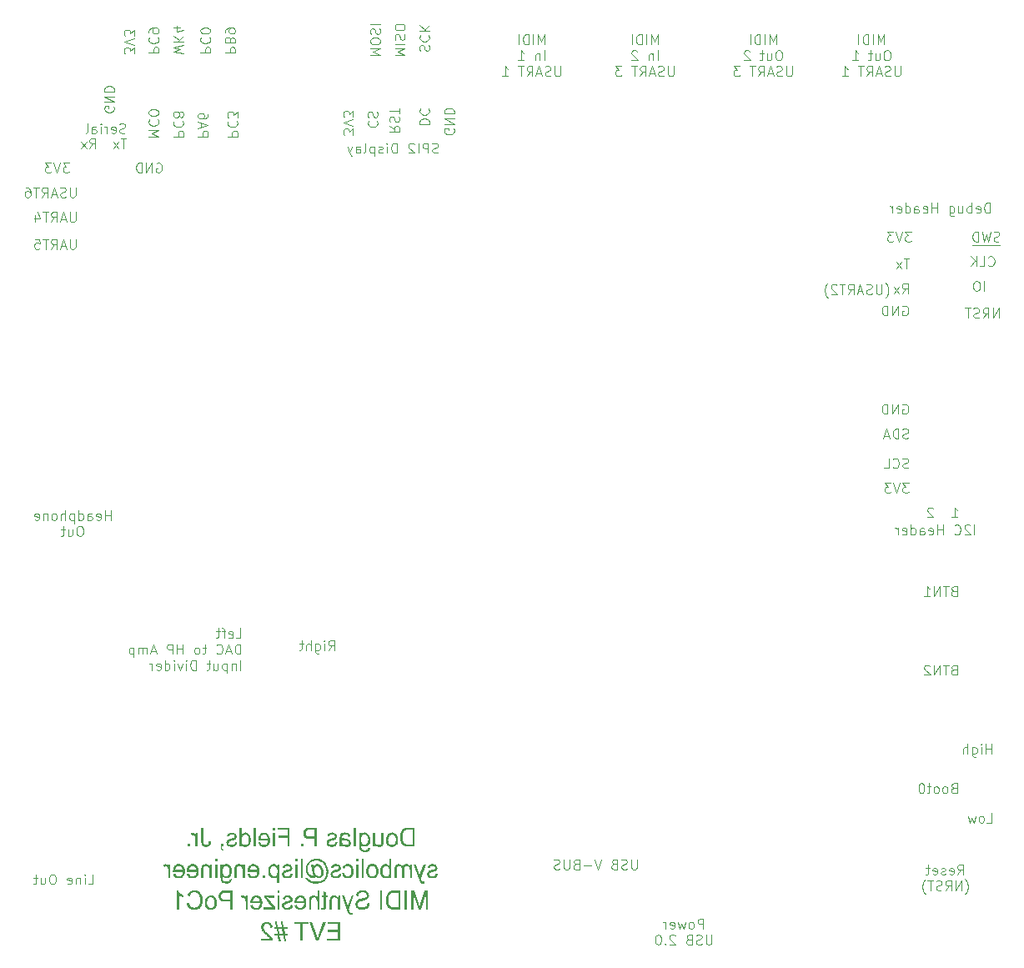
<source format=gbo>
G04 #@! TF.GenerationSoftware,KiCad,Pcbnew,8.0.5*
G04 #@! TF.CreationDate,2024-12-21T22:20:06-05:00*
G04 #@! TF.ProjectId,stm-midi-poc1,73746d2d-6d69-4646-992d-706f63312e6b,1*
G04 #@! TF.SameCoordinates,Original*
G04 #@! TF.FileFunction,Legend,Bot*
G04 #@! TF.FilePolarity,Positive*
%FSLAX46Y46*%
G04 Gerber Fmt 4.6, Leading zero omitted, Abs format (unit mm)*
G04 Created by KiCad (PCBNEW 8.0.5) date 2024-12-21 22:20:06*
%MOMM*%
%LPD*%
G01*
G04 APERTURE LIST*
%ADD10C,0.100000*%
%ADD11C,1.800000*%
%ADD12C,1.200000*%
%ADD13R,1.700000X1.700000*%
%ADD14O,1.700000X1.700000*%
%ADD15R,1.800000X1.800000*%
%ADD16C,0.900000*%
%ADD17C,2.200000*%
%ADD18O,1.000000X1.900000*%
%ADD19O,1.000000X1.800000*%
G04 APERTURE END LIST*
D10*
X138374687Y-100372419D02*
X138708020Y-99896228D01*
X138946115Y-100372419D02*
X138946115Y-99372419D01*
X138946115Y-99372419D02*
X138565163Y-99372419D01*
X138565163Y-99372419D02*
X138469925Y-99420038D01*
X138469925Y-99420038D02*
X138422306Y-99467657D01*
X138422306Y-99467657D02*
X138374687Y-99562895D01*
X138374687Y-99562895D02*
X138374687Y-99705752D01*
X138374687Y-99705752D02*
X138422306Y-99800990D01*
X138422306Y-99800990D02*
X138469925Y-99848609D01*
X138469925Y-99848609D02*
X138565163Y-99896228D01*
X138565163Y-99896228D02*
X138946115Y-99896228D01*
X137946115Y-100372419D02*
X137946115Y-99705752D01*
X137946115Y-99372419D02*
X137993734Y-99420038D01*
X137993734Y-99420038D02*
X137946115Y-99467657D01*
X137946115Y-99467657D02*
X137898496Y-99420038D01*
X137898496Y-99420038D02*
X137946115Y-99372419D01*
X137946115Y-99372419D02*
X137946115Y-99467657D01*
X137041354Y-99705752D02*
X137041354Y-100515276D01*
X137041354Y-100515276D02*
X137088973Y-100610514D01*
X137088973Y-100610514D02*
X137136592Y-100658133D01*
X137136592Y-100658133D02*
X137231830Y-100705752D01*
X137231830Y-100705752D02*
X137374687Y-100705752D01*
X137374687Y-100705752D02*
X137469925Y-100658133D01*
X137041354Y-100324800D02*
X137136592Y-100372419D01*
X137136592Y-100372419D02*
X137327068Y-100372419D01*
X137327068Y-100372419D02*
X137422306Y-100324800D01*
X137422306Y-100324800D02*
X137469925Y-100277180D01*
X137469925Y-100277180D02*
X137517544Y-100181942D01*
X137517544Y-100181942D02*
X137517544Y-99896228D01*
X137517544Y-99896228D02*
X137469925Y-99800990D01*
X137469925Y-99800990D02*
X137422306Y-99753371D01*
X137422306Y-99753371D02*
X137327068Y-99705752D01*
X137327068Y-99705752D02*
X137136592Y-99705752D01*
X137136592Y-99705752D02*
X137041354Y-99753371D01*
X136565163Y-100372419D02*
X136565163Y-99372419D01*
X136136592Y-100372419D02*
X136136592Y-99848609D01*
X136136592Y-99848609D02*
X136184211Y-99753371D01*
X136184211Y-99753371D02*
X136279449Y-99705752D01*
X136279449Y-99705752D02*
X136422306Y-99705752D01*
X136422306Y-99705752D02*
X136517544Y-99753371D01*
X136517544Y-99753371D02*
X136565163Y-99800990D01*
X135803258Y-99705752D02*
X135422306Y-99705752D01*
X135660401Y-99372419D02*
X135660401Y-100229561D01*
X135660401Y-100229561D02*
X135612782Y-100324800D01*
X135612782Y-100324800D02*
X135517544Y-100372419D01*
X135517544Y-100372419D02*
X135422306Y-100372419D01*
X128969925Y-99122419D02*
X129446115Y-99122419D01*
X129446115Y-99122419D02*
X129446115Y-98122419D01*
X128255639Y-99074800D02*
X128350877Y-99122419D01*
X128350877Y-99122419D02*
X128541353Y-99122419D01*
X128541353Y-99122419D02*
X128636591Y-99074800D01*
X128636591Y-99074800D02*
X128684210Y-98979561D01*
X128684210Y-98979561D02*
X128684210Y-98598609D01*
X128684210Y-98598609D02*
X128636591Y-98503371D01*
X128636591Y-98503371D02*
X128541353Y-98455752D01*
X128541353Y-98455752D02*
X128350877Y-98455752D01*
X128350877Y-98455752D02*
X128255639Y-98503371D01*
X128255639Y-98503371D02*
X128208020Y-98598609D01*
X128208020Y-98598609D02*
X128208020Y-98693847D01*
X128208020Y-98693847D02*
X128684210Y-98789085D01*
X127922305Y-98455752D02*
X127541353Y-98455752D01*
X127779448Y-99122419D02*
X127779448Y-98265276D01*
X127779448Y-98265276D02*
X127731829Y-98170038D01*
X127731829Y-98170038D02*
X127636591Y-98122419D01*
X127636591Y-98122419D02*
X127541353Y-98122419D01*
X127350876Y-98455752D02*
X126969924Y-98455752D01*
X127208019Y-98122419D02*
X127208019Y-98979561D01*
X127208019Y-98979561D02*
X127160400Y-99074800D01*
X127160400Y-99074800D02*
X127065162Y-99122419D01*
X127065162Y-99122419D02*
X126969924Y-99122419D01*
X129446115Y-100762475D02*
X129446115Y-99762475D01*
X129446115Y-99762475D02*
X129208020Y-99762475D01*
X129208020Y-99762475D02*
X129065163Y-99810094D01*
X129065163Y-99810094D02*
X128969925Y-99905332D01*
X128969925Y-99905332D02*
X128922306Y-100000570D01*
X128922306Y-100000570D02*
X128874687Y-100191046D01*
X128874687Y-100191046D02*
X128874687Y-100333903D01*
X128874687Y-100333903D02*
X128922306Y-100524379D01*
X128922306Y-100524379D02*
X128969925Y-100619617D01*
X128969925Y-100619617D02*
X129065163Y-100714856D01*
X129065163Y-100714856D02*
X129208020Y-100762475D01*
X129208020Y-100762475D02*
X129446115Y-100762475D01*
X128493734Y-100476760D02*
X128017544Y-100476760D01*
X128588972Y-100762475D02*
X128255639Y-99762475D01*
X128255639Y-99762475D02*
X127922306Y-100762475D01*
X127017544Y-100667236D02*
X127065163Y-100714856D01*
X127065163Y-100714856D02*
X127208020Y-100762475D01*
X127208020Y-100762475D02*
X127303258Y-100762475D01*
X127303258Y-100762475D02*
X127446115Y-100714856D01*
X127446115Y-100714856D02*
X127541353Y-100619617D01*
X127541353Y-100619617D02*
X127588972Y-100524379D01*
X127588972Y-100524379D02*
X127636591Y-100333903D01*
X127636591Y-100333903D02*
X127636591Y-100191046D01*
X127636591Y-100191046D02*
X127588972Y-100000570D01*
X127588972Y-100000570D02*
X127541353Y-99905332D01*
X127541353Y-99905332D02*
X127446115Y-99810094D01*
X127446115Y-99810094D02*
X127303258Y-99762475D01*
X127303258Y-99762475D02*
X127208020Y-99762475D01*
X127208020Y-99762475D02*
X127065163Y-99810094D01*
X127065163Y-99810094D02*
X127017544Y-99857713D01*
X125969924Y-100095808D02*
X125588972Y-100095808D01*
X125827067Y-99762475D02*
X125827067Y-100619617D01*
X125827067Y-100619617D02*
X125779448Y-100714856D01*
X125779448Y-100714856D02*
X125684210Y-100762475D01*
X125684210Y-100762475D02*
X125588972Y-100762475D01*
X125112781Y-100762475D02*
X125208019Y-100714856D01*
X125208019Y-100714856D02*
X125255638Y-100667236D01*
X125255638Y-100667236D02*
X125303257Y-100571998D01*
X125303257Y-100571998D02*
X125303257Y-100286284D01*
X125303257Y-100286284D02*
X125255638Y-100191046D01*
X125255638Y-100191046D02*
X125208019Y-100143427D01*
X125208019Y-100143427D02*
X125112781Y-100095808D01*
X125112781Y-100095808D02*
X124969924Y-100095808D01*
X124969924Y-100095808D02*
X124874686Y-100143427D01*
X124874686Y-100143427D02*
X124827067Y-100191046D01*
X124827067Y-100191046D02*
X124779448Y-100286284D01*
X124779448Y-100286284D02*
X124779448Y-100571998D01*
X124779448Y-100571998D02*
X124827067Y-100667236D01*
X124827067Y-100667236D02*
X124874686Y-100714856D01*
X124874686Y-100714856D02*
X124969924Y-100762475D01*
X124969924Y-100762475D02*
X125112781Y-100762475D01*
X123588971Y-100762475D02*
X123588971Y-99762475D01*
X123588971Y-100238665D02*
X123017543Y-100238665D01*
X123017543Y-100762475D02*
X123017543Y-99762475D01*
X122541352Y-100762475D02*
X122541352Y-99762475D01*
X122541352Y-99762475D02*
X122160400Y-99762475D01*
X122160400Y-99762475D02*
X122065162Y-99810094D01*
X122065162Y-99810094D02*
X122017543Y-99857713D01*
X122017543Y-99857713D02*
X121969924Y-99952951D01*
X121969924Y-99952951D02*
X121969924Y-100095808D01*
X121969924Y-100095808D02*
X122017543Y-100191046D01*
X122017543Y-100191046D02*
X122065162Y-100238665D01*
X122065162Y-100238665D02*
X122160400Y-100286284D01*
X122160400Y-100286284D02*
X122541352Y-100286284D01*
X120827066Y-100476760D02*
X120350876Y-100476760D01*
X120922304Y-100762475D02*
X120588971Y-99762475D01*
X120588971Y-99762475D02*
X120255638Y-100762475D01*
X119922304Y-100762475D02*
X119922304Y-100095808D01*
X119922304Y-100191046D02*
X119874685Y-100143427D01*
X119874685Y-100143427D02*
X119779447Y-100095808D01*
X119779447Y-100095808D02*
X119636590Y-100095808D01*
X119636590Y-100095808D02*
X119541352Y-100143427D01*
X119541352Y-100143427D02*
X119493733Y-100238665D01*
X119493733Y-100238665D02*
X119493733Y-100762475D01*
X119493733Y-100238665D02*
X119446114Y-100143427D01*
X119446114Y-100143427D02*
X119350876Y-100095808D01*
X119350876Y-100095808D02*
X119208019Y-100095808D01*
X119208019Y-100095808D02*
X119112780Y-100143427D01*
X119112780Y-100143427D02*
X119065161Y-100238665D01*
X119065161Y-100238665D02*
X119065161Y-100762475D01*
X118588971Y-100095808D02*
X118588971Y-101095808D01*
X118588971Y-100143427D02*
X118493733Y-100095808D01*
X118493733Y-100095808D02*
X118303257Y-100095808D01*
X118303257Y-100095808D02*
X118208019Y-100143427D01*
X118208019Y-100143427D02*
X118160400Y-100191046D01*
X118160400Y-100191046D02*
X118112781Y-100286284D01*
X118112781Y-100286284D02*
X118112781Y-100571998D01*
X118112781Y-100571998D02*
X118160400Y-100667236D01*
X118160400Y-100667236D02*
X118208019Y-100714856D01*
X118208019Y-100714856D02*
X118303257Y-100762475D01*
X118303257Y-100762475D02*
X118493733Y-100762475D01*
X118493733Y-100762475D02*
X118588971Y-100714856D01*
X129446115Y-102372419D02*
X129446115Y-101372419D01*
X128969925Y-101705752D02*
X128969925Y-102372419D01*
X128969925Y-101800990D02*
X128922306Y-101753371D01*
X128922306Y-101753371D02*
X128827068Y-101705752D01*
X128827068Y-101705752D02*
X128684211Y-101705752D01*
X128684211Y-101705752D02*
X128588973Y-101753371D01*
X128588973Y-101753371D02*
X128541354Y-101848609D01*
X128541354Y-101848609D02*
X128541354Y-102372419D01*
X128065163Y-101705752D02*
X128065163Y-102705752D01*
X128065163Y-101753371D02*
X127969925Y-101705752D01*
X127969925Y-101705752D02*
X127779449Y-101705752D01*
X127779449Y-101705752D02*
X127684211Y-101753371D01*
X127684211Y-101753371D02*
X127636592Y-101800990D01*
X127636592Y-101800990D02*
X127588973Y-101896228D01*
X127588973Y-101896228D02*
X127588973Y-102181942D01*
X127588973Y-102181942D02*
X127636592Y-102277180D01*
X127636592Y-102277180D02*
X127684211Y-102324800D01*
X127684211Y-102324800D02*
X127779449Y-102372419D01*
X127779449Y-102372419D02*
X127969925Y-102372419D01*
X127969925Y-102372419D02*
X128065163Y-102324800D01*
X126731830Y-101705752D02*
X126731830Y-102372419D01*
X127160401Y-101705752D02*
X127160401Y-102229561D01*
X127160401Y-102229561D02*
X127112782Y-102324800D01*
X127112782Y-102324800D02*
X127017544Y-102372419D01*
X127017544Y-102372419D02*
X126874687Y-102372419D01*
X126874687Y-102372419D02*
X126779449Y-102324800D01*
X126779449Y-102324800D02*
X126731830Y-102277180D01*
X126398496Y-101705752D02*
X126017544Y-101705752D01*
X126255639Y-101372419D02*
X126255639Y-102229561D01*
X126255639Y-102229561D02*
X126208020Y-102324800D01*
X126208020Y-102324800D02*
X126112782Y-102372419D01*
X126112782Y-102372419D02*
X126017544Y-102372419D01*
X124922305Y-102372419D02*
X124922305Y-101372419D01*
X124922305Y-101372419D02*
X124684210Y-101372419D01*
X124684210Y-101372419D02*
X124541353Y-101420038D01*
X124541353Y-101420038D02*
X124446115Y-101515276D01*
X124446115Y-101515276D02*
X124398496Y-101610514D01*
X124398496Y-101610514D02*
X124350877Y-101800990D01*
X124350877Y-101800990D02*
X124350877Y-101943847D01*
X124350877Y-101943847D02*
X124398496Y-102134323D01*
X124398496Y-102134323D02*
X124446115Y-102229561D01*
X124446115Y-102229561D02*
X124541353Y-102324800D01*
X124541353Y-102324800D02*
X124684210Y-102372419D01*
X124684210Y-102372419D02*
X124922305Y-102372419D01*
X123922305Y-102372419D02*
X123922305Y-101705752D01*
X123922305Y-101372419D02*
X123969924Y-101420038D01*
X123969924Y-101420038D02*
X123922305Y-101467657D01*
X123922305Y-101467657D02*
X123874686Y-101420038D01*
X123874686Y-101420038D02*
X123922305Y-101372419D01*
X123922305Y-101372419D02*
X123922305Y-101467657D01*
X123541353Y-101705752D02*
X123303258Y-102372419D01*
X123303258Y-102372419D02*
X123065163Y-101705752D01*
X122684210Y-102372419D02*
X122684210Y-101705752D01*
X122684210Y-101372419D02*
X122731829Y-101420038D01*
X122731829Y-101420038D02*
X122684210Y-101467657D01*
X122684210Y-101467657D02*
X122636591Y-101420038D01*
X122636591Y-101420038D02*
X122684210Y-101372419D01*
X122684210Y-101372419D02*
X122684210Y-101467657D01*
X121779449Y-102372419D02*
X121779449Y-101372419D01*
X121779449Y-102324800D02*
X121874687Y-102372419D01*
X121874687Y-102372419D02*
X122065163Y-102372419D01*
X122065163Y-102372419D02*
X122160401Y-102324800D01*
X122160401Y-102324800D02*
X122208020Y-102277180D01*
X122208020Y-102277180D02*
X122255639Y-102181942D01*
X122255639Y-102181942D02*
X122255639Y-101896228D01*
X122255639Y-101896228D02*
X122208020Y-101800990D01*
X122208020Y-101800990D02*
X122160401Y-101753371D01*
X122160401Y-101753371D02*
X122065163Y-101705752D01*
X122065163Y-101705752D02*
X121874687Y-101705752D01*
X121874687Y-101705752D02*
X121779449Y-101753371D01*
X120922306Y-102324800D02*
X121017544Y-102372419D01*
X121017544Y-102372419D02*
X121208020Y-102372419D01*
X121208020Y-102372419D02*
X121303258Y-102324800D01*
X121303258Y-102324800D02*
X121350877Y-102229561D01*
X121350877Y-102229561D02*
X121350877Y-101848609D01*
X121350877Y-101848609D02*
X121303258Y-101753371D01*
X121303258Y-101753371D02*
X121208020Y-101705752D01*
X121208020Y-101705752D02*
X121017544Y-101705752D01*
X121017544Y-101705752D02*
X120922306Y-101753371D01*
X120922306Y-101753371D02*
X120874687Y-101848609D01*
X120874687Y-101848609D02*
X120874687Y-101943847D01*
X120874687Y-101943847D02*
X121350877Y-102039085D01*
X120446115Y-102372419D02*
X120446115Y-101705752D01*
X120446115Y-101896228D02*
X120398496Y-101800990D01*
X120398496Y-101800990D02*
X120350877Y-101753371D01*
X120350877Y-101753371D02*
X120255639Y-101705752D01*
X120255639Y-101705752D02*
X120160401Y-101705752D01*
X169696115Y-121622419D02*
X169696115Y-122431942D01*
X169696115Y-122431942D02*
X169648496Y-122527180D01*
X169648496Y-122527180D02*
X169600877Y-122574800D01*
X169600877Y-122574800D02*
X169505639Y-122622419D01*
X169505639Y-122622419D02*
X169315163Y-122622419D01*
X169315163Y-122622419D02*
X169219925Y-122574800D01*
X169219925Y-122574800D02*
X169172306Y-122527180D01*
X169172306Y-122527180D02*
X169124687Y-122431942D01*
X169124687Y-122431942D02*
X169124687Y-121622419D01*
X168696115Y-122574800D02*
X168553258Y-122622419D01*
X168553258Y-122622419D02*
X168315163Y-122622419D01*
X168315163Y-122622419D02*
X168219925Y-122574800D01*
X168219925Y-122574800D02*
X168172306Y-122527180D01*
X168172306Y-122527180D02*
X168124687Y-122431942D01*
X168124687Y-122431942D02*
X168124687Y-122336704D01*
X168124687Y-122336704D02*
X168172306Y-122241466D01*
X168172306Y-122241466D02*
X168219925Y-122193847D01*
X168219925Y-122193847D02*
X168315163Y-122146228D01*
X168315163Y-122146228D02*
X168505639Y-122098609D01*
X168505639Y-122098609D02*
X168600877Y-122050990D01*
X168600877Y-122050990D02*
X168648496Y-122003371D01*
X168648496Y-122003371D02*
X168696115Y-121908133D01*
X168696115Y-121908133D02*
X168696115Y-121812895D01*
X168696115Y-121812895D02*
X168648496Y-121717657D01*
X168648496Y-121717657D02*
X168600877Y-121670038D01*
X168600877Y-121670038D02*
X168505639Y-121622419D01*
X168505639Y-121622419D02*
X168267544Y-121622419D01*
X168267544Y-121622419D02*
X168124687Y-121670038D01*
X167362782Y-122098609D02*
X167219925Y-122146228D01*
X167219925Y-122146228D02*
X167172306Y-122193847D01*
X167172306Y-122193847D02*
X167124687Y-122289085D01*
X167124687Y-122289085D02*
X167124687Y-122431942D01*
X167124687Y-122431942D02*
X167172306Y-122527180D01*
X167172306Y-122527180D02*
X167219925Y-122574800D01*
X167219925Y-122574800D02*
X167315163Y-122622419D01*
X167315163Y-122622419D02*
X167696115Y-122622419D01*
X167696115Y-122622419D02*
X167696115Y-121622419D01*
X167696115Y-121622419D02*
X167362782Y-121622419D01*
X167362782Y-121622419D02*
X167267544Y-121670038D01*
X167267544Y-121670038D02*
X167219925Y-121717657D01*
X167219925Y-121717657D02*
X167172306Y-121812895D01*
X167172306Y-121812895D02*
X167172306Y-121908133D01*
X167172306Y-121908133D02*
X167219925Y-122003371D01*
X167219925Y-122003371D02*
X167267544Y-122050990D01*
X167267544Y-122050990D02*
X167362782Y-122098609D01*
X167362782Y-122098609D02*
X167696115Y-122098609D01*
X166077067Y-121622419D02*
X165743734Y-122622419D01*
X165743734Y-122622419D02*
X165410401Y-121622419D01*
X165077067Y-122241466D02*
X164315163Y-122241466D01*
X163505639Y-122098609D02*
X163362782Y-122146228D01*
X163362782Y-122146228D02*
X163315163Y-122193847D01*
X163315163Y-122193847D02*
X163267544Y-122289085D01*
X163267544Y-122289085D02*
X163267544Y-122431942D01*
X163267544Y-122431942D02*
X163315163Y-122527180D01*
X163315163Y-122527180D02*
X163362782Y-122574800D01*
X163362782Y-122574800D02*
X163458020Y-122622419D01*
X163458020Y-122622419D02*
X163838972Y-122622419D01*
X163838972Y-122622419D02*
X163838972Y-121622419D01*
X163838972Y-121622419D02*
X163505639Y-121622419D01*
X163505639Y-121622419D02*
X163410401Y-121670038D01*
X163410401Y-121670038D02*
X163362782Y-121717657D01*
X163362782Y-121717657D02*
X163315163Y-121812895D01*
X163315163Y-121812895D02*
X163315163Y-121908133D01*
X163315163Y-121908133D02*
X163362782Y-122003371D01*
X163362782Y-122003371D02*
X163410401Y-122050990D01*
X163410401Y-122050990D02*
X163505639Y-122098609D01*
X163505639Y-122098609D02*
X163838972Y-122098609D01*
X162838972Y-121622419D02*
X162838972Y-122431942D01*
X162838972Y-122431942D02*
X162791353Y-122527180D01*
X162791353Y-122527180D02*
X162743734Y-122574800D01*
X162743734Y-122574800D02*
X162648496Y-122622419D01*
X162648496Y-122622419D02*
X162458020Y-122622419D01*
X162458020Y-122622419D02*
X162362782Y-122574800D01*
X162362782Y-122574800D02*
X162315163Y-122527180D01*
X162315163Y-122527180D02*
X162267544Y-122431942D01*
X162267544Y-122431942D02*
X162267544Y-121622419D01*
X161838972Y-122574800D02*
X161696115Y-122622419D01*
X161696115Y-122622419D02*
X161458020Y-122622419D01*
X161458020Y-122622419D02*
X161362782Y-122574800D01*
X161362782Y-122574800D02*
X161315163Y-122527180D01*
X161315163Y-122527180D02*
X161267544Y-122431942D01*
X161267544Y-122431942D02*
X161267544Y-122336704D01*
X161267544Y-122336704D02*
X161315163Y-122241466D01*
X161315163Y-122241466D02*
X161362782Y-122193847D01*
X161362782Y-122193847D02*
X161458020Y-122146228D01*
X161458020Y-122146228D02*
X161648496Y-122098609D01*
X161648496Y-122098609D02*
X161743734Y-122050990D01*
X161743734Y-122050990D02*
X161791353Y-122003371D01*
X161791353Y-122003371D02*
X161838972Y-121908133D01*
X161838972Y-121908133D02*
X161838972Y-121812895D01*
X161838972Y-121812895D02*
X161791353Y-121717657D01*
X161791353Y-121717657D02*
X161743734Y-121670038D01*
X161743734Y-121670038D02*
X161648496Y-121622419D01*
X161648496Y-121622419D02*
X161410401Y-121622419D01*
X161410401Y-121622419D02*
X161267544Y-121670038D01*
X206500000Y-59250000D02*
X203750000Y-59250000D01*
X197541353Y-57872419D02*
X196922306Y-57872419D01*
X196922306Y-57872419D02*
X197255639Y-58253371D01*
X197255639Y-58253371D02*
X197112782Y-58253371D01*
X197112782Y-58253371D02*
X197017544Y-58300990D01*
X197017544Y-58300990D02*
X196969925Y-58348609D01*
X196969925Y-58348609D02*
X196922306Y-58443847D01*
X196922306Y-58443847D02*
X196922306Y-58681942D01*
X196922306Y-58681942D02*
X196969925Y-58777180D01*
X196969925Y-58777180D02*
X197017544Y-58824800D01*
X197017544Y-58824800D02*
X197112782Y-58872419D01*
X197112782Y-58872419D02*
X197398496Y-58872419D01*
X197398496Y-58872419D02*
X197493734Y-58824800D01*
X197493734Y-58824800D02*
X197541353Y-58777180D01*
X196636591Y-57872419D02*
X196303258Y-58872419D01*
X196303258Y-58872419D02*
X195969925Y-57872419D01*
X195731829Y-57872419D02*
X195112782Y-57872419D01*
X195112782Y-57872419D02*
X195446115Y-58253371D01*
X195446115Y-58253371D02*
X195303258Y-58253371D01*
X195303258Y-58253371D02*
X195208020Y-58300990D01*
X195208020Y-58300990D02*
X195160401Y-58348609D01*
X195160401Y-58348609D02*
X195112782Y-58443847D01*
X195112782Y-58443847D02*
X195112782Y-58681942D01*
X195112782Y-58681942D02*
X195160401Y-58777180D01*
X195160401Y-58777180D02*
X195208020Y-58824800D01*
X195208020Y-58824800D02*
X195303258Y-58872419D01*
X195303258Y-58872419D02*
X195588972Y-58872419D01*
X195588972Y-58872419D02*
X195684210Y-58824800D01*
X195684210Y-58824800D02*
X195731829Y-58777180D01*
X128127580Y-48196115D02*
X129127580Y-48196115D01*
X129127580Y-48196115D02*
X129127580Y-47815163D01*
X129127580Y-47815163D02*
X129079961Y-47719925D01*
X129079961Y-47719925D02*
X129032342Y-47672306D01*
X129032342Y-47672306D02*
X128937104Y-47624687D01*
X128937104Y-47624687D02*
X128794247Y-47624687D01*
X128794247Y-47624687D02*
X128699009Y-47672306D01*
X128699009Y-47672306D02*
X128651390Y-47719925D01*
X128651390Y-47719925D02*
X128603771Y-47815163D01*
X128603771Y-47815163D02*
X128603771Y-48196115D01*
X128222819Y-46624687D02*
X128175200Y-46672306D01*
X128175200Y-46672306D02*
X128127580Y-46815163D01*
X128127580Y-46815163D02*
X128127580Y-46910401D01*
X128127580Y-46910401D02*
X128175200Y-47053258D01*
X128175200Y-47053258D02*
X128270438Y-47148496D01*
X128270438Y-47148496D02*
X128365676Y-47196115D01*
X128365676Y-47196115D02*
X128556152Y-47243734D01*
X128556152Y-47243734D02*
X128699009Y-47243734D01*
X128699009Y-47243734D02*
X128889485Y-47196115D01*
X128889485Y-47196115D02*
X128984723Y-47148496D01*
X128984723Y-47148496D02*
X129079961Y-47053258D01*
X129079961Y-47053258D02*
X129127580Y-46910401D01*
X129127580Y-46910401D02*
X129127580Y-46815163D01*
X129127580Y-46815163D02*
X129079961Y-46672306D01*
X129079961Y-46672306D02*
X129032342Y-46624687D01*
X129127580Y-46291353D02*
X129127580Y-45672306D01*
X129127580Y-45672306D02*
X128746628Y-46005639D01*
X128746628Y-46005639D02*
X128746628Y-45862782D01*
X128746628Y-45862782D02*
X128699009Y-45767544D01*
X128699009Y-45767544D02*
X128651390Y-45719925D01*
X128651390Y-45719925D02*
X128556152Y-45672306D01*
X128556152Y-45672306D02*
X128318057Y-45672306D01*
X128318057Y-45672306D02*
X128222819Y-45719925D01*
X128222819Y-45719925D02*
X128175200Y-45767544D01*
X128175200Y-45767544D02*
X128127580Y-45862782D01*
X128127580Y-45862782D02*
X128127580Y-46148496D01*
X128127580Y-46148496D02*
X128175200Y-46243734D01*
X128175200Y-46243734D02*
X128222819Y-46291353D01*
X196672306Y-65420038D02*
X196767544Y-65372419D01*
X196767544Y-65372419D02*
X196910401Y-65372419D01*
X196910401Y-65372419D02*
X197053258Y-65420038D01*
X197053258Y-65420038D02*
X197148496Y-65515276D01*
X197148496Y-65515276D02*
X197196115Y-65610514D01*
X197196115Y-65610514D02*
X197243734Y-65800990D01*
X197243734Y-65800990D02*
X197243734Y-65943847D01*
X197243734Y-65943847D02*
X197196115Y-66134323D01*
X197196115Y-66134323D02*
X197148496Y-66229561D01*
X197148496Y-66229561D02*
X197053258Y-66324800D01*
X197053258Y-66324800D02*
X196910401Y-66372419D01*
X196910401Y-66372419D02*
X196815163Y-66372419D01*
X196815163Y-66372419D02*
X196672306Y-66324800D01*
X196672306Y-66324800D02*
X196624687Y-66277180D01*
X196624687Y-66277180D02*
X196624687Y-65943847D01*
X196624687Y-65943847D02*
X196815163Y-65943847D01*
X196196115Y-66372419D02*
X196196115Y-65372419D01*
X196196115Y-65372419D02*
X195624687Y-66372419D01*
X195624687Y-66372419D02*
X195624687Y-65372419D01*
X195148496Y-66372419D02*
X195148496Y-65372419D01*
X195148496Y-65372419D02*
X194910401Y-65372419D01*
X194910401Y-65372419D02*
X194767544Y-65420038D01*
X194767544Y-65420038D02*
X194672306Y-65515276D01*
X194672306Y-65515276D02*
X194624687Y-65610514D01*
X194624687Y-65610514D02*
X194577068Y-65800990D01*
X194577068Y-65800990D02*
X194577068Y-65943847D01*
X194577068Y-65943847D02*
X194624687Y-66134323D01*
X194624687Y-66134323D02*
X194672306Y-66229561D01*
X194672306Y-66229561D02*
X194767544Y-66324800D01*
X194767544Y-66324800D02*
X194910401Y-66372419D01*
X194910401Y-66372419D02*
X195148496Y-66372419D01*
X199743734Y-85967657D02*
X199696115Y-85920038D01*
X199696115Y-85920038D02*
X199600877Y-85872419D01*
X199600877Y-85872419D02*
X199362782Y-85872419D01*
X199362782Y-85872419D02*
X199267544Y-85920038D01*
X199267544Y-85920038D02*
X199219925Y-85967657D01*
X199219925Y-85967657D02*
X199172306Y-86062895D01*
X199172306Y-86062895D02*
X199172306Y-86158133D01*
X199172306Y-86158133D02*
X199219925Y-86300990D01*
X199219925Y-86300990D02*
X199791353Y-86872419D01*
X199791353Y-86872419D02*
X199172306Y-86872419D01*
X117838972Y-48372419D02*
X117267544Y-48372419D01*
X117553258Y-49372419D02*
X117553258Y-48372419D01*
X117029448Y-49372419D02*
X116505639Y-48705752D01*
X117029448Y-48705752D02*
X116505639Y-49372419D01*
X117743734Y-47824800D02*
X117600877Y-47872419D01*
X117600877Y-47872419D02*
X117362782Y-47872419D01*
X117362782Y-47872419D02*
X117267544Y-47824800D01*
X117267544Y-47824800D02*
X117219925Y-47777180D01*
X117219925Y-47777180D02*
X117172306Y-47681942D01*
X117172306Y-47681942D02*
X117172306Y-47586704D01*
X117172306Y-47586704D02*
X117219925Y-47491466D01*
X117219925Y-47491466D02*
X117267544Y-47443847D01*
X117267544Y-47443847D02*
X117362782Y-47396228D01*
X117362782Y-47396228D02*
X117553258Y-47348609D01*
X117553258Y-47348609D02*
X117648496Y-47300990D01*
X117648496Y-47300990D02*
X117696115Y-47253371D01*
X117696115Y-47253371D02*
X117743734Y-47158133D01*
X117743734Y-47158133D02*
X117743734Y-47062895D01*
X117743734Y-47062895D02*
X117696115Y-46967657D01*
X117696115Y-46967657D02*
X117648496Y-46920038D01*
X117648496Y-46920038D02*
X117553258Y-46872419D01*
X117553258Y-46872419D02*
X117315163Y-46872419D01*
X117315163Y-46872419D02*
X117172306Y-46920038D01*
X116362782Y-47824800D02*
X116458020Y-47872419D01*
X116458020Y-47872419D02*
X116648496Y-47872419D01*
X116648496Y-47872419D02*
X116743734Y-47824800D01*
X116743734Y-47824800D02*
X116791353Y-47729561D01*
X116791353Y-47729561D02*
X116791353Y-47348609D01*
X116791353Y-47348609D02*
X116743734Y-47253371D01*
X116743734Y-47253371D02*
X116648496Y-47205752D01*
X116648496Y-47205752D02*
X116458020Y-47205752D01*
X116458020Y-47205752D02*
X116362782Y-47253371D01*
X116362782Y-47253371D02*
X116315163Y-47348609D01*
X116315163Y-47348609D02*
X116315163Y-47443847D01*
X116315163Y-47443847D02*
X116791353Y-47539085D01*
X115886591Y-47872419D02*
X115886591Y-47205752D01*
X115886591Y-47396228D02*
X115838972Y-47300990D01*
X115838972Y-47300990D02*
X115791353Y-47253371D01*
X115791353Y-47253371D02*
X115696115Y-47205752D01*
X115696115Y-47205752D02*
X115600877Y-47205752D01*
X115267543Y-47872419D02*
X115267543Y-47205752D01*
X115267543Y-46872419D02*
X115315162Y-46920038D01*
X115315162Y-46920038D02*
X115267543Y-46967657D01*
X115267543Y-46967657D02*
X115219924Y-46920038D01*
X115219924Y-46920038D02*
X115267543Y-46872419D01*
X115267543Y-46872419D02*
X115267543Y-46967657D01*
X114362782Y-47872419D02*
X114362782Y-47348609D01*
X114362782Y-47348609D02*
X114410401Y-47253371D01*
X114410401Y-47253371D02*
X114505639Y-47205752D01*
X114505639Y-47205752D02*
X114696115Y-47205752D01*
X114696115Y-47205752D02*
X114791353Y-47253371D01*
X114362782Y-47824800D02*
X114458020Y-47872419D01*
X114458020Y-47872419D02*
X114696115Y-47872419D01*
X114696115Y-47872419D02*
X114791353Y-47824800D01*
X114791353Y-47824800D02*
X114838972Y-47729561D01*
X114838972Y-47729561D02*
X114838972Y-47634323D01*
X114838972Y-47634323D02*
X114791353Y-47539085D01*
X114791353Y-47539085D02*
X114696115Y-47491466D01*
X114696115Y-47491466D02*
X114458020Y-47491466D01*
X114458020Y-47491466D02*
X114362782Y-47443847D01*
X113743734Y-47872419D02*
X113838972Y-47824800D01*
X113838972Y-47824800D02*
X113886591Y-47729561D01*
X113886591Y-47729561D02*
X113886591Y-46872419D01*
X204946115Y-63872419D02*
X204946115Y-62872419D01*
X204279449Y-62872419D02*
X204088973Y-62872419D01*
X204088973Y-62872419D02*
X203993735Y-62920038D01*
X203993735Y-62920038D02*
X203898497Y-63015276D01*
X203898497Y-63015276D02*
X203850878Y-63205752D01*
X203850878Y-63205752D02*
X203850878Y-63539085D01*
X203850878Y-63539085D02*
X203898497Y-63729561D01*
X203898497Y-63729561D02*
X203993735Y-63824800D01*
X203993735Y-63824800D02*
X204088973Y-63872419D01*
X204088973Y-63872419D02*
X204279449Y-63872419D01*
X204279449Y-63872419D02*
X204374687Y-63824800D01*
X204374687Y-63824800D02*
X204469925Y-63729561D01*
X204469925Y-63729561D02*
X204517544Y-63539085D01*
X204517544Y-63539085D02*
X204517544Y-63205752D01*
X204517544Y-63205752D02*
X204469925Y-63015276D01*
X204469925Y-63015276D02*
X204374687Y-62920038D01*
X204374687Y-62920038D02*
X204279449Y-62872419D01*
X194809522Y-38847475D02*
X194809522Y-37847475D01*
X194809522Y-37847475D02*
X194476189Y-38561760D01*
X194476189Y-38561760D02*
X194142856Y-37847475D01*
X194142856Y-37847475D02*
X194142856Y-38847475D01*
X193666665Y-38847475D02*
X193666665Y-37847475D01*
X193190475Y-38847475D02*
X193190475Y-37847475D01*
X193190475Y-37847475D02*
X192952380Y-37847475D01*
X192952380Y-37847475D02*
X192809523Y-37895094D01*
X192809523Y-37895094D02*
X192714285Y-37990332D01*
X192714285Y-37990332D02*
X192666666Y-38085570D01*
X192666666Y-38085570D02*
X192619047Y-38276046D01*
X192619047Y-38276046D02*
X192619047Y-38418903D01*
X192619047Y-38418903D02*
X192666666Y-38609379D01*
X192666666Y-38609379D02*
X192714285Y-38704617D01*
X192714285Y-38704617D02*
X192809523Y-38799856D01*
X192809523Y-38799856D02*
X192952380Y-38847475D01*
X192952380Y-38847475D02*
X193190475Y-38847475D01*
X192190475Y-38847475D02*
X192190475Y-37847475D01*
X195190476Y-39457419D02*
X195000000Y-39457419D01*
X195000000Y-39457419D02*
X194904762Y-39505038D01*
X194904762Y-39505038D02*
X194809524Y-39600276D01*
X194809524Y-39600276D02*
X194761905Y-39790752D01*
X194761905Y-39790752D02*
X194761905Y-40124085D01*
X194761905Y-40124085D02*
X194809524Y-40314561D01*
X194809524Y-40314561D02*
X194904762Y-40409800D01*
X194904762Y-40409800D02*
X195000000Y-40457419D01*
X195000000Y-40457419D02*
X195190476Y-40457419D01*
X195190476Y-40457419D02*
X195285714Y-40409800D01*
X195285714Y-40409800D02*
X195380952Y-40314561D01*
X195380952Y-40314561D02*
X195428571Y-40124085D01*
X195428571Y-40124085D02*
X195428571Y-39790752D01*
X195428571Y-39790752D02*
X195380952Y-39600276D01*
X195380952Y-39600276D02*
X195285714Y-39505038D01*
X195285714Y-39505038D02*
X195190476Y-39457419D01*
X193904762Y-39790752D02*
X193904762Y-40457419D01*
X194333333Y-39790752D02*
X194333333Y-40314561D01*
X194333333Y-40314561D02*
X194285714Y-40409800D01*
X194285714Y-40409800D02*
X194190476Y-40457419D01*
X194190476Y-40457419D02*
X194047619Y-40457419D01*
X194047619Y-40457419D02*
X193952381Y-40409800D01*
X193952381Y-40409800D02*
X193904762Y-40362180D01*
X193571428Y-39790752D02*
X193190476Y-39790752D01*
X193428571Y-39457419D02*
X193428571Y-40314561D01*
X193428571Y-40314561D02*
X193380952Y-40409800D01*
X193380952Y-40409800D02*
X193285714Y-40457419D01*
X193285714Y-40457419D02*
X193190476Y-40457419D01*
X191571428Y-40457419D02*
X192142856Y-40457419D01*
X191857142Y-40457419D02*
X191857142Y-39457419D01*
X191857142Y-39457419D02*
X191952380Y-39600276D01*
X191952380Y-39600276D02*
X192047618Y-39695514D01*
X192047618Y-39695514D02*
X192142856Y-39743133D01*
X196428571Y-41067363D02*
X196428571Y-41876886D01*
X196428571Y-41876886D02*
X196380952Y-41972124D01*
X196380952Y-41972124D02*
X196333333Y-42019744D01*
X196333333Y-42019744D02*
X196238095Y-42067363D01*
X196238095Y-42067363D02*
X196047619Y-42067363D01*
X196047619Y-42067363D02*
X195952381Y-42019744D01*
X195952381Y-42019744D02*
X195904762Y-41972124D01*
X195904762Y-41972124D02*
X195857143Y-41876886D01*
X195857143Y-41876886D02*
X195857143Y-41067363D01*
X195428571Y-42019744D02*
X195285714Y-42067363D01*
X195285714Y-42067363D02*
X195047619Y-42067363D01*
X195047619Y-42067363D02*
X194952381Y-42019744D01*
X194952381Y-42019744D02*
X194904762Y-41972124D01*
X194904762Y-41972124D02*
X194857143Y-41876886D01*
X194857143Y-41876886D02*
X194857143Y-41781648D01*
X194857143Y-41781648D02*
X194904762Y-41686410D01*
X194904762Y-41686410D02*
X194952381Y-41638791D01*
X194952381Y-41638791D02*
X195047619Y-41591172D01*
X195047619Y-41591172D02*
X195238095Y-41543553D01*
X195238095Y-41543553D02*
X195333333Y-41495934D01*
X195333333Y-41495934D02*
X195380952Y-41448315D01*
X195380952Y-41448315D02*
X195428571Y-41353077D01*
X195428571Y-41353077D02*
X195428571Y-41257839D01*
X195428571Y-41257839D02*
X195380952Y-41162601D01*
X195380952Y-41162601D02*
X195333333Y-41114982D01*
X195333333Y-41114982D02*
X195238095Y-41067363D01*
X195238095Y-41067363D02*
X195000000Y-41067363D01*
X195000000Y-41067363D02*
X194857143Y-41114982D01*
X194476190Y-41781648D02*
X194000000Y-41781648D01*
X194571428Y-42067363D02*
X194238095Y-41067363D01*
X194238095Y-41067363D02*
X193904762Y-42067363D01*
X193000000Y-42067363D02*
X193333333Y-41591172D01*
X193571428Y-42067363D02*
X193571428Y-41067363D01*
X193571428Y-41067363D02*
X193190476Y-41067363D01*
X193190476Y-41067363D02*
X193095238Y-41114982D01*
X193095238Y-41114982D02*
X193047619Y-41162601D01*
X193047619Y-41162601D02*
X193000000Y-41257839D01*
X193000000Y-41257839D02*
X193000000Y-41400696D01*
X193000000Y-41400696D02*
X193047619Y-41495934D01*
X193047619Y-41495934D02*
X193095238Y-41543553D01*
X193095238Y-41543553D02*
X193190476Y-41591172D01*
X193190476Y-41591172D02*
X193571428Y-41591172D01*
X192714285Y-41067363D02*
X192142857Y-41067363D01*
X192428571Y-42067363D02*
X192428571Y-41067363D01*
X190523809Y-42067363D02*
X191095237Y-42067363D01*
X190809523Y-42067363D02*
X190809523Y-41067363D01*
X190809523Y-41067363D02*
X190904761Y-41210220D01*
X190904761Y-41210220D02*
X190999999Y-41305458D01*
X190999999Y-41305458D02*
X191095237Y-41353077D01*
X197243734Y-78824800D02*
X197100877Y-78872419D01*
X197100877Y-78872419D02*
X196862782Y-78872419D01*
X196862782Y-78872419D02*
X196767544Y-78824800D01*
X196767544Y-78824800D02*
X196719925Y-78777180D01*
X196719925Y-78777180D02*
X196672306Y-78681942D01*
X196672306Y-78681942D02*
X196672306Y-78586704D01*
X196672306Y-78586704D02*
X196719925Y-78491466D01*
X196719925Y-78491466D02*
X196767544Y-78443847D01*
X196767544Y-78443847D02*
X196862782Y-78396228D01*
X196862782Y-78396228D02*
X197053258Y-78348609D01*
X197053258Y-78348609D02*
X197148496Y-78300990D01*
X197148496Y-78300990D02*
X197196115Y-78253371D01*
X197196115Y-78253371D02*
X197243734Y-78158133D01*
X197243734Y-78158133D02*
X197243734Y-78062895D01*
X197243734Y-78062895D02*
X197196115Y-77967657D01*
X197196115Y-77967657D02*
X197148496Y-77920038D01*
X197148496Y-77920038D02*
X197053258Y-77872419D01*
X197053258Y-77872419D02*
X196815163Y-77872419D01*
X196815163Y-77872419D02*
X196672306Y-77920038D01*
X196243734Y-78872419D02*
X196243734Y-77872419D01*
X196243734Y-77872419D02*
X196005639Y-77872419D01*
X196005639Y-77872419D02*
X195862782Y-77920038D01*
X195862782Y-77920038D02*
X195767544Y-78015276D01*
X195767544Y-78015276D02*
X195719925Y-78110514D01*
X195719925Y-78110514D02*
X195672306Y-78300990D01*
X195672306Y-78300990D02*
X195672306Y-78443847D01*
X195672306Y-78443847D02*
X195719925Y-78634323D01*
X195719925Y-78634323D02*
X195767544Y-78729561D01*
X195767544Y-78729561D02*
X195862782Y-78824800D01*
X195862782Y-78824800D02*
X196005639Y-78872419D01*
X196005639Y-78872419D02*
X196243734Y-78872419D01*
X195291353Y-78586704D02*
X194815163Y-78586704D01*
X195386591Y-78872419D02*
X195053258Y-77872419D01*
X195053258Y-77872419D02*
X194719925Y-78872419D01*
X205219925Y-117872419D02*
X205696115Y-117872419D01*
X205696115Y-117872419D02*
X205696115Y-116872419D01*
X204743734Y-117872419D02*
X204838972Y-117824800D01*
X204838972Y-117824800D02*
X204886591Y-117777180D01*
X204886591Y-117777180D02*
X204934210Y-117681942D01*
X204934210Y-117681942D02*
X204934210Y-117396228D01*
X204934210Y-117396228D02*
X204886591Y-117300990D01*
X204886591Y-117300990D02*
X204838972Y-117253371D01*
X204838972Y-117253371D02*
X204743734Y-117205752D01*
X204743734Y-117205752D02*
X204600877Y-117205752D01*
X204600877Y-117205752D02*
X204505639Y-117253371D01*
X204505639Y-117253371D02*
X204458020Y-117300990D01*
X204458020Y-117300990D02*
X204410401Y-117396228D01*
X204410401Y-117396228D02*
X204410401Y-117681942D01*
X204410401Y-117681942D02*
X204458020Y-117777180D01*
X204458020Y-117777180D02*
X204505639Y-117824800D01*
X204505639Y-117824800D02*
X204600877Y-117872419D01*
X204600877Y-117872419D02*
X204743734Y-117872419D01*
X204077067Y-117205752D02*
X203886591Y-117872419D01*
X203886591Y-117872419D02*
X203696115Y-117396228D01*
X203696115Y-117396228D02*
X203505639Y-117872419D01*
X203505639Y-117872419D02*
X203315163Y-117205752D01*
X113969925Y-124122419D02*
X114446115Y-124122419D01*
X114446115Y-124122419D02*
X114446115Y-123122419D01*
X113636591Y-124122419D02*
X113636591Y-123455752D01*
X113636591Y-123122419D02*
X113684210Y-123170038D01*
X113684210Y-123170038D02*
X113636591Y-123217657D01*
X113636591Y-123217657D02*
X113588972Y-123170038D01*
X113588972Y-123170038D02*
X113636591Y-123122419D01*
X113636591Y-123122419D02*
X113636591Y-123217657D01*
X113160401Y-123455752D02*
X113160401Y-124122419D01*
X113160401Y-123550990D02*
X113112782Y-123503371D01*
X113112782Y-123503371D02*
X113017544Y-123455752D01*
X113017544Y-123455752D02*
X112874687Y-123455752D01*
X112874687Y-123455752D02*
X112779449Y-123503371D01*
X112779449Y-123503371D02*
X112731830Y-123598609D01*
X112731830Y-123598609D02*
X112731830Y-124122419D01*
X111874687Y-124074800D02*
X111969925Y-124122419D01*
X111969925Y-124122419D02*
X112160401Y-124122419D01*
X112160401Y-124122419D02*
X112255639Y-124074800D01*
X112255639Y-124074800D02*
X112303258Y-123979561D01*
X112303258Y-123979561D02*
X112303258Y-123598609D01*
X112303258Y-123598609D02*
X112255639Y-123503371D01*
X112255639Y-123503371D02*
X112160401Y-123455752D01*
X112160401Y-123455752D02*
X111969925Y-123455752D01*
X111969925Y-123455752D02*
X111874687Y-123503371D01*
X111874687Y-123503371D02*
X111827068Y-123598609D01*
X111827068Y-123598609D02*
X111827068Y-123693847D01*
X111827068Y-123693847D02*
X112303258Y-123789085D01*
X110446115Y-123122419D02*
X110255639Y-123122419D01*
X110255639Y-123122419D02*
X110160401Y-123170038D01*
X110160401Y-123170038D02*
X110065163Y-123265276D01*
X110065163Y-123265276D02*
X110017544Y-123455752D01*
X110017544Y-123455752D02*
X110017544Y-123789085D01*
X110017544Y-123789085D02*
X110065163Y-123979561D01*
X110065163Y-123979561D02*
X110160401Y-124074800D01*
X110160401Y-124074800D02*
X110255639Y-124122419D01*
X110255639Y-124122419D02*
X110446115Y-124122419D01*
X110446115Y-124122419D02*
X110541353Y-124074800D01*
X110541353Y-124074800D02*
X110636591Y-123979561D01*
X110636591Y-123979561D02*
X110684210Y-123789085D01*
X110684210Y-123789085D02*
X110684210Y-123455752D01*
X110684210Y-123455752D02*
X110636591Y-123265276D01*
X110636591Y-123265276D02*
X110541353Y-123170038D01*
X110541353Y-123170038D02*
X110446115Y-123122419D01*
X109160401Y-123455752D02*
X109160401Y-124122419D01*
X109588972Y-123455752D02*
X109588972Y-123979561D01*
X109588972Y-123979561D02*
X109541353Y-124074800D01*
X109541353Y-124074800D02*
X109446115Y-124122419D01*
X109446115Y-124122419D02*
X109303258Y-124122419D01*
X109303258Y-124122419D02*
X109208020Y-124074800D01*
X109208020Y-124074800D02*
X109160401Y-124027180D01*
X108827067Y-123455752D02*
X108446115Y-123455752D01*
X108684210Y-123122419D02*
X108684210Y-123979561D01*
X108684210Y-123979561D02*
X108636591Y-124074800D01*
X108636591Y-124074800D02*
X108541353Y-124122419D01*
X108541353Y-124122419D02*
X108446115Y-124122419D01*
X201862782Y-94348609D02*
X201719925Y-94396228D01*
X201719925Y-94396228D02*
X201672306Y-94443847D01*
X201672306Y-94443847D02*
X201624687Y-94539085D01*
X201624687Y-94539085D02*
X201624687Y-94681942D01*
X201624687Y-94681942D02*
X201672306Y-94777180D01*
X201672306Y-94777180D02*
X201719925Y-94824800D01*
X201719925Y-94824800D02*
X201815163Y-94872419D01*
X201815163Y-94872419D02*
X202196115Y-94872419D01*
X202196115Y-94872419D02*
X202196115Y-93872419D01*
X202196115Y-93872419D02*
X201862782Y-93872419D01*
X201862782Y-93872419D02*
X201767544Y-93920038D01*
X201767544Y-93920038D02*
X201719925Y-93967657D01*
X201719925Y-93967657D02*
X201672306Y-94062895D01*
X201672306Y-94062895D02*
X201672306Y-94158133D01*
X201672306Y-94158133D02*
X201719925Y-94253371D01*
X201719925Y-94253371D02*
X201767544Y-94300990D01*
X201767544Y-94300990D02*
X201862782Y-94348609D01*
X201862782Y-94348609D02*
X202196115Y-94348609D01*
X201338972Y-93872419D02*
X200767544Y-93872419D01*
X201053258Y-94872419D02*
X201053258Y-93872419D01*
X200434210Y-94872419D02*
X200434210Y-93872419D01*
X200434210Y-93872419D02*
X199862782Y-94872419D01*
X199862782Y-94872419D02*
X199862782Y-93872419D01*
X198862782Y-94872419D02*
X199434210Y-94872419D01*
X199148496Y-94872419D02*
X199148496Y-93872419D01*
X199148496Y-93872419D02*
X199243734Y-94015276D01*
X199243734Y-94015276D02*
X199338972Y-94110514D01*
X199338972Y-94110514D02*
X199434210Y-94158133D01*
X127877580Y-39696115D02*
X128877580Y-39696115D01*
X128877580Y-39696115D02*
X128877580Y-39315163D01*
X128877580Y-39315163D02*
X128829961Y-39219925D01*
X128829961Y-39219925D02*
X128782342Y-39172306D01*
X128782342Y-39172306D02*
X128687104Y-39124687D01*
X128687104Y-39124687D02*
X128544247Y-39124687D01*
X128544247Y-39124687D02*
X128449009Y-39172306D01*
X128449009Y-39172306D02*
X128401390Y-39219925D01*
X128401390Y-39219925D02*
X128353771Y-39315163D01*
X128353771Y-39315163D02*
X128353771Y-39696115D01*
X128401390Y-38362782D02*
X128353771Y-38219925D01*
X128353771Y-38219925D02*
X128306152Y-38172306D01*
X128306152Y-38172306D02*
X128210914Y-38124687D01*
X128210914Y-38124687D02*
X128068057Y-38124687D01*
X128068057Y-38124687D02*
X127972819Y-38172306D01*
X127972819Y-38172306D02*
X127925200Y-38219925D01*
X127925200Y-38219925D02*
X127877580Y-38315163D01*
X127877580Y-38315163D02*
X127877580Y-38696115D01*
X127877580Y-38696115D02*
X128877580Y-38696115D01*
X128877580Y-38696115D02*
X128877580Y-38362782D01*
X128877580Y-38362782D02*
X128829961Y-38267544D01*
X128829961Y-38267544D02*
X128782342Y-38219925D01*
X128782342Y-38219925D02*
X128687104Y-38172306D01*
X128687104Y-38172306D02*
X128591866Y-38172306D01*
X128591866Y-38172306D02*
X128496628Y-38219925D01*
X128496628Y-38219925D02*
X128449009Y-38267544D01*
X128449009Y-38267544D02*
X128401390Y-38362782D01*
X128401390Y-38362782D02*
X128401390Y-38696115D01*
X127877580Y-37648496D02*
X127877580Y-37458020D01*
X127877580Y-37458020D02*
X127925200Y-37362782D01*
X127925200Y-37362782D02*
X127972819Y-37315163D01*
X127972819Y-37315163D02*
X128115676Y-37219925D01*
X128115676Y-37219925D02*
X128306152Y-37172306D01*
X128306152Y-37172306D02*
X128687104Y-37172306D01*
X128687104Y-37172306D02*
X128782342Y-37219925D01*
X128782342Y-37219925D02*
X128829961Y-37267544D01*
X128829961Y-37267544D02*
X128877580Y-37362782D01*
X128877580Y-37362782D02*
X128877580Y-37553258D01*
X128877580Y-37553258D02*
X128829961Y-37648496D01*
X128829961Y-37648496D02*
X128782342Y-37696115D01*
X128782342Y-37696115D02*
X128687104Y-37743734D01*
X128687104Y-37743734D02*
X128449009Y-37743734D01*
X128449009Y-37743734D02*
X128353771Y-37696115D01*
X128353771Y-37696115D02*
X128306152Y-37648496D01*
X128306152Y-37648496D02*
X128258533Y-37553258D01*
X128258533Y-37553258D02*
X128258533Y-37362782D01*
X128258533Y-37362782D02*
X128306152Y-37267544D01*
X128306152Y-37267544D02*
X128353771Y-37219925D01*
X128353771Y-37219925D02*
X128449009Y-37172306D01*
G36*
X147145050Y-120304861D02*
G01*
X146490870Y-120304861D01*
X146470464Y-120304732D01*
X146382296Y-120300967D01*
X146291346Y-120290671D01*
X146199830Y-120271912D01*
X146146031Y-120256032D01*
X146062126Y-120221988D01*
X145983089Y-120175387D01*
X145944545Y-120145105D01*
X145876648Y-120076847D01*
X145818225Y-119999972D01*
X145808881Y-119985822D01*
X145761357Y-119899830D01*
X145723833Y-119809664D01*
X145694687Y-119718751D01*
X145671310Y-119619248D01*
X145656953Y-119524144D01*
X145648641Y-119422776D01*
X145646327Y-119328939D01*
X145646392Y-119325227D01*
X145893403Y-119325227D01*
X145895087Y-119405413D01*
X145902575Y-119505172D01*
X145918158Y-119607624D01*
X145941323Y-119699724D01*
X145971022Y-119781657D01*
X146015443Y-119868237D01*
X146074094Y-119945677D01*
X146081839Y-119953684D01*
X146155423Y-120009516D01*
X146236759Y-120046378D01*
X146243210Y-120048577D01*
X146332401Y-120069514D01*
X146423351Y-120079285D01*
X146518127Y-120082111D01*
X146905008Y-120082111D01*
X146905008Y-118597115D01*
X146524282Y-118597115D01*
X146485173Y-118597465D01*
X146391008Y-118601830D01*
X146302677Y-118612704D01*
X146213898Y-118637024D01*
X146181118Y-118652635D01*
X146104696Y-118706446D01*
X146042672Y-118772933D01*
X145987045Y-118856525D01*
X145955222Y-118922773D01*
X145926415Y-119012682D01*
X145906571Y-119116182D01*
X145896695Y-119215712D01*
X145893403Y-119325227D01*
X145646392Y-119325227D01*
X145647439Y-119265334D01*
X145654742Y-119158351D01*
X145668861Y-119056876D01*
X145689797Y-118960908D01*
X145717548Y-118870447D01*
X145757500Y-118774473D01*
X145806574Y-118687490D01*
X145864771Y-118609499D01*
X145932091Y-118540499D01*
X145946008Y-118528212D01*
X146020952Y-118474066D01*
X146104827Y-118432065D01*
X146197632Y-118402209D01*
X146234838Y-118394187D01*
X146323933Y-118382223D01*
X146420857Y-118376105D01*
X146520325Y-118374365D01*
X147145050Y-118374365D01*
X147145050Y-120304861D01*
G37*
G36*
X144881736Y-118881678D02*
G01*
X144980674Y-118897524D01*
X145072502Y-118928159D01*
X145157220Y-118973583D01*
X145234826Y-119033796D01*
X145247322Y-119045651D01*
X145313969Y-119124984D01*
X145366334Y-119218380D01*
X145399062Y-119306953D01*
X145421872Y-119405292D01*
X145434765Y-119513397D01*
X145437939Y-119606912D01*
X145435280Y-119692502D01*
X145424480Y-119792230D01*
X145405373Y-119883892D01*
X145371478Y-119983237D01*
X145325620Y-120070966D01*
X145267799Y-120147080D01*
X145246119Y-120169782D01*
X145176135Y-120229102D01*
X145098731Y-120275240D01*
X145013909Y-120308196D01*
X144921667Y-120327969D01*
X144822007Y-120334560D01*
X144768944Y-120332487D01*
X144676729Y-120318306D01*
X144588758Y-120290689D01*
X144505029Y-120249637D01*
X144461250Y-120221277D01*
X144390994Y-120161777D01*
X144331728Y-120091412D01*
X144283452Y-120010182D01*
X144265626Y-119969873D01*
X144237104Y-119878511D01*
X144219947Y-119786816D01*
X144210068Y-119684151D01*
X144207702Y-119598559D01*
X144436445Y-119598559D01*
X144436875Y-119632350D01*
X144443315Y-119727133D01*
X144460595Y-119825217D01*
X144493225Y-119920836D01*
X144546355Y-120007397D01*
X144567453Y-120031365D01*
X144644871Y-120094231D01*
X144733193Y-120130902D01*
X144822007Y-120141511D01*
X144852829Y-120140340D01*
X144948313Y-120119530D01*
X145032634Y-120072707D01*
X145098978Y-120008325D01*
X145118620Y-119982083D01*
X145161554Y-119900539D01*
X145190748Y-119802172D01*
X145205024Y-119702302D01*
X145208888Y-119606448D01*
X145208458Y-119573393D01*
X145202018Y-119480600D01*
X145184738Y-119384426D01*
X145152108Y-119290446D01*
X145098978Y-119205035D01*
X145077868Y-119181316D01*
X145000245Y-119119103D01*
X144911459Y-119082812D01*
X144822007Y-119072313D01*
X144791653Y-119073488D01*
X144697337Y-119094371D01*
X144613583Y-119141357D01*
X144547234Y-119205963D01*
X144533818Y-119223104D01*
X144484158Y-119312443D01*
X144454730Y-119408620D01*
X144440340Y-119505718D01*
X144436445Y-119598559D01*
X144207702Y-119598559D01*
X144207394Y-119587422D01*
X144208905Y-119526473D01*
X144218138Y-119430511D01*
X144240297Y-119324629D01*
X144274542Y-119228862D01*
X144320874Y-119143210D01*
X144379292Y-119067673D01*
X144401166Y-119044858D01*
X144471424Y-118985244D01*
X144548637Y-118938878D01*
X144632805Y-118905759D01*
X144723928Y-118885888D01*
X144822007Y-118879264D01*
X144881736Y-118881678D01*
G37*
G36*
X143092914Y-120304861D02*
G01*
X143092914Y-120101138D01*
X143154316Y-120180465D01*
X143223445Y-120243380D01*
X143300303Y-120289882D01*
X143384888Y-120319971D01*
X143477202Y-120333649D01*
X143509690Y-120334560D01*
X143601453Y-120326748D01*
X143688137Y-120303312D01*
X143726431Y-120287226D01*
X143804678Y-120241190D01*
X143869992Y-120177265D01*
X143876348Y-120168426D01*
X143920008Y-120083457D01*
X143944931Y-119993475D01*
X143955565Y-119896465D01*
X143958440Y-119800230D01*
X143958560Y-119772582D01*
X143958560Y-118908964D01*
X143735664Y-118908964D01*
X143735664Y-119683946D01*
X143734586Y-119778779D01*
X143729794Y-119875417D01*
X143722035Y-119934075D01*
X143686680Y-120021918D01*
X143633228Y-120080719D01*
X143551768Y-120122360D01*
X143464847Y-120134086D01*
X143373895Y-120122156D01*
X143288159Y-120086366D01*
X143277122Y-120079791D01*
X143205992Y-120019787D01*
X143155036Y-119936676D01*
X143152705Y-119930827D01*
X143129079Y-119840270D01*
X143118496Y-119741751D01*
X143116215Y-119657495D01*
X143116215Y-118908964D01*
X142893759Y-118908964D01*
X142893759Y-120304861D01*
X143092914Y-120304861D01*
G37*
G36*
X142111383Y-118880700D02*
G01*
X142202612Y-118894428D01*
X142286747Y-118922693D01*
X142371909Y-118971148D01*
X142403268Y-118995323D01*
X142473309Y-119066291D01*
X142526142Y-119143027D01*
X142569306Y-119231951D01*
X142595687Y-119307137D01*
X142620085Y-119408178D01*
X142632779Y-119502121D01*
X142637011Y-119599951D01*
X142636432Y-119635883D01*
X142627751Y-119739808D01*
X142608652Y-119837924D01*
X142579136Y-119930232D01*
X142539203Y-120016733D01*
X142488853Y-120097425D01*
X142428832Y-120167921D01*
X142347947Y-120231731D01*
X142255364Y-120275690D01*
X142166698Y-120297568D01*
X142069439Y-120304861D01*
X142029269Y-120303278D01*
X141940467Y-120287277D01*
X141847429Y-120247890D01*
X141773414Y-120194963D01*
X141706299Y-120124805D01*
X141706793Y-120230205D01*
X141710657Y-120334056D01*
X141722126Y-120427373D01*
X141730444Y-120456021D01*
X141772868Y-120543386D01*
X141835992Y-120610677D01*
X141895386Y-120645182D01*
X141984907Y-120669720D01*
X142074715Y-120676110D01*
X142126327Y-120673826D01*
X142216755Y-120655553D01*
X142300688Y-120611141D01*
X142350587Y-120548609D01*
X142376306Y-120457537D01*
X142592607Y-120423660D01*
X142589166Y-120503417D01*
X142568228Y-120597477D01*
X142522339Y-120686514D01*
X142452803Y-120757784D01*
X142434370Y-120771271D01*
X142353601Y-120816517D01*
X142261566Y-120847841D01*
X142171793Y-120863830D01*
X142073396Y-120869159D01*
X142001402Y-120866386D01*
X141912238Y-120854059D01*
X141821256Y-120828404D01*
X141740151Y-120790269D01*
X141723510Y-120780184D01*
X141648857Y-120723074D01*
X141588459Y-120654815D01*
X141542314Y-120575408D01*
X141521098Y-120517905D01*
X141499638Y-120420423D01*
X141487262Y-120315616D01*
X141481410Y-120211290D01*
X141479886Y-120114131D01*
X141479886Y-119590670D01*
X141687394Y-119590670D01*
X141687496Y-119607353D01*
X141693906Y-119716315D01*
X141710289Y-119811598D01*
X141741221Y-119903743D01*
X141791588Y-119986050D01*
X141804752Y-120001279D01*
X141876390Y-120062686D01*
X141957732Y-120099530D01*
X142048776Y-120111811D01*
X142067864Y-120111316D01*
X142157277Y-120093995D01*
X142236644Y-120051931D01*
X142305964Y-119985122D01*
X142318368Y-119968704D01*
X142364284Y-119880422D01*
X142391493Y-119782164D01*
X142404798Y-119680914D01*
X142408399Y-119582781D01*
X142408298Y-119567067D01*
X142401915Y-119463894D01*
X142385602Y-119372669D01*
X142354800Y-119283039D01*
X142304645Y-119200858D01*
X142298116Y-119192950D01*
X142228015Y-119127673D01*
X142140787Y-119084867D01*
X142052293Y-119072313D01*
X142033615Y-119072825D01*
X141945379Y-119090716D01*
X141865729Y-119134168D01*
X141794666Y-119203179D01*
X141788066Y-119211453D01*
X141738097Y-119297051D01*
X141707927Y-119389965D01*
X141692527Y-119484255D01*
X141687394Y-119590670D01*
X141479886Y-119590670D01*
X141479886Y-118908964D01*
X141685196Y-118908964D01*
X141685196Y-119076026D01*
X141724173Y-119029910D01*
X141798531Y-118964002D01*
X141880714Y-118916925D01*
X141970724Y-118888679D01*
X142068560Y-118879264D01*
X142111383Y-118880700D01*
G37*
G36*
X141155433Y-120304861D02*
G01*
X141155433Y-118374365D01*
X140932537Y-118374365D01*
X140932537Y-120304861D01*
X141155433Y-120304861D01*
G37*
G36*
X140056730Y-118879451D02*
G01*
X140147515Y-118884912D01*
X140240801Y-118899849D01*
X140334191Y-118927062D01*
X140387473Y-118949725D01*
X140465402Y-118997668D01*
X140530709Y-119062568D01*
X140565802Y-119116272D01*
X140603288Y-119201467D01*
X140628309Y-119293207D01*
X140410688Y-119324763D01*
X140401071Y-119290828D01*
X140361466Y-119198970D01*
X140299900Y-119128001D01*
X140245160Y-119098634D01*
X140158276Y-119077752D01*
X140068211Y-119072313D01*
X139980069Y-119078590D01*
X139890192Y-119103311D01*
X139814540Y-119151668D01*
X139796429Y-119171991D01*
X139760513Y-119257568D01*
X139751672Y-119352606D01*
X139752551Y-119413863D01*
X139769043Y-119419729D01*
X139856984Y-119444870D01*
X139954013Y-119465491D01*
X140053474Y-119482203D01*
X140149544Y-119495537D01*
X140165824Y-119497689D01*
X140258921Y-119511940D01*
X140347380Y-119531270D01*
X140427088Y-119561575D01*
X140507848Y-119609232D01*
X140571925Y-119668864D01*
X140622593Y-119745667D01*
X140625298Y-119750992D01*
X140656897Y-119841005D01*
X140666557Y-119933611D01*
X140666104Y-119955294D01*
X140650235Y-120056363D01*
X140611698Y-120145196D01*
X140550493Y-120221794D01*
X140486003Y-120271129D01*
X140398542Y-120309783D01*
X140307544Y-120329164D01*
X140217687Y-120334560D01*
X140153226Y-120331660D01*
X140060448Y-120316433D01*
X139972370Y-120288154D01*
X139957992Y-120282096D01*
X139877688Y-120239574D01*
X139802881Y-120187403D01*
X139734087Y-120129445D01*
X139720827Y-120212356D01*
X139689683Y-120304861D01*
X139457115Y-120304861D01*
X139490597Y-120228066D01*
X139513828Y-120137334D01*
X139517126Y-120111738D01*
X139523445Y-120014630D01*
X139526234Y-119918503D01*
X139527553Y-119817657D01*
X139527897Y-119720607D01*
X139527897Y-119686731D01*
X139752551Y-119686731D01*
X139753431Y-119734011D01*
X139762726Y-119832139D01*
X139788602Y-119924330D01*
X139804601Y-119955883D01*
X139863217Y-120032780D01*
X139935880Y-120089072D01*
X139980930Y-120112398D01*
X140071961Y-120140518D01*
X140164491Y-120148936D01*
X140195946Y-120147942D01*
X140284795Y-120130993D01*
X140361888Y-120085359D01*
X140410169Y-120018721D01*
X140429153Y-119926186D01*
X140428071Y-119903101D01*
X140398378Y-119812491D01*
X140383502Y-119791335D01*
X140310451Y-119734993D01*
X140294912Y-119728460D01*
X140207754Y-119703923D01*
X140116131Y-119687195D01*
X140015937Y-119670626D01*
X139927312Y-119652591D01*
X139840195Y-119630186D01*
X139752551Y-119599487D01*
X139752551Y-119686731D01*
X139527897Y-119686731D01*
X139527897Y-119405509D01*
X139527940Y-119386224D01*
X139530001Y-119286422D01*
X139538888Y-119187865D01*
X139561921Y-119109078D01*
X139608350Y-119026835D01*
X139611482Y-119022883D01*
X139681411Y-118962213D01*
X139762663Y-118921493D01*
X139769291Y-118918895D01*
X139858411Y-118894151D01*
X139946184Y-118882604D01*
X140035678Y-118879264D01*
X140056730Y-118879451D01*
G37*
G36*
X139278623Y-119895558D02*
G01*
X139058364Y-119859362D01*
X139035242Y-119952747D01*
X138989263Y-120033736D01*
X138955489Y-120068653D01*
X138875447Y-120115826D01*
X138781856Y-120138025D01*
X138718525Y-120141511D01*
X138630357Y-120135030D01*
X138544957Y-120110145D01*
X138490793Y-120075150D01*
X138435069Y-120002524D01*
X138416494Y-119918297D01*
X138444895Y-119827516D01*
X138482440Y-119791609D01*
X138569359Y-119753234D01*
X138656308Y-119726134D01*
X138709732Y-119711326D01*
X138796275Y-119687409D01*
X138883881Y-119661072D01*
X138975373Y-119629691D01*
X139049132Y-119598095D01*
X139127700Y-119545331D01*
X139189359Y-119471516D01*
X139192454Y-119466302D01*
X139229053Y-119377434D01*
X139241253Y-119279749D01*
X139229962Y-119184934D01*
X139201246Y-119107582D01*
X139150426Y-119030995D01*
X139091777Y-118976253D01*
X139012161Y-118930282D01*
X138950214Y-118907572D01*
X138863332Y-118887253D01*
X138770847Y-118879374D01*
X138758092Y-118879264D01*
X138665107Y-118883796D01*
X138571452Y-118899249D01*
X138486836Y-118925670D01*
X138401905Y-118968813D01*
X138332999Y-119027437D01*
X138314059Y-119051431D01*
X138269442Y-119137654D01*
X138243277Y-119231515D01*
X138237562Y-119263971D01*
X138455182Y-119295063D01*
X138483869Y-119201671D01*
X138540911Y-119131249D01*
X138620529Y-119088947D01*
X138710316Y-119073234D01*
X138741826Y-119072313D01*
X138836921Y-119078674D01*
X138922516Y-119102593D01*
X138960765Y-119126145D01*
X139017059Y-119200684D01*
X139026271Y-119252369D01*
X138999013Y-119334972D01*
X138927751Y-119391617D01*
X138913724Y-119398085D01*
X138828325Y-119425621D01*
X138737087Y-119452630D01*
X138717206Y-119458412D01*
X138620756Y-119486494D01*
X138527271Y-119515759D01*
X138443449Y-119545076D01*
X138387918Y-119567931D01*
X138309015Y-119616420D01*
X138244443Y-119686797D01*
X138241079Y-119691835D01*
X138202896Y-119776638D01*
X138188350Y-119871426D01*
X138187883Y-119893702D01*
X138198621Y-119987552D01*
X138230837Y-120076807D01*
X138252949Y-120116452D01*
X138309580Y-120187823D01*
X138382532Y-120246012D01*
X138440235Y-120277481D01*
X138528104Y-120309978D01*
X138614658Y-120327816D01*
X138707566Y-120334505D01*
X138717206Y-120334560D01*
X138808875Y-120330678D01*
X138905001Y-120316332D01*
X139000588Y-120286995D01*
X139080952Y-120243852D01*
X139107164Y-120224114D01*
X139174939Y-120153284D01*
X139227412Y-120065568D01*
X139261209Y-119973423D01*
X139278623Y-119895558D01*
G37*
G36*
X137202216Y-120304861D02*
G01*
X136962175Y-120304861D01*
X136962175Y-119517812D01*
X136497038Y-119517812D01*
X136427076Y-119516315D01*
X136319727Y-119507168D01*
X136223950Y-119489704D01*
X136124289Y-119457771D01*
X136041291Y-119413863D01*
X135965517Y-119347502D01*
X135930999Y-119303750D01*
X135881666Y-119221530D01*
X135846429Y-119132116D01*
X135825286Y-119035507D01*
X135818775Y-118939592D01*
X136065754Y-118939592D01*
X136075286Y-119037779D01*
X136107787Y-119128721D01*
X136163354Y-119201787D01*
X136220589Y-119242595D01*
X136305145Y-119274568D01*
X136398231Y-119290599D01*
X136493521Y-119295063D01*
X136962175Y-119295063D01*
X136962175Y-118597115D01*
X136498357Y-118597115D01*
X136459182Y-118597383D01*
X136367954Y-118600887D01*
X136274582Y-118614285D01*
X136268738Y-118616112D01*
X136185042Y-118660995D01*
X136123347Y-118729836D01*
X136106755Y-118757961D01*
X136075259Y-118845871D01*
X136065754Y-118939592D01*
X135818775Y-118939592D01*
X135818239Y-118931703D01*
X135822621Y-118852952D01*
X135839877Y-118761885D01*
X135873633Y-118669044D01*
X135895477Y-118626022D01*
X135951291Y-118545681D01*
X136018713Y-118482955D01*
X136072852Y-118449005D01*
X136155747Y-118414244D01*
X136242489Y-118392927D01*
X136334006Y-118380909D01*
X136423461Y-118375833D01*
X136518141Y-118374365D01*
X137202216Y-118374365D01*
X137202216Y-120304861D01*
G37*
G36*
X135811644Y-120304861D02*
G01*
X135811644Y-120037561D01*
X135557974Y-120037561D01*
X135557974Y-120304861D01*
X135811644Y-120304861D01*
G37*
G36*
X134433821Y-120304861D02*
G01*
X134433821Y-118374365D01*
X133211191Y-118374365D01*
X133211191Y-118597115D01*
X134194219Y-118597115D01*
X134194219Y-119205963D01*
X133343521Y-119205963D01*
X133343521Y-119428713D01*
X134194219Y-119428713D01*
X134194219Y-120304861D01*
X134433821Y-120304861D01*
G37*
G36*
X132934659Y-118641664D02*
G01*
X132934659Y-118374365D01*
X132712202Y-118374365D01*
X132712202Y-118641664D01*
X132934659Y-118641664D01*
G37*
G36*
X132934659Y-120304861D02*
G01*
X132934659Y-118908964D01*
X132712202Y-118908964D01*
X132712202Y-120304861D01*
X132934659Y-120304861D01*
G37*
G36*
X131871384Y-118880022D02*
G01*
X131967485Y-118891387D01*
X132056444Y-118916392D01*
X132138263Y-118955036D01*
X132212941Y-119007319D01*
X132280479Y-119073242D01*
X132329620Y-119137700D01*
X132377596Y-119225190D01*
X132413577Y-119323742D01*
X132434400Y-119414318D01*
X132446893Y-119512575D01*
X132451058Y-119618514D01*
X132449574Y-119680876D01*
X132440507Y-119778905D01*
X132418745Y-119886788D01*
X132385112Y-119984035D01*
X132339610Y-120070644D01*
X132282237Y-120146616D01*
X132260669Y-120169375D01*
X132190381Y-120228841D01*
X132111715Y-120275093D01*
X132024672Y-120308131D01*
X131929252Y-120327953D01*
X131825454Y-120334560D01*
X131797196Y-120334104D01*
X131703294Y-120325310D01*
X131617176Y-120305325D01*
X131528287Y-120268780D01*
X131449565Y-120217617D01*
X131440450Y-120210216D01*
X131374058Y-120144348D01*
X131319262Y-120066647D01*
X131276060Y-119977112D01*
X131247771Y-119889061D01*
X131478141Y-119859362D01*
X131501985Y-119920082D01*
X131550888Y-120006300D01*
X131615308Y-120074222D01*
X131643242Y-120093607D01*
X131730710Y-120130406D01*
X131824135Y-120141511D01*
X131844477Y-120141049D01*
X131939849Y-120124870D01*
X132024660Y-120085579D01*
X132098909Y-120023175D01*
X132147763Y-119957250D01*
X132188142Y-119867482D01*
X132211072Y-119773822D01*
X132221128Y-119681162D01*
X131241616Y-119681162D01*
X131240737Y-119617121D01*
X131243347Y-119531872D01*
X131248004Y-119488112D01*
X131475503Y-119488112D01*
X132208818Y-119488112D01*
X132205859Y-119453281D01*
X132187200Y-119356812D01*
X132149256Y-119263746D01*
X132093193Y-119185544D01*
X132086606Y-119178578D01*
X132015491Y-119121078D01*
X131926257Y-119083371D01*
X131835126Y-119072313D01*
X131793794Y-119074532D01*
X131707978Y-119095749D01*
X131624292Y-119145672D01*
X131559474Y-119214316D01*
X131515311Y-119295454D01*
X131488189Y-119392533D01*
X131475503Y-119488112D01*
X131248004Y-119488112D01*
X131253952Y-119432223D01*
X131272714Y-119340256D01*
X131305996Y-119240035D01*
X131351024Y-119150876D01*
X131407799Y-119072777D01*
X131473683Y-119007013D01*
X131559142Y-118947485D01*
X131653858Y-118906477D01*
X131742411Y-118886067D01*
X131837764Y-118879264D01*
X131871384Y-118880022D01*
G37*
G36*
X130980472Y-120304861D02*
G01*
X130980472Y-118374365D01*
X130757576Y-118374365D01*
X130757576Y-120304861D01*
X130980472Y-120304861D01*
G37*
G36*
X129578909Y-119077882D02*
G01*
X129593959Y-119056253D01*
X129655184Y-118988886D01*
X129729704Y-118934487D01*
X129759326Y-118918578D01*
X129849005Y-118888378D01*
X129941170Y-118879264D01*
X129961326Y-118879617D01*
X130058450Y-118891989D01*
X130149477Y-118922035D01*
X130234408Y-118969756D01*
X130266137Y-118993619D01*
X130336505Y-119064125D01*
X130388897Y-119140833D01*
X130430925Y-119230094D01*
X130459584Y-119317425D01*
X130480055Y-119409570D01*
X130492337Y-119506530D01*
X130496431Y-119608304D01*
X130492981Y-119699365D01*
X130480589Y-119797724D01*
X130459184Y-119889993D01*
X130424331Y-119986514D01*
X130400224Y-120036084D01*
X130349582Y-120116401D01*
X130289621Y-120185265D01*
X130220339Y-120242676D01*
X130203755Y-120253803D01*
X130117897Y-120298668D01*
X130027144Y-120325587D01*
X129931498Y-120334560D01*
X129872765Y-120331363D01*
X129778776Y-120310378D01*
X129695979Y-120269808D01*
X129624374Y-120209651D01*
X129563961Y-120129909D01*
X129563961Y-120304861D01*
X129357771Y-120304861D01*
X129357771Y-119627331D01*
X129560444Y-119627331D01*
X129560543Y-119643472D01*
X129566819Y-119749176D01*
X129582855Y-119842134D01*
X129613135Y-119932763D01*
X129662440Y-120014822D01*
X129730480Y-120081631D01*
X129815243Y-120126541D01*
X129910395Y-120141511D01*
X129919398Y-120141381D01*
X130013497Y-120122847D01*
X130091198Y-120078779D01*
X130161428Y-120008789D01*
X130174311Y-119991668D01*
X130222001Y-119901476D01*
X130250261Y-119803248D01*
X130264080Y-119703355D01*
X130267820Y-119607376D01*
X130267432Y-119573270D01*
X130261610Y-119477932D01*
X130245988Y-119379943D01*
X130216492Y-119285412D01*
X130168462Y-119201322D01*
X130162177Y-119193385D01*
X130094085Y-119127873D01*
X130008175Y-119084912D01*
X129920067Y-119072313D01*
X129901295Y-119072837D01*
X129813050Y-119091173D01*
X129734164Y-119135703D01*
X129664638Y-119206427D01*
X129640217Y-119242341D01*
X129601145Y-119328483D01*
X129577640Y-119419512D01*
X129564107Y-119525152D01*
X129560444Y-119627331D01*
X129357771Y-119627331D01*
X129357771Y-118374365D01*
X129578909Y-118374365D01*
X129578909Y-119077882D01*
G37*
G36*
X129103661Y-119895558D02*
G01*
X128883403Y-119859362D01*
X128860281Y-119952747D01*
X128814302Y-120033736D01*
X128780528Y-120068653D01*
X128700486Y-120115826D01*
X128606895Y-120138025D01*
X128543563Y-120141511D01*
X128455395Y-120135030D01*
X128369996Y-120110145D01*
X128315831Y-120075150D01*
X128260107Y-120002524D01*
X128241533Y-119918297D01*
X128269933Y-119827516D01*
X128307478Y-119791609D01*
X128394398Y-119753234D01*
X128481346Y-119726134D01*
X128534770Y-119711326D01*
X128621314Y-119687409D01*
X128708919Y-119661072D01*
X128800411Y-119629691D01*
X128874170Y-119598095D01*
X128952738Y-119545331D01*
X129014397Y-119471516D01*
X129017492Y-119466302D01*
X129054092Y-119377434D01*
X129066292Y-119279749D01*
X129055001Y-119184934D01*
X129026285Y-119107582D01*
X128975464Y-119030995D01*
X128916815Y-118976253D01*
X128837200Y-118930282D01*
X128775252Y-118907572D01*
X128688370Y-118887253D01*
X128595885Y-118879374D01*
X128583131Y-118879264D01*
X128490146Y-118883796D01*
X128396490Y-118899249D01*
X128311874Y-118925670D01*
X128226943Y-118968813D01*
X128158037Y-119027437D01*
X128139097Y-119051431D01*
X128094481Y-119137654D01*
X128068315Y-119231515D01*
X128062600Y-119263971D01*
X128280221Y-119295063D01*
X128308907Y-119201671D01*
X128365950Y-119131249D01*
X128445568Y-119088947D01*
X128535354Y-119073234D01*
X128566864Y-119072313D01*
X128661960Y-119078674D01*
X128747555Y-119102593D01*
X128785803Y-119126145D01*
X128842097Y-119200684D01*
X128851309Y-119252369D01*
X128824052Y-119334972D01*
X128752789Y-119391617D01*
X128738762Y-119398085D01*
X128653363Y-119425621D01*
X128562126Y-119452630D01*
X128542244Y-119458412D01*
X128445794Y-119486494D01*
X128352309Y-119515759D01*
X128268488Y-119545076D01*
X128212956Y-119567931D01*
X128134053Y-119616420D01*
X128069482Y-119686797D01*
X128066117Y-119691835D01*
X128027935Y-119776638D01*
X128013389Y-119871426D01*
X128012921Y-119893702D01*
X128023660Y-119987552D01*
X128055875Y-120076807D01*
X128077988Y-120116452D01*
X128134618Y-120187823D01*
X128207571Y-120246012D01*
X128265273Y-120277481D01*
X128353143Y-120309978D01*
X128439696Y-120327816D01*
X128532604Y-120334505D01*
X128542244Y-120334560D01*
X128633914Y-120330678D01*
X128730039Y-120316332D01*
X128825626Y-120286995D01*
X128905990Y-120243852D01*
X128932202Y-120224114D01*
X128999977Y-120153284D01*
X129052450Y-120065568D01*
X129086247Y-119973423D01*
X129103661Y-119895558D01*
G37*
G36*
X127697262Y-120304861D02*
G01*
X127697262Y-120037561D01*
X127444031Y-120037561D01*
X127444031Y-120308109D01*
X127449901Y-120403986D01*
X127471975Y-120499621D01*
X127493710Y-120548957D01*
X127552623Y-120625921D01*
X127630617Y-120681195D01*
X127650221Y-120690960D01*
X127712209Y-120601860D01*
X127638708Y-120545484D01*
X127608455Y-120499302D01*
X127581268Y-120410681D01*
X127571362Y-120312721D01*
X127571086Y-120304861D01*
X127697262Y-120304861D01*
G37*
G36*
X126449572Y-119772118D02*
G01*
X126233270Y-119740562D01*
X126225109Y-119838885D01*
X126204321Y-119938132D01*
X126163847Y-120022534D01*
X126155454Y-120032921D01*
X126078741Y-120089546D01*
X125986225Y-120111118D01*
X125963773Y-120111811D01*
X125874619Y-120099369D01*
X125807701Y-120067725D01*
X125741790Y-120000291D01*
X125717576Y-119947997D01*
X125699904Y-119856866D01*
X125693557Y-119755476D01*
X125692956Y-119705757D01*
X125692956Y-118374365D01*
X125452914Y-118374365D01*
X125452914Y-119687659D01*
X125455544Y-119788240D01*
X125464989Y-119890464D01*
X125483826Y-119989241D01*
X125507869Y-120062620D01*
X125553287Y-120146409D01*
X125613978Y-120215282D01*
X125682405Y-120264951D01*
X125769250Y-120304582D01*
X125856765Y-120326335D01*
X125952438Y-120334492D01*
X125962454Y-120334560D01*
X126061530Y-120327788D01*
X126149878Y-120307469D01*
X126237709Y-120267661D01*
X126311527Y-120210161D01*
X126327792Y-120193022D01*
X126382884Y-120113638D01*
X126421545Y-120017026D01*
X126441894Y-119918359D01*
X126449323Y-119823288D01*
X126449572Y-119772118D01*
G37*
G36*
X125099006Y-120304861D02*
G01*
X125099006Y-118908964D01*
X124898532Y-118908964D01*
X124898532Y-119122896D01*
X124851880Y-119039719D01*
X124794700Y-118961263D01*
X124757408Y-118926598D01*
X124675492Y-118887076D01*
X124614087Y-118879264D01*
X124522062Y-118891824D01*
X124436085Y-118925715D01*
X124385475Y-118955370D01*
X124461972Y-119174871D01*
X124543745Y-119136934D01*
X124625517Y-119124288D01*
X124714866Y-119144474D01*
X124756529Y-119171158D01*
X124816017Y-119243306D01*
X124839181Y-119300168D01*
X124861953Y-119397816D01*
X124873594Y-119493175D01*
X124876550Y-119575356D01*
X124876550Y-120304861D01*
X125099006Y-120304861D01*
G37*
G36*
X124333598Y-120304861D02*
G01*
X124333598Y-120037561D01*
X124079927Y-120037561D01*
X124079927Y-120304861D01*
X124333598Y-120304861D01*
G37*
G36*
X149473807Y-123087558D02*
G01*
X149253549Y-123051362D01*
X149230426Y-123144747D01*
X149184447Y-123225736D01*
X149150673Y-123260653D01*
X149070632Y-123307826D01*
X148977040Y-123330025D01*
X148913709Y-123333511D01*
X148825541Y-123327030D01*
X148740142Y-123302145D01*
X148685977Y-123267150D01*
X148630253Y-123194524D01*
X148611678Y-123110297D01*
X148640079Y-123019516D01*
X148677624Y-122983609D01*
X148764544Y-122945234D01*
X148851492Y-122918134D01*
X148904916Y-122903326D01*
X148991460Y-122879409D01*
X149079065Y-122853072D01*
X149170557Y-122821691D01*
X149244316Y-122790095D01*
X149322884Y-122737331D01*
X149384543Y-122663516D01*
X149387638Y-122658302D01*
X149424238Y-122569434D01*
X149436438Y-122471749D01*
X149425147Y-122376934D01*
X149396431Y-122299582D01*
X149345610Y-122222995D01*
X149286961Y-122168253D01*
X149207345Y-122122282D01*
X149145398Y-122099572D01*
X149058516Y-122079253D01*
X148966031Y-122071374D01*
X148953276Y-122071264D01*
X148860291Y-122075796D01*
X148766636Y-122091249D01*
X148682020Y-122117670D01*
X148597089Y-122160813D01*
X148528183Y-122219437D01*
X148509243Y-122243431D01*
X148464627Y-122329654D01*
X148438461Y-122423515D01*
X148432746Y-122455971D01*
X148650366Y-122487063D01*
X148679053Y-122393671D01*
X148736096Y-122323249D01*
X148815713Y-122280947D01*
X148905500Y-122265234D01*
X148937010Y-122264313D01*
X149032105Y-122270674D01*
X149117701Y-122294593D01*
X149155949Y-122318145D01*
X149212243Y-122392684D01*
X149221455Y-122444369D01*
X149194198Y-122526972D01*
X149122935Y-122583617D01*
X149108908Y-122590085D01*
X149023509Y-122617621D01*
X148932272Y-122644630D01*
X148912390Y-122650412D01*
X148815940Y-122678494D01*
X148722455Y-122707759D01*
X148638634Y-122737076D01*
X148583102Y-122759931D01*
X148504199Y-122808420D01*
X148439627Y-122878797D01*
X148436263Y-122883835D01*
X148398080Y-122968638D01*
X148383535Y-123063426D01*
X148383067Y-123085702D01*
X148393806Y-123179552D01*
X148426021Y-123268807D01*
X148448133Y-123308452D01*
X148504764Y-123379823D01*
X148577716Y-123438012D01*
X148635419Y-123469481D01*
X148723289Y-123501978D01*
X148809842Y-123519816D01*
X148902750Y-123526505D01*
X148912390Y-123526560D01*
X149004060Y-123522678D01*
X149100185Y-123508332D01*
X149195772Y-123478995D01*
X149276136Y-123435852D01*
X149302348Y-123416114D01*
X149370123Y-123345284D01*
X149422596Y-123257568D01*
X149456393Y-123165423D01*
X149473807Y-123087558D01*
G37*
G36*
X148135551Y-124033315D02*
G01*
X148160171Y-123817527D01*
X148072337Y-123835942D01*
X148032676Y-123838410D01*
X147945042Y-123825688D01*
X147914414Y-123811494D01*
X147848393Y-123748048D01*
X147840994Y-123736316D01*
X147804862Y-123648833D01*
X147773290Y-123555796D01*
X147753507Y-123496861D01*
X148251616Y-122100964D01*
X148012013Y-122100964D01*
X147738559Y-122908895D01*
X147709506Y-122996545D01*
X147682191Y-123086692D01*
X147656615Y-123179335D01*
X147643158Y-123231881D01*
X147620461Y-123140882D01*
X147595399Y-123051131D01*
X147567972Y-122962628D01*
X147551713Y-122913999D01*
X147271225Y-122100964D01*
X147048768Y-122100964D01*
X147548196Y-123519135D01*
X147581670Y-123612772D01*
X147615700Y-123702981D01*
X147651902Y-123790537D01*
X147673053Y-123835161D01*
X147720039Y-123914059D01*
X147781108Y-123983837D01*
X147809341Y-124006400D01*
X147893311Y-124047469D01*
X147985609Y-124061106D01*
X147992230Y-124061159D01*
X148082913Y-124049168D01*
X148135551Y-124033315D01*
G37*
G36*
X146866319Y-123496861D02*
G01*
X146866319Y-122100964D01*
X146667163Y-122100964D01*
X146667163Y-122294013D01*
X146610407Y-122219004D01*
X146540155Y-122156861D01*
X146503179Y-122132520D01*
X146422066Y-122095192D01*
X146333039Y-122075092D01*
X146269292Y-122071264D01*
X146175178Y-122078721D01*
X146086729Y-122103868D01*
X146030129Y-122134376D01*
X145958795Y-122199281D01*
X145908666Y-122283550D01*
X145898238Y-122311184D01*
X145836569Y-122229648D01*
X145768284Y-122164983D01*
X145680258Y-122110860D01*
X145583228Y-122079699D01*
X145492893Y-122071264D01*
X145400734Y-122078457D01*
X145310587Y-122103745D01*
X145227227Y-122153196D01*
X145192181Y-122186351D01*
X145136771Y-122270136D01*
X145104449Y-122366311D01*
X145089673Y-122468317D01*
X145087107Y-122539966D01*
X145087107Y-123496861D01*
X145308685Y-123496861D01*
X145308685Y-122615608D01*
X145311714Y-122520047D01*
X145325178Y-122427757D01*
X145330227Y-122410957D01*
X145379590Y-122333606D01*
X145408922Y-122310255D01*
X145491878Y-122276290D01*
X145542132Y-122271738D01*
X145631782Y-122283363D01*
X145716904Y-122322562D01*
X145772062Y-122370119D01*
X145824125Y-122451420D01*
X145852701Y-122549598D01*
X145862703Y-122644782D01*
X145863507Y-122684289D01*
X145863507Y-123496861D01*
X146086403Y-123496861D01*
X146086403Y-122587764D01*
X146092844Y-122488612D01*
X146117067Y-122395469D01*
X146140918Y-122351093D01*
X146212359Y-122291577D01*
X146303360Y-122272048D01*
X146318531Y-122271738D01*
X146409096Y-122284964D01*
X146492627Y-122324641D01*
X146561321Y-122389378D01*
X146605956Y-122472406D01*
X146608252Y-122478710D01*
X146631308Y-122575765D01*
X146641046Y-122670644D01*
X146643863Y-122771068D01*
X146643863Y-123496861D01*
X146866319Y-123496861D01*
G37*
G36*
X144769689Y-123496861D02*
G01*
X144563060Y-123496861D01*
X144563060Y-123321909D01*
X144528418Y-123369874D01*
X144460290Y-123438425D01*
X144382611Y-123487389D01*
X144295382Y-123516768D01*
X144198601Y-123526560D01*
X144127153Y-123521791D01*
X144032645Y-123499087D01*
X143944573Y-123457685D01*
X143862940Y-123397586D01*
X143798091Y-123331191D01*
X143749963Y-123266172D01*
X143702977Y-123177681D01*
X143667737Y-123077770D01*
X143647344Y-122985787D01*
X143635108Y-122885874D01*
X143631766Y-122797520D01*
X143858322Y-122797520D01*
X143858426Y-122814068D01*
X143864971Y-122922672D01*
X143881699Y-123018618D01*
X143913284Y-123112771D01*
X143964714Y-123198933D01*
X143978167Y-123215230D01*
X144050072Y-123280941D01*
X144129705Y-123320369D01*
X144217066Y-123333511D01*
X144281718Y-123327099D01*
X144368901Y-123293438D01*
X144444331Y-123230924D01*
X144501511Y-123151135D01*
X144529593Y-123086514D01*
X144551594Y-122993015D01*
X144562626Y-122891414D01*
X144565698Y-122788239D01*
X144565594Y-122772433D01*
X144559048Y-122668366D01*
X144542321Y-122575801D01*
X144510735Y-122484099D01*
X144459306Y-122398891D01*
X144445852Y-122382595D01*
X144373947Y-122316883D01*
X144294315Y-122277456D01*
X144206954Y-122264313D01*
X144112553Y-122279667D01*
X144028229Y-122325729D01*
X143960318Y-122394251D01*
X143947966Y-122411053D01*
X143902248Y-122500527D01*
X143875155Y-122599103D01*
X143861908Y-122700062D01*
X143858322Y-122797520D01*
X143631766Y-122797520D01*
X143631029Y-122778029D01*
X143634893Y-122685580D01*
X143648070Y-122588072D01*
X143670597Y-122494952D01*
X143689359Y-122438752D01*
X143728277Y-122351087D01*
X143780066Y-122268490D01*
X143807624Y-122234822D01*
X143876559Y-122172061D01*
X143958119Y-122123239D01*
X144006045Y-122102987D01*
X144098288Y-122078573D01*
X144187170Y-122071264D01*
X144227537Y-122072903D01*
X144316408Y-122089482D01*
X144408856Y-122130290D01*
X144481768Y-122185127D01*
X144547233Y-122257817D01*
X144547233Y-121566365D01*
X144769689Y-121566365D01*
X144769689Y-123496861D01*
G37*
G36*
X142893696Y-122073678D02*
G01*
X142992635Y-122089524D01*
X143084463Y-122120159D01*
X143169180Y-122165583D01*
X143246786Y-122225796D01*
X143259283Y-122237651D01*
X143325929Y-122316984D01*
X143378294Y-122410380D01*
X143411022Y-122498953D01*
X143433832Y-122597292D01*
X143446725Y-122705397D01*
X143449899Y-122798912D01*
X143447240Y-122884502D01*
X143436441Y-122984230D01*
X143417333Y-123075892D01*
X143383438Y-123175237D01*
X143337580Y-123262966D01*
X143279759Y-123339080D01*
X143258080Y-123361782D01*
X143188095Y-123421102D01*
X143110691Y-123467240D01*
X143025869Y-123500196D01*
X142933627Y-123519969D01*
X142833967Y-123526560D01*
X142780904Y-123524487D01*
X142688689Y-123510306D01*
X142600718Y-123482689D01*
X142516989Y-123441637D01*
X142473210Y-123413277D01*
X142402955Y-123353777D01*
X142343689Y-123283412D01*
X142295412Y-123202182D01*
X142277586Y-123161873D01*
X142249064Y-123070511D01*
X142231907Y-122978816D01*
X142222028Y-122876151D01*
X142219663Y-122790559D01*
X142448405Y-122790559D01*
X142448835Y-122824350D01*
X142455275Y-122919133D01*
X142472555Y-123017217D01*
X142505185Y-123112836D01*
X142558315Y-123199397D01*
X142579413Y-123223365D01*
X142656831Y-123286231D01*
X142745153Y-123322902D01*
X142833967Y-123333511D01*
X142864789Y-123332340D01*
X142960273Y-123311530D01*
X143044594Y-123264707D01*
X143110939Y-123200325D01*
X143130581Y-123174083D01*
X143173514Y-123092539D01*
X143202709Y-122994172D01*
X143216984Y-122894302D01*
X143220848Y-122798448D01*
X143220419Y-122765393D01*
X143213979Y-122672600D01*
X143196698Y-122576426D01*
X143164069Y-122482446D01*
X143110939Y-122397035D01*
X143089828Y-122373316D01*
X143012205Y-122311103D01*
X142923419Y-122274812D01*
X142833967Y-122264313D01*
X142803613Y-122265488D01*
X142709297Y-122286371D01*
X142625543Y-122333357D01*
X142559194Y-122397963D01*
X142545778Y-122415104D01*
X142496118Y-122504443D01*
X142466690Y-122600620D01*
X142452300Y-122697718D01*
X142448405Y-122790559D01*
X142219663Y-122790559D01*
X142219355Y-122779422D01*
X142220865Y-122718473D01*
X142230098Y-122622511D01*
X142252257Y-122516629D01*
X142286502Y-122420862D01*
X142332834Y-122335210D01*
X142391253Y-122259673D01*
X142413126Y-122236858D01*
X142483384Y-122177244D01*
X142560597Y-122130878D01*
X142644765Y-122097759D01*
X142735889Y-122077888D01*
X142833967Y-122071264D01*
X142893696Y-122073678D01*
G37*
G36*
X141970520Y-123496861D02*
G01*
X141970520Y-121566365D01*
X141747624Y-121566365D01*
X141747624Y-123496861D01*
X141970520Y-123496861D01*
G37*
G36*
X141404707Y-121833664D02*
G01*
X141404707Y-121566365D01*
X141182251Y-121566365D01*
X141182251Y-121833664D01*
X141404707Y-121833664D01*
G37*
G36*
X141404707Y-123496861D02*
G01*
X141404707Y-122100964D01*
X141182251Y-122100964D01*
X141182251Y-123496861D01*
X141404707Y-123496861D01*
G37*
G36*
X139989955Y-122991962D02*
G01*
X139771015Y-123022126D01*
X139792131Y-123120762D01*
X139823933Y-123209583D01*
X139873365Y-123299074D01*
X139936755Y-123375746D01*
X139954784Y-123392911D01*
X140032874Y-123451382D01*
X140119428Y-123493148D01*
X140214444Y-123518207D01*
X140304526Y-123526430D01*
X140317924Y-123526560D01*
X140415276Y-123520002D01*
X140505209Y-123500326D01*
X140587724Y-123467534D01*
X140674614Y-123412698D01*
X140741054Y-123351485D01*
X140751406Y-123340008D01*
X140806986Y-123264183D01*
X140851066Y-123176970D01*
X140883648Y-123078370D01*
X140902015Y-122987504D01*
X140912396Y-122888730D01*
X140914951Y-122804017D01*
X140911585Y-122708055D01*
X140899495Y-122605019D01*
X140878612Y-122509060D01*
X140848937Y-122420177D01*
X140844609Y-122409565D01*
X140799022Y-122321005D01*
X140741889Y-122245880D01*
X140673210Y-122184190D01*
X140630066Y-122155723D01*
X140546971Y-122114896D01*
X140459911Y-122087430D01*
X140368887Y-122073326D01*
X140316605Y-122071264D01*
X140226680Y-122076749D01*
X140133078Y-122096450D01*
X140049258Y-122130478D01*
X139966654Y-122185887D01*
X139897747Y-122257961D01*
X139844351Y-122345232D01*
X139809908Y-122435565D01*
X139792118Y-122511194D01*
X140008419Y-122546463D01*
X140035490Y-122458073D01*
X140081949Y-122374963D01*
X140118329Y-122335315D01*
X140198938Y-122284352D01*
X140287247Y-122264937D01*
X140307812Y-122264313D01*
X140397519Y-122274445D01*
X140485446Y-122309467D01*
X140561009Y-122369505D01*
X140581267Y-122392394D01*
X140632059Y-122476223D01*
X140663252Y-122570522D01*
X140679773Y-122668308D01*
X140685929Y-122763471D01*
X140686340Y-122797520D01*
X140682770Y-122897578D01*
X140669579Y-123000661D01*
X140642603Y-123100471D01*
X140597082Y-123189806D01*
X140584784Y-123206358D01*
X140515300Y-123273411D01*
X140433796Y-123315630D01*
X140340270Y-123333014D01*
X140320122Y-123333511D01*
X140227984Y-123321764D01*
X140141981Y-123282528D01*
X140101623Y-123249980D01*
X140044703Y-123174323D01*
X140008386Y-123082728D01*
X139989955Y-122991962D01*
G37*
G36*
X139676933Y-123087558D02*
G01*
X139456675Y-123051362D01*
X139433553Y-123144747D01*
X139387574Y-123225736D01*
X139353800Y-123260653D01*
X139273758Y-123307826D01*
X139180167Y-123330025D01*
X139116835Y-123333511D01*
X139028667Y-123327030D01*
X138943268Y-123302145D01*
X138889103Y-123267150D01*
X138833379Y-123194524D01*
X138814805Y-123110297D01*
X138843205Y-123019516D01*
X138880750Y-122983609D01*
X138967670Y-122945234D01*
X139054619Y-122918134D01*
X139108043Y-122903326D01*
X139194586Y-122879409D01*
X139282191Y-122853072D01*
X139373683Y-122821691D01*
X139447442Y-122790095D01*
X139526010Y-122737331D01*
X139587670Y-122663516D01*
X139590764Y-122658302D01*
X139627364Y-122569434D01*
X139639564Y-122471749D01*
X139628273Y-122376934D01*
X139599557Y-122299582D01*
X139548736Y-122222995D01*
X139490087Y-122168253D01*
X139410472Y-122122282D01*
X139348524Y-122099572D01*
X139261642Y-122079253D01*
X139169157Y-122071374D01*
X139156403Y-122071264D01*
X139063418Y-122075796D01*
X138969763Y-122091249D01*
X138885147Y-122117670D01*
X138800215Y-122160813D01*
X138731309Y-122219437D01*
X138712369Y-122243431D01*
X138667753Y-122329654D01*
X138641588Y-122423515D01*
X138635872Y-122455971D01*
X138853493Y-122487063D01*
X138882179Y-122393671D01*
X138939222Y-122323249D01*
X139018840Y-122280947D01*
X139108626Y-122265234D01*
X139140136Y-122264313D01*
X139235232Y-122270674D01*
X139320827Y-122294593D01*
X139359075Y-122318145D01*
X139415370Y-122392684D01*
X139424581Y-122444369D01*
X139397324Y-122526972D01*
X139326061Y-122583617D01*
X139312034Y-122590085D01*
X139226635Y-122617621D01*
X139135398Y-122644630D01*
X139115516Y-122650412D01*
X139019066Y-122678494D01*
X138925582Y-122707759D01*
X138841760Y-122737076D01*
X138786228Y-122759931D01*
X138707325Y-122808420D01*
X138642754Y-122878797D01*
X138639389Y-122883835D01*
X138601207Y-122968638D01*
X138586661Y-123063426D01*
X138586193Y-123085702D01*
X138596932Y-123179552D01*
X138629147Y-123268807D01*
X138651260Y-123308452D01*
X138707890Y-123379823D01*
X138780843Y-123438012D01*
X138838545Y-123469481D01*
X138926415Y-123501978D01*
X139012968Y-123519816D01*
X139105876Y-123526505D01*
X139115516Y-123526560D01*
X139207186Y-123522678D01*
X139303311Y-123508332D01*
X139398898Y-123478995D01*
X139479262Y-123435852D01*
X139505475Y-123416114D01*
X139573249Y-123345284D01*
X139625722Y-123257568D01*
X139659519Y-123165423D01*
X139676933Y-123087558D01*
G37*
G36*
X137230263Y-121539616D02*
G01*
X137323638Y-121548470D01*
X137413317Y-121563225D01*
X137520219Y-121589970D01*
X137621346Y-121625937D01*
X137716699Y-121671126D01*
X137806277Y-121725538D01*
X137873658Y-121775367D01*
X137952340Y-121844994D01*
X138024861Y-121922779D01*
X138091221Y-122008721D01*
X138151420Y-122102820D01*
X138195143Y-122183973D01*
X138234923Y-122270346D01*
X138249883Y-122306663D01*
X138283060Y-122398501D01*
X138310204Y-122491834D01*
X138331317Y-122586663D01*
X138346397Y-122682987D01*
X138355445Y-122780807D01*
X138358461Y-122880123D01*
X138358056Y-122915932D01*
X138351977Y-123021488D01*
X138338602Y-123124237D01*
X138317932Y-123224181D01*
X138289967Y-123321318D01*
X138254707Y-123415650D01*
X138232684Y-123463789D01*
X138188127Y-123544647D01*
X138135912Y-123621198D01*
X138076040Y-123693441D01*
X138008510Y-123761376D01*
X137955865Y-123806515D01*
X137876537Y-123863505D01*
X137790644Y-123913256D01*
X137698188Y-123955768D01*
X137613716Y-123986445D01*
X137584535Y-123995493D01*
X137495014Y-124019133D01*
X137402525Y-124037519D01*
X137307069Y-124050653D01*
X137208645Y-124058533D01*
X137107254Y-124061159D01*
X137070333Y-124060831D01*
X136980991Y-124057140D01*
X136879363Y-124047297D01*
X136783824Y-124031548D01*
X136694375Y-124009893D01*
X136597715Y-123977164D01*
X136545755Y-123955339D01*
X136459189Y-123912608D01*
X136378178Y-123864103D01*
X136302720Y-123809826D01*
X136232816Y-123749774D01*
X136187079Y-123704943D01*
X136123098Y-123633731D01*
X136064651Y-123554381D01*
X136016514Y-123467161D01*
X136240290Y-123467161D01*
X136269161Y-123508143D01*
X136337250Y-123585409D01*
X136408143Y-123647878D01*
X136489597Y-123705550D01*
X136567819Y-123751166D01*
X136638803Y-123784856D01*
X136730756Y-123817746D01*
X136830097Y-123842414D01*
X136918524Y-123856689D01*
X137012082Y-123865255D01*
X137110771Y-123868110D01*
X137185661Y-123866377D01*
X137276915Y-123859336D01*
X137365551Y-123846881D01*
X137468457Y-123824785D01*
X137567592Y-123794891D01*
X137662955Y-123757199D01*
X137693603Y-123742860D01*
X137780064Y-123694145D01*
X137858302Y-123636880D01*
X137928318Y-123571067D01*
X137990111Y-123496705D01*
X138043681Y-123413794D01*
X138074593Y-123354278D01*
X138113233Y-123259783D01*
X138142599Y-123159024D01*
X138162692Y-123052000D01*
X138172352Y-122958027D01*
X138175572Y-122859704D01*
X138172352Y-122764519D01*
X138162692Y-122671261D01*
X138142599Y-122561893D01*
X138113233Y-122455298D01*
X138081677Y-122368588D01*
X138043681Y-122283804D01*
X138026776Y-122250705D01*
X137971031Y-122157260D01*
X137907744Y-122072593D01*
X137836914Y-121996702D01*
X137758542Y-121929589D01*
X137672627Y-121871253D01*
X137627344Y-121845544D01*
X137534134Y-121801712D01*
X137437400Y-121767995D01*
X137337142Y-121744393D01*
X137233360Y-121730907D01*
X137144184Y-121727394D01*
X137112648Y-121727840D01*
X137020123Y-121734529D01*
X136930721Y-121749245D01*
X136844440Y-121771988D01*
X136761282Y-121802757D01*
X136681246Y-121841553D01*
X136630447Y-121871174D01*
X136549384Y-121928767D01*
X136478293Y-121993688D01*
X136417174Y-122065937D01*
X136366026Y-122145514D01*
X136347091Y-122181358D01*
X136310152Y-122266994D01*
X136280353Y-122368290D01*
X136265143Y-122459922D01*
X136260073Y-122554352D01*
X136265212Y-122647396D01*
X136280626Y-122739048D01*
X136306318Y-122829308D01*
X136342285Y-122918176D01*
X136375186Y-122981792D01*
X136425497Y-123058797D01*
X136490899Y-123134750D01*
X136565621Y-123199397D01*
X136572231Y-123204308D01*
X136650888Y-123253961D01*
X136737519Y-123279216D01*
X136798629Y-123253692D01*
X136823688Y-123191972D01*
X136822390Y-123178697D01*
X136806233Y-123086668D01*
X136786759Y-122987321D01*
X136717309Y-122641595D01*
X136942390Y-122641595D01*
X136946769Y-122725371D01*
X136961702Y-122817420D01*
X136987233Y-122909359D01*
X137007880Y-122965407D01*
X137048951Y-123051157D01*
X137101539Y-123129324D01*
X137110304Y-123139948D01*
X137173200Y-123205082D01*
X137248378Y-123259725D01*
X137304699Y-123286590D01*
X137393897Y-123303811D01*
X137425752Y-123301375D01*
X137508891Y-123268637D01*
X137578105Y-123204038D01*
X137587848Y-123191252D01*
X137630196Y-123109722D01*
X137652195Y-123019140D01*
X137658559Y-122924209D01*
X137655429Y-122858791D01*
X137641519Y-122766200D01*
X137618992Y-122675936D01*
X137600440Y-122618606D01*
X137562861Y-122529419D01*
X137513918Y-122445761D01*
X137509820Y-122439895D01*
X137451541Y-122368430D01*
X137378510Y-122308399D01*
X137320191Y-122280757D01*
X137229473Y-122265706D01*
X137178710Y-122270435D01*
X137093701Y-122304317D01*
X137025921Y-122364551D01*
X137015806Y-122377162D01*
X136971838Y-122457735D01*
X136948998Y-122547448D01*
X136942390Y-122641595D01*
X136717309Y-122641595D01*
X136608706Y-122100964D01*
X136830283Y-122100964D01*
X136872048Y-122311648D01*
X136904148Y-122261430D01*
X136965344Y-122189189D01*
X137040429Y-122130664D01*
X137064987Y-122116742D01*
X137153428Y-122082633D01*
X137245740Y-122071264D01*
X137281055Y-122072903D01*
X137370605Y-122091338D01*
X137452742Y-122125444D01*
X137536340Y-122176142D01*
X137554834Y-122189659D01*
X137624997Y-122251887D01*
X137689061Y-122327167D01*
X137740112Y-122403743D01*
X137786493Y-122490311D01*
X137804485Y-122529545D01*
X137839585Y-122621028D01*
X137865049Y-122712422D01*
X137880878Y-122803727D01*
X137887170Y-122907967D01*
X137886918Y-122929031D01*
X137878082Y-123031088D01*
X137856624Y-123127707D01*
X137822544Y-123218888D01*
X137782884Y-123292703D01*
X137726098Y-123367170D01*
X137653723Y-123428643D01*
X137614449Y-123451827D01*
X137527978Y-123485602D01*
X137439620Y-123496861D01*
X137408317Y-123495410D01*
X137320898Y-123475920D01*
X137240024Y-123437461D01*
X137197310Y-123409427D01*
X137123005Y-123347585D01*
X137060213Y-123279216D01*
X137058207Y-123298329D01*
X137036472Y-123391519D01*
X137028103Y-123406759D01*
X136959536Y-123469481D01*
X136911302Y-123487208D01*
X136821490Y-123496861D01*
X136738989Y-123490403D01*
X136642709Y-123465604D01*
X136549396Y-123422207D01*
X136473902Y-123371836D01*
X136400469Y-123308549D01*
X136329096Y-123232345D01*
X136270054Y-123157349D01*
X136218885Y-123079698D01*
X136165993Y-122978903D01*
X136125402Y-122873961D01*
X136097111Y-122764873D01*
X136081120Y-122651638D01*
X136077184Y-122558064D01*
X136077653Y-122524980D01*
X136084686Y-122427576D01*
X136100157Y-122332946D01*
X136124067Y-122241089D01*
X136156417Y-122152005D01*
X136197205Y-122065695D01*
X136215196Y-122033314D01*
X136274032Y-121942284D01*
X136340163Y-121860422D01*
X136413589Y-121787730D01*
X136494311Y-121724206D01*
X136582327Y-121669851D01*
X136660112Y-121631482D01*
X136757505Y-121594023D01*
X136859319Y-121565930D01*
X136947540Y-121549672D01*
X137038832Y-121539917D01*
X137133193Y-121536665D01*
X137230263Y-121539616D01*
G37*
G36*
X135776912Y-123496861D02*
G01*
X135776912Y-121566365D01*
X135554016Y-121566365D01*
X135554016Y-123496861D01*
X135776912Y-123496861D01*
G37*
G36*
X135211099Y-121833664D02*
G01*
X135211099Y-121566365D01*
X134988643Y-121566365D01*
X134988643Y-121833664D01*
X135211099Y-121833664D01*
G37*
G36*
X135211099Y-123496861D02*
G01*
X135211099Y-122100964D01*
X134988643Y-122100964D01*
X134988643Y-123496861D01*
X135211099Y-123496861D01*
G37*
G36*
X134742446Y-123087558D02*
G01*
X134522188Y-123051362D01*
X134499066Y-123144747D01*
X134453087Y-123225736D01*
X134419313Y-123260653D01*
X134339271Y-123307826D01*
X134245680Y-123330025D01*
X134182348Y-123333511D01*
X134094180Y-123327030D01*
X134008781Y-123302145D01*
X133954616Y-123267150D01*
X133898892Y-123194524D01*
X133880318Y-123110297D01*
X133908718Y-123019516D01*
X133946263Y-122983609D01*
X134033183Y-122945234D01*
X134120131Y-122918134D01*
X134173556Y-122903326D01*
X134260099Y-122879409D01*
X134347704Y-122853072D01*
X134439196Y-122821691D01*
X134512955Y-122790095D01*
X134591523Y-122737331D01*
X134653182Y-122663516D01*
X134656277Y-122658302D01*
X134692877Y-122569434D01*
X134705077Y-122471749D01*
X134693786Y-122376934D01*
X134665070Y-122299582D01*
X134614249Y-122222995D01*
X134555600Y-122168253D01*
X134475985Y-122122282D01*
X134414037Y-122099572D01*
X134327155Y-122079253D01*
X134234670Y-122071374D01*
X134221916Y-122071264D01*
X134128931Y-122075796D01*
X134035275Y-122091249D01*
X133950659Y-122117670D01*
X133865728Y-122160813D01*
X133796822Y-122219437D01*
X133777882Y-122243431D01*
X133733266Y-122329654D01*
X133707101Y-122423515D01*
X133701385Y-122455971D01*
X133919006Y-122487063D01*
X133947692Y-122393671D01*
X134004735Y-122323249D01*
X134084353Y-122280947D01*
X134174139Y-122265234D01*
X134205649Y-122264313D01*
X134300745Y-122270674D01*
X134386340Y-122294593D01*
X134424588Y-122318145D01*
X134480882Y-122392684D01*
X134490094Y-122444369D01*
X134462837Y-122526972D01*
X134391574Y-122583617D01*
X134377547Y-122590085D01*
X134292148Y-122617621D01*
X134200911Y-122644630D01*
X134181029Y-122650412D01*
X134084579Y-122678494D01*
X133991095Y-122707759D01*
X133907273Y-122737076D01*
X133851741Y-122759931D01*
X133772838Y-122808420D01*
X133708267Y-122878797D01*
X133704902Y-122883835D01*
X133666720Y-122968638D01*
X133652174Y-123063426D01*
X133651706Y-123085702D01*
X133662445Y-123179552D01*
X133694660Y-123268807D01*
X133716773Y-123308452D01*
X133773403Y-123379823D01*
X133846356Y-123438012D01*
X133904058Y-123469481D01*
X133991928Y-123501978D01*
X134078481Y-123519816D01*
X134171389Y-123526505D01*
X134181029Y-123526560D01*
X134272699Y-123522678D01*
X134368824Y-123508332D01*
X134464411Y-123478995D01*
X134544775Y-123435852D01*
X134570987Y-123416114D01*
X134638762Y-123345284D01*
X134691235Y-123257568D01*
X134725032Y-123165423D01*
X134742446Y-123087558D01*
G37*
G36*
X132849874Y-122072567D02*
G01*
X132943138Y-122088150D01*
X133029620Y-122124631D01*
X133068166Y-122150510D01*
X133135064Y-122212005D01*
X133191406Y-122284268D01*
X133191406Y-122100964D01*
X133394079Y-122100964D01*
X133394079Y-124031459D01*
X133171623Y-124031459D01*
X133171623Y-123351609D01*
X133168047Y-123356312D01*
X133102431Y-123424645D01*
X133026542Y-123476906D01*
X133003990Y-123488544D01*
X132919540Y-123517056D01*
X132826507Y-123526560D01*
X132798113Y-123525761D01*
X132705309Y-123511549D01*
X132615338Y-123479572D01*
X132536786Y-123435604D01*
X132495257Y-123405098D01*
X132428619Y-123340423D01*
X132372413Y-123263193D01*
X132326640Y-123173410D01*
X132294904Y-123085122D01*
X132272235Y-122991498D01*
X132258634Y-122892537D01*
X132254100Y-122788239D01*
X132254115Y-122787775D01*
X132481832Y-122787775D01*
X132482246Y-122822124D01*
X132488454Y-122918321D01*
X132505112Y-123017560D01*
X132536567Y-123113845D01*
X132587784Y-123200325D01*
X132601140Y-123216453D01*
X132672916Y-123281485D01*
X132753021Y-123320504D01*
X132841455Y-123333511D01*
X132936711Y-123318321D01*
X133021785Y-123272753D01*
X133090290Y-123204966D01*
X133102694Y-123188350D01*
X133148610Y-123100031D01*
X133175819Y-123002912D01*
X133189124Y-122903562D01*
X133192725Y-122807729D01*
X133192297Y-122774641D01*
X133184066Y-122666685D01*
X133165358Y-122570942D01*
X133131148Y-122476476D01*
X133083255Y-122397963D01*
X133069445Y-122380880D01*
X133004151Y-122317644D01*
X132925566Y-122273558D01*
X132831783Y-122256888D01*
X132737778Y-122272571D01*
X132653436Y-122319620D01*
X132585147Y-122389610D01*
X132572636Y-122406664D01*
X132526326Y-122496330D01*
X132498883Y-122593782D01*
X132485464Y-122692758D01*
X132481832Y-122787775D01*
X132254115Y-122787775D01*
X132256403Y-122714709D01*
X132266638Y-122620171D01*
X132287940Y-122518600D01*
X132319606Y-122422094D01*
X132332445Y-122391431D01*
X132377638Y-122307370D01*
X132439599Y-122227917D01*
X132513925Y-122163148D01*
X132538347Y-122146727D01*
X132624832Y-122103657D01*
X132719131Y-122078532D01*
X132810680Y-122071264D01*
X132849874Y-122072567D01*
G37*
G36*
X131929648Y-123496861D02*
G01*
X131929648Y-123229561D01*
X131675977Y-123229561D01*
X131675977Y-123496861D01*
X131929648Y-123496861D01*
G37*
G36*
X130787239Y-122072022D02*
G01*
X130883339Y-122083387D01*
X130972298Y-122108392D01*
X131054117Y-122147036D01*
X131128795Y-122199319D01*
X131196333Y-122265242D01*
X131245474Y-122329700D01*
X131293450Y-122417190D01*
X131329431Y-122515742D01*
X131350254Y-122606318D01*
X131362748Y-122704575D01*
X131366912Y-122810514D01*
X131365428Y-122872876D01*
X131356361Y-122970905D01*
X131334599Y-123078788D01*
X131300967Y-123176035D01*
X131255464Y-123262644D01*
X131198091Y-123338616D01*
X131176523Y-123361375D01*
X131106235Y-123420841D01*
X131027569Y-123467093D01*
X130940526Y-123500131D01*
X130845106Y-123519953D01*
X130741308Y-123526560D01*
X130713050Y-123526104D01*
X130619148Y-123517310D01*
X130533030Y-123497325D01*
X130444141Y-123460780D01*
X130365419Y-123409617D01*
X130356304Y-123402216D01*
X130289912Y-123336348D01*
X130235116Y-123258647D01*
X130191914Y-123169112D01*
X130163625Y-123081061D01*
X130393995Y-123051362D01*
X130417839Y-123112082D01*
X130466742Y-123198300D01*
X130531162Y-123266222D01*
X130559096Y-123285607D01*
X130646564Y-123322406D01*
X130739990Y-123333511D01*
X130760331Y-123333049D01*
X130855703Y-123316870D01*
X130940514Y-123277579D01*
X131014763Y-123215175D01*
X131063617Y-123149250D01*
X131103996Y-123059482D01*
X131126926Y-122965822D01*
X131136982Y-122873162D01*
X130157470Y-122873162D01*
X130156591Y-122809121D01*
X130159201Y-122723872D01*
X130163858Y-122680112D01*
X130391357Y-122680112D01*
X131124672Y-122680112D01*
X131121714Y-122645281D01*
X131103054Y-122548812D01*
X131065110Y-122455746D01*
X131009047Y-122377544D01*
X131002460Y-122370578D01*
X130931345Y-122313078D01*
X130842111Y-122275371D01*
X130750980Y-122264313D01*
X130709648Y-122266532D01*
X130623832Y-122287749D01*
X130540147Y-122337672D01*
X130475328Y-122406316D01*
X130431165Y-122487454D01*
X130404043Y-122584533D01*
X130391357Y-122680112D01*
X130163858Y-122680112D01*
X130169806Y-122624223D01*
X130188568Y-122532256D01*
X130221850Y-122432035D01*
X130266878Y-122342876D01*
X130323653Y-122264777D01*
X130389537Y-122199013D01*
X130474997Y-122139485D01*
X130569713Y-122098477D01*
X130658265Y-122078067D01*
X130753618Y-122071264D01*
X130787239Y-122072022D01*
G37*
G36*
X129891050Y-123496861D02*
G01*
X129891050Y-122100964D01*
X129691015Y-122100964D01*
X129691015Y-122296798D01*
X129632247Y-122220151D01*
X129564420Y-122159363D01*
X129473843Y-122108486D01*
X129386393Y-122082056D01*
X129289886Y-122071484D01*
X129272920Y-122071264D01*
X129179668Y-122078769D01*
X129092800Y-122101286D01*
X129054860Y-122116742D01*
X128977215Y-122161636D01*
X128912176Y-122226431D01*
X128905823Y-122235542D01*
X128861477Y-122321304D01*
X128836361Y-122410029D01*
X128826756Y-122507448D01*
X128824159Y-122609806D01*
X128824051Y-122639739D01*
X128824051Y-123496861D01*
X129046507Y-123496861D01*
X129046507Y-122645772D01*
X129050155Y-122547492D01*
X129064973Y-122453642D01*
X129072446Y-122429519D01*
X129120669Y-122351028D01*
X129164770Y-122314896D01*
X129246331Y-122279999D01*
X129319962Y-122271738D01*
X129413017Y-122283089D01*
X129496929Y-122317142D01*
X129565279Y-122367799D01*
X129619762Y-122444741D01*
X129651543Y-122542894D01*
X129664962Y-122638167D01*
X129668594Y-122733015D01*
X129668594Y-123496861D01*
X129891050Y-123496861D01*
G37*
G36*
X128049149Y-122072700D02*
G01*
X128140378Y-122086428D01*
X128224513Y-122114693D01*
X128309676Y-122163148D01*
X128341034Y-122187323D01*
X128411075Y-122258291D01*
X128463908Y-122335027D01*
X128507073Y-122423951D01*
X128533453Y-122499137D01*
X128557851Y-122600178D01*
X128570545Y-122694121D01*
X128574777Y-122791951D01*
X128574198Y-122827883D01*
X128565517Y-122931808D01*
X128546418Y-123029924D01*
X128516903Y-123122232D01*
X128476969Y-123208733D01*
X128426619Y-123289425D01*
X128366598Y-123359921D01*
X128285713Y-123423731D01*
X128193130Y-123467690D01*
X128104465Y-123489568D01*
X128007205Y-123496861D01*
X127967035Y-123495278D01*
X127878234Y-123479277D01*
X127785195Y-123439890D01*
X127711180Y-123386963D01*
X127644065Y-123316805D01*
X127644560Y-123422205D01*
X127648424Y-123526056D01*
X127659892Y-123619373D01*
X127668211Y-123648021D01*
X127710634Y-123735386D01*
X127773758Y-123802677D01*
X127833152Y-123837182D01*
X127922673Y-123861720D01*
X128012481Y-123868110D01*
X128064094Y-123865826D01*
X128154521Y-123847553D01*
X128238454Y-123803141D01*
X128288353Y-123740609D01*
X128314072Y-123649537D01*
X128530373Y-123615660D01*
X128526932Y-123695417D01*
X128505994Y-123789477D01*
X128460105Y-123878514D01*
X128390569Y-123949784D01*
X128372137Y-123963271D01*
X128291367Y-124008517D01*
X128199332Y-124039841D01*
X128109559Y-124055830D01*
X128011162Y-124061159D01*
X127939168Y-124058386D01*
X127850004Y-124046059D01*
X127759022Y-124020404D01*
X127677917Y-123982269D01*
X127661276Y-123972184D01*
X127586624Y-123915074D01*
X127526225Y-123846815D01*
X127480080Y-123767408D01*
X127458864Y-123709905D01*
X127437405Y-123612423D01*
X127425029Y-123507616D01*
X127419176Y-123403290D01*
X127417652Y-123306131D01*
X127417652Y-122782670D01*
X127625161Y-122782670D01*
X127625262Y-122799353D01*
X127631673Y-122908315D01*
X127648055Y-123003598D01*
X127678987Y-123095743D01*
X127729355Y-123178050D01*
X127742518Y-123193279D01*
X127814156Y-123254686D01*
X127895498Y-123291530D01*
X127986542Y-123303811D01*
X128005630Y-123303316D01*
X128095043Y-123285995D01*
X128174410Y-123243931D01*
X128243730Y-123177122D01*
X128256134Y-123160704D01*
X128302050Y-123072422D01*
X128329260Y-122974164D01*
X128342564Y-122872914D01*
X128346165Y-122774781D01*
X128346064Y-122759067D01*
X128339681Y-122655894D01*
X128323368Y-122564669D01*
X128292566Y-122475039D01*
X128242411Y-122392858D01*
X128235883Y-122384950D01*
X128165781Y-122319673D01*
X128078553Y-122276867D01*
X127990059Y-122264313D01*
X127971382Y-122264825D01*
X127883145Y-122282716D01*
X127803495Y-122326168D01*
X127732432Y-122395179D01*
X127725832Y-122403453D01*
X127675863Y-122489051D01*
X127645693Y-122581965D01*
X127630294Y-122676255D01*
X127625161Y-122782670D01*
X127417652Y-122782670D01*
X127417652Y-122100964D01*
X127622962Y-122100964D01*
X127622962Y-122268026D01*
X127661939Y-122221910D01*
X127736297Y-122156002D01*
X127818481Y-122108925D01*
X127908490Y-122080679D01*
X128006326Y-122071264D01*
X128049149Y-122072700D01*
G37*
G36*
X127086605Y-121833664D02*
G01*
X127086605Y-121566365D01*
X126864149Y-121566365D01*
X126864149Y-121833664D01*
X127086605Y-121833664D01*
G37*
G36*
X127086605Y-123496861D02*
G01*
X127086605Y-122100964D01*
X126864149Y-122100964D01*
X126864149Y-123496861D01*
X127086605Y-123496861D01*
G37*
G36*
X126528706Y-123496861D02*
G01*
X126528706Y-122100964D01*
X126328671Y-122100964D01*
X126328671Y-122296798D01*
X126269902Y-122220151D01*
X126202076Y-122159363D01*
X126111498Y-122108486D01*
X126024048Y-122082056D01*
X125927541Y-122071484D01*
X125910576Y-122071264D01*
X125817323Y-122078769D01*
X125730455Y-122101286D01*
X125692516Y-122116742D01*
X125614870Y-122161636D01*
X125549831Y-122226431D01*
X125543479Y-122235542D01*
X125499132Y-122321304D01*
X125474016Y-122410029D01*
X125464411Y-122507448D01*
X125461814Y-122609806D01*
X125461706Y-122639739D01*
X125461706Y-123496861D01*
X125684163Y-123496861D01*
X125684163Y-122645772D01*
X125687810Y-122547492D01*
X125702629Y-122453642D01*
X125710101Y-122429519D01*
X125758324Y-122351028D01*
X125802425Y-122314896D01*
X125883986Y-122279999D01*
X125957617Y-122271738D01*
X126050672Y-122283089D01*
X126134585Y-122317142D01*
X126202934Y-122367799D01*
X126257417Y-122444741D01*
X126289198Y-122542894D01*
X126302617Y-122638167D01*
X126306249Y-122733015D01*
X126306249Y-123496861D01*
X126528706Y-123496861D01*
G37*
G36*
X124621767Y-122072022D02*
G01*
X124717868Y-122083387D01*
X124806827Y-122108392D01*
X124888646Y-122147036D01*
X124963324Y-122199319D01*
X125030862Y-122265242D01*
X125080003Y-122329700D01*
X125127979Y-122417190D01*
X125163960Y-122515742D01*
X125184783Y-122606318D01*
X125197277Y-122704575D01*
X125201441Y-122810514D01*
X125199957Y-122872876D01*
X125190890Y-122970905D01*
X125169128Y-123078788D01*
X125135495Y-123176035D01*
X125089993Y-123262644D01*
X125032620Y-123338616D01*
X125011052Y-123361375D01*
X124940764Y-123420841D01*
X124862098Y-123467093D01*
X124775055Y-123500131D01*
X124679635Y-123519953D01*
X124575837Y-123526560D01*
X124547579Y-123526104D01*
X124453677Y-123517310D01*
X124367559Y-123497325D01*
X124278670Y-123460780D01*
X124199948Y-123409617D01*
X124190833Y-123402216D01*
X124124441Y-123336348D01*
X124069645Y-123258647D01*
X124026443Y-123169112D01*
X123998154Y-123081061D01*
X124228524Y-123051362D01*
X124252368Y-123112082D01*
X124301271Y-123198300D01*
X124365691Y-123266222D01*
X124393625Y-123285607D01*
X124481093Y-123322406D01*
X124574519Y-123333511D01*
X124594860Y-123333049D01*
X124690232Y-123316870D01*
X124775043Y-123277579D01*
X124849292Y-123215175D01*
X124898146Y-123149250D01*
X124938525Y-123059482D01*
X124961455Y-122965822D01*
X124971511Y-122873162D01*
X123991999Y-122873162D01*
X123991120Y-122809121D01*
X123993730Y-122723872D01*
X123998387Y-122680112D01*
X124225886Y-122680112D01*
X124959201Y-122680112D01*
X124956242Y-122645281D01*
X124937583Y-122548812D01*
X124899639Y-122455746D01*
X124843576Y-122377544D01*
X124836989Y-122370578D01*
X124765874Y-122313078D01*
X124676640Y-122275371D01*
X124585509Y-122264313D01*
X124544177Y-122266532D01*
X124458361Y-122287749D01*
X124374676Y-122337672D01*
X124309857Y-122406316D01*
X124265694Y-122487454D01*
X124238572Y-122584533D01*
X124225886Y-122680112D01*
X123998387Y-122680112D01*
X124004335Y-122624223D01*
X124023097Y-122532256D01*
X124056379Y-122432035D01*
X124101407Y-122342876D01*
X124158182Y-122264777D01*
X124224066Y-122199013D01*
X124309526Y-122139485D01*
X124404242Y-122098477D01*
X124492794Y-122078067D01*
X124588147Y-122071264D01*
X124621767Y-122072022D01*
G37*
G36*
X123220204Y-122072022D02*
G01*
X123316305Y-122083387D01*
X123405264Y-122108392D01*
X123487083Y-122147036D01*
X123561761Y-122199319D01*
X123629299Y-122265242D01*
X123678440Y-122329700D01*
X123726416Y-122417190D01*
X123762397Y-122515742D01*
X123783220Y-122606318D01*
X123795713Y-122704575D01*
X123799878Y-122810514D01*
X123798394Y-122872876D01*
X123789327Y-122970905D01*
X123767565Y-123078788D01*
X123733932Y-123176035D01*
X123688430Y-123262644D01*
X123631057Y-123338616D01*
X123609489Y-123361375D01*
X123539201Y-123420841D01*
X123460535Y-123467093D01*
X123373492Y-123500131D01*
X123278072Y-123519953D01*
X123174274Y-123526560D01*
X123146016Y-123526104D01*
X123052114Y-123517310D01*
X122965996Y-123497325D01*
X122877107Y-123460780D01*
X122798385Y-123409617D01*
X122789270Y-123402216D01*
X122722878Y-123336348D01*
X122668082Y-123258647D01*
X122624880Y-123169112D01*
X122596591Y-123081061D01*
X122826961Y-123051362D01*
X122850805Y-123112082D01*
X122899708Y-123198300D01*
X122964128Y-123266222D01*
X122992062Y-123285607D01*
X123079529Y-123322406D01*
X123172955Y-123333511D01*
X123193297Y-123333049D01*
X123288669Y-123316870D01*
X123373480Y-123277579D01*
X123447729Y-123215175D01*
X123496583Y-123149250D01*
X123536962Y-123059482D01*
X123559892Y-122965822D01*
X123569948Y-122873162D01*
X122590436Y-122873162D01*
X122589557Y-122809121D01*
X122592167Y-122723872D01*
X122596824Y-122680112D01*
X122824323Y-122680112D01*
X123557638Y-122680112D01*
X123554679Y-122645281D01*
X123536020Y-122548812D01*
X123498076Y-122455746D01*
X123442013Y-122377544D01*
X123435426Y-122370578D01*
X123364311Y-122313078D01*
X123275077Y-122275371D01*
X123183946Y-122264313D01*
X123142614Y-122266532D01*
X123056798Y-122287749D01*
X122973112Y-122337672D01*
X122908294Y-122406316D01*
X122864131Y-122487454D01*
X122837009Y-122584533D01*
X122824323Y-122680112D01*
X122596824Y-122680112D01*
X122602772Y-122624223D01*
X122621534Y-122532256D01*
X122654816Y-122432035D01*
X122699844Y-122342876D01*
X122756619Y-122264777D01*
X122822503Y-122199013D01*
X122907962Y-122139485D01*
X123002678Y-122098477D01*
X123091231Y-122078067D01*
X123186584Y-122071264D01*
X123220204Y-122072022D01*
G37*
G36*
X122326654Y-123496861D02*
G01*
X122326654Y-122100964D01*
X122126179Y-122100964D01*
X122126179Y-122314896D01*
X122079528Y-122231719D01*
X122022347Y-122153263D01*
X121985056Y-122118598D01*
X121903140Y-122079076D01*
X121841734Y-122071264D01*
X121749709Y-122083824D01*
X121663733Y-122117715D01*
X121613123Y-122147370D01*
X121689620Y-122366871D01*
X121771392Y-122328934D01*
X121853165Y-122316288D01*
X121942513Y-122336474D01*
X121984177Y-122363158D01*
X122043665Y-122435306D01*
X122066828Y-122492168D01*
X122089600Y-122589816D01*
X122101242Y-122685175D01*
X122104198Y-122767356D01*
X122104198Y-123496861D01*
X122326654Y-123496861D01*
G37*
G36*
X148502649Y-126688861D02*
G01*
X148502649Y-124758365D01*
X148141707Y-124758365D01*
X147712621Y-126127346D01*
X147684951Y-126216939D01*
X147656006Y-126312044D01*
X147629545Y-126401405D01*
X147626012Y-126413672D01*
X147598047Y-126320700D01*
X147567281Y-126221888D01*
X147537784Y-126128873D01*
X147529732Y-126103679D01*
X147095810Y-124758365D01*
X146773116Y-124758365D01*
X146773116Y-126688861D01*
X147004365Y-126688861D01*
X147004365Y-125070214D01*
X147531051Y-126688861D01*
X147747352Y-126688861D01*
X148271839Y-125042835D01*
X148271839Y-126688861D01*
X148502649Y-126688861D01*
G37*
G36*
X146356780Y-126688861D02*
G01*
X146356780Y-124758365D01*
X146116738Y-124758365D01*
X146116738Y-126688861D01*
X146356780Y-126688861D01*
G37*
G36*
X145697764Y-126688861D02*
G01*
X145043584Y-126688861D01*
X145023179Y-126688732D01*
X144935010Y-126684967D01*
X144844060Y-126674671D01*
X144752544Y-126655912D01*
X144698746Y-126640032D01*
X144614840Y-126605988D01*
X144535803Y-126559387D01*
X144497260Y-126529105D01*
X144429363Y-126460847D01*
X144370939Y-126383972D01*
X144361595Y-126369822D01*
X144314071Y-126283830D01*
X144276547Y-126193664D01*
X144247401Y-126102751D01*
X144224024Y-126003248D01*
X144209667Y-125908144D01*
X144201355Y-125806776D01*
X144199041Y-125712939D01*
X144199106Y-125709227D01*
X144446117Y-125709227D01*
X144447802Y-125789413D01*
X144455289Y-125889172D01*
X144470873Y-125991624D01*
X144494038Y-126083724D01*
X144523736Y-126165657D01*
X144568158Y-126252237D01*
X144626808Y-126329677D01*
X144634553Y-126337684D01*
X144708137Y-126393516D01*
X144789474Y-126430378D01*
X144795924Y-126432577D01*
X144885115Y-126453514D01*
X144976065Y-126463285D01*
X145070841Y-126466111D01*
X145457722Y-126466111D01*
X145457722Y-124981115D01*
X145076996Y-124981115D01*
X145037888Y-124981465D01*
X144943723Y-124985830D01*
X144855392Y-124996704D01*
X144766613Y-125021024D01*
X144733832Y-125036635D01*
X144657411Y-125090446D01*
X144595386Y-125156933D01*
X144539760Y-125240525D01*
X144507936Y-125306773D01*
X144479130Y-125396682D01*
X144459286Y-125500182D01*
X144449409Y-125599712D01*
X144446117Y-125709227D01*
X144199106Y-125709227D01*
X144200154Y-125649334D01*
X144207457Y-125542351D01*
X144221576Y-125440876D01*
X144242511Y-125344908D01*
X144270262Y-125254447D01*
X144310214Y-125158473D01*
X144359289Y-125071490D01*
X144417486Y-124993499D01*
X144484805Y-124924499D01*
X144498722Y-124912212D01*
X144573667Y-124858066D01*
X144657541Y-124816065D01*
X144750346Y-124786209D01*
X144787552Y-124778187D01*
X144876647Y-124766223D01*
X144973572Y-124760105D01*
X145073040Y-124758365D01*
X145697764Y-124758365D01*
X145697764Y-126688861D01*
G37*
G36*
X143838539Y-126688861D02*
G01*
X143838539Y-124758365D01*
X143598497Y-124758365D01*
X143598497Y-126688861D01*
X143838539Y-126688861D01*
G37*
G36*
X142560953Y-126056809D02*
G01*
X142334980Y-126035462D01*
X142318809Y-126132152D01*
X142289793Y-126223122D01*
X142260241Y-126281415D01*
X142201710Y-126353413D01*
X142128747Y-126409133D01*
X142077792Y-126436875D01*
X141988973Y-126470429D01*
X141902007Y-126488847D01*
X141809116Y-126495753D01*
X141799502Y-126495811D01*
X141708992Y-126490711D01*
X141618904Y-126473516D01*
X141557262Y-126452653D01*
X141475372Y-126408355D01*
X141407338Y-126342720D01*
X141400751Y-126333389D01*
X141360615Y-126248729D01*
X141349313Y-126167720D01*
X141365032Y-126073111D01*
X141398992Y-126009475D01*
X141464388Y-125946826D01*
X141548117Y-125901145D01*
X141562098Y-125895315D01*
X141650562Y-125865293D01*
X141745979Y-125838047D01*
X141839523Y-125813202D01*
X141884791Y-125801575D01*
X141973179Y-125777821D01*
X142063014Y-125750768D01*
X142148166Y-125720720D01*
X142234742Y-125680919D01*
X142316114Y-125626772D01*
X142381901Y-125564509D01*
X142428183Y-125500863D01*
X142467029Y-125416810D01*
X142487946Y-125325448D01*
X142491930Y-125260479D01*
X142482735Y-125162284D01*
X142455150Y-125068695D01*
X142414114Y-124987611D01*
X142358249Y-124914123D01*
X142288474Y-124852599D01*
X142204789Y-124803038D01*
X142186382Y-124794562D01*
X142099624Y-124762707D01*
X142007510Y-124741278D01*
X141910041Y-124730274D01*
X141853577Y-124728665D01*
X141755868Y-124732987D01*
X141664093Y-124745951D01*
X141578254Y-124767559D01*
X141498350Y-124797810D01*
X141417430Y-124841619D01*
X141340734Y-124902437D01*
X141277949Y-124976034D01*
X141261825Y-125000605D01*
X141217407Y-125087870D01*
X141188014Y-125182024D01*
X141173649Y-125283066D01*
X141172579Y-125304101D01*
X141402509Y-125322664D01*
X141419920Y-125226415D01*
X141455744Y-125136177D01*
X141515183Y-125057224D01*
X141528245Y-125045155D01*
X141604976Y-124995722D01*
X141691066Y-124966885D01*
X141781136Y-124953703D01*
X141843905Y-124951415D01*
X141933476Y-124955478D01*
X142022035Y-124970074D01*
X142112023Y-125003248D01*
X142161323Y-125036338D01*
X142221869Y-125104642D01*
X142257188Y-125196867D01*
X142260681Y-125240525D01*
X142242986Y-125335193D01*
X142189899Y-125411299D01*
X142106725Y-125461940D01*
X142016380Y-125496281D01*
X141930300Y-125522341D01*
X141828518Y-125548662D01*
X141741631Y-125570140D01*
X141649184Y-125594808D01*
X141557620Y-125622061D01*
X141465677Y-125654687D01*
X141427129Y-125671638D01*
X141344675Y-125718498D01*
X141268477Y-125778227D01*
X141203403Y-125853247D01*
X141193682Y-125867936D01*
X141150630Y-125953888D01*
X141125449Y-126048394D01*
X141118064Y-126141732D01*
X141126178Y-126236013D01*
X141150522Y-126326849D01*
X141191094Y-126414241D01*
X141201155Y-126431306D01*
X141259897Y-126510396D01*
X141332806Y-126577703D01*
X141410538Y-126628205D01*
X141438999Y-126642918D01*
X141529355Y-126679484D01*
X141614809Y-126701940D01*
X141705100Y-126714941D01*
X141788071Y-126718560D01*
X141877597Y-126715836D01*
X141974973Y-126705770D01*
X142064733Y-126688288D01*
X142157991Y-126659226D01*
X142200890Y-126641062D01*
X142279503Y-126597469D01*
X142357235Y-126536848D01*
X142423630Y-126463967D01*
X142461595Y-126408567D01*
X142507669Y-126317891D01*
X142539555Y-126220753D01*
X142555987Y-126128985D01*
X142560953Y-126056809D01*
G37*
G36*
X140838455Y-127225315D02*
G01*
X140863074Y-127009527D01*
X140775241Y-127027942D01*
X140735580Y-127030410D01*
X140647946Y-127017688D01*
X140617317Y-127003494D01*
X140551296Y-126940048D01*
X140543898Y-126928316D01*
X140507765Y-126840833D01*
X140476194Y-126747796D01*
X140456410Y-126688861D01*
X140954519Y-125292964D01*
X140714917Y-125292964D01*
X140441462Y-126100895D01*
X140412409Y-126188545D01*
X140385094Y-126278692D01*
X140359519Y-126371335D01*
X140346061Y-126423881D01*
X140323364Y-126332882D01*
X140298302Y-126243131D01*
X140270876Y-126154628D01*
X140254617Y-126105999D01*
X139974128Y-125292964D01*
X139751672Y-125292964D01*
X140251100Y-126711135D01*
X140284573Y-126804772D01*
X140318604Y-126894981D01*
X140354805Y-126982537D01*
X140375957Y-127027161D01*
X140422943Y-127106059D01*
X140484011Y-127175837D01*
X140512244Y-127198400D01*
X140596215Y-127239469D01*
X140688513Y-127253106D01*
X140695133Y-127253159D01*
X140785816Y-127241168D01*
X140838455Y-127225315D01*
G37*
G36*
X139569222Y-126688861D02*
G01*
X139569222Y-125292964D01*
X139369188Y-125292964D01*
X139369188Y-125488798D01*
X139310419Y-125412151D01*
X139242593Y-125351363D01*
X139152015Y-125300486D01*
X139064565Y-125274056D01*
X138968058Y-125263484D01*
X138951093Y-125263264D01*
X138857840Y-125270769D01*
X138770972Y-125293286D01*
X138733033Y-125308742D01*
X138655387Y-125353636D01*
X138590348Y-125418431D01*
X138583996Y-125427542D01*
X138539649Y-125513304D01*
X138514533Y-125602029D01*
X138504928Y-125699448D01*
X138502331Y-125801806D01*
X138502223Y-125831739D01*
X138502223Y-126688861D01*
X138724680Y-126688861D01*
X138724680Y-125837772D01*
X138728327Y-125739492D01*
X138743146Y-125645642D01*
X138750618Y-125621519D01*
X138798841Y-125543028D01*
X138842942Y-125506896D01*
X138924503Y-125471999D01*
X138998134Y-125463738D01*
X139091189Y-125475089D01*
X139175101Y-125509142D01*
X139243451Y-125559799D01*
X139297934Y-125636741D01*
X139329715Y-125734894D01*
X139343134Y-125830167D01*
X139346766Y-125925015D01*
X139346766Y-126688861D01*
X139569222Y-126688861D01*
G37*
G36*
X137681860Y-126473536D02*
G01*
X137649767Y-126688861D01*
X137738793Y-126711135D01*
X137817708Y-126718560D01*
X137907300Y-126711821D01*
X137992864Y-126685021D01*
X138005873Y-126677723D01*
X138073948Y-126616126D01*
X138099955Y-126569597D01*
X138119204Y-126474421D01*
X138125490Y-126374829D01*
X138126773Y-126287911D01*
X138126773Y-125478588D01*
X138290318Y-125478588D01*
X138290318Y-125292964D01*
X138126773Y-125292964D01*
X138126773Y-124956055D01*
X137905636Y-124817765D01*
X137905636Y-125292964D01*
X137681860Y-125292964D01*
X137681860Y-125478588D01*
X137905636Y-125478588D01*
X137905636Y-126306938D01*
X137901606Y-126403264D01*
X137894205Y-126439195D01*
X137855957Y-126486066D01*
X137779460Y-126503236D01*
X137693027Y-126478844D01*
X137681860Y-126473536D01*
G37*
G36*
X137467757Y-126688861D02*
G01*
X137467757Y-124758365D01*
X137245301Y-124758365D01*
X137245301Y-125452137D01*
X137173299Y-125378543D01*
X137093471Y-125323024D01*
X137005818Y-125285582D01*
X136910338Y-125266215D01*
X136852265Y-125263264D01*
X136756437Y-125270502D01*
X136669649Y-125292217D01*
X136598594Y-125324520D01*
X136521237Y-125381649D01*
X136464196Y-125454249D01*
X136444721Y-125492974D01*
X136416324Y-125587360D01*
X136402671Y-125686852D01*
X136398302Y-125780085D01*
X136398120Y-125805288D01*
X136398120Y-126688861D01*
X136621016Y-126688861D01*
X136621016Y-125803431D01*
X136628100Y-125701818D01*
X136652256Y-125611923D01*
X136693556Y-125544949D01*
X136768172Y-125489434D01*
X136858104Y-125465721D01*
X136897987Y-125463738D01*
X136988115Y-125475770D01*
X137073026Y-125511867D01*
X137083954Y-125518498D01*
X137154646Y-125578067D01*
X137205987Y-125660713D01*
X137208371Y-125666533D01*
X137233616Y-125761740D01*
X137243533Y-125855613D01*
X137245301Y-125924087D01*
X137245301Y-126688861D01*
X137467757Y-126688861D01*
G37*
G36*
X135560819Y-125264022D02*
G01*
X135656919Y-125275387D01*
X135745879Y-125300392D01*
X135827698Y-125339036D01*
X135902376Y-125391319D01*
X135969913Y-125457242D01*
X136019055Y-125521700D01*
X136067030Y-125609190D01*
X136103012Y-125707742D01*
X136123834Y-125798318D01*
X136136328Y-125896575D01*
X136140492Y-126002514D01*
X136139009Y-126064876D01*
X136129941Y-126162905D01*
X136108179Y-126270788D01*
X136074547Y-126368035D01*
X136029044Y-126454644D01*
X135971672Y-126530616D01*
X135950104Y-126553375D01*
X135879815Y-126612841D01*
X135801149Y-126659093D01*
X135714106Y-126692131D01*
X135618686Y-126711953D01*
X135514889Y-126718560D01*
X135486630Y-126718104D01*
X135392729Y-126709310D01*
X135306611Y-126689325D01*
X135217722Y-126652780D01*
X135138999Y-126601617D01*
X135129885Y-126594216D01*
X135063493Y-126528348D01*
X135008696Y-126450647D01*
X134965495Y-126361112D01*
X134937206Y-126273061D01*
X135167576Y-126243362D01*
X135191420Y-126304082D01*
X135240323Y-126390300D01*
X135304742Y-126458222D01*
X135332677Y-126477607D01*
X135420144Y-126514406D01*
X135513570Y-126525511D01*
X135533912Y-126525049D01*
X135629284Y-126508870D01*
X135714094Y-126469579D01*
X135788343Y-126407175D01*
X135837198Y-126341250D01*
X135877577Y-126251482D01*
X135900506Y-126157822D01*
X135910562Y-126065162D01*
X134931051Y-126065162D01*
X134930171Y-126001121D01*
X134932782Y-125915872D01*
X134937439Y-125872112D01*
X135164938Y-125872112D01*
X135898252Y-125872112D01*
X135895294Y-125837281D01*
X135876635Y-125740812D01*
X135838690Y-125647746D01*
X135782628Y-125569544D01*
X135776041Y-125562578D01*
X135704926Y-125505078D01*
X135615691Y-125467371D01*
X135524561Y-125456313D01*
X135483228Y-125458532D01*
X135397413Y-125479749D01*
X135313727Y-125529672D01*
X135248908Y-125598316D01*
X135204745Y-125679454D01*
X135177623Y-125776533D01*
X135164938Y-125872112D01*
X134937439Y-125872112D01*
X134943386Y-125816223D01*
X134962148Y-125724256D01*
X134995430Y-125624035D01*
X135040459Y-125534876D01*
X135097234Y-125456777D01*
X135163117Y-125391013D01*
X135248577Y-125331485D01*
X135343293Y-125290477D01*
X135431846Y-125270067D01*
X135527199Y-125263264D01*
X135560819Y-125264022D01*
G37*
G36*
X134753877Y-126279558D02*
G01*
X134533619Y-126243362D01*
X134510497Y-126336747D01*
X134464518Y-126417736D01*
X134430744Y-126452653D01*
X134350702Y-126499826D01*
X134257111Y-126522025D01*
X134193779Y-126525511D01*
X134105611Y-126519030D01*
X134020212Y-126494145D01*
X133966047Y-126459150D01*
X133910323Y-126386524D01*
X133891749Y-126302297D01*
X133920149Y-126211516D01*
X133957694Y-126175609D01*
X134044614Y-126137234D01*
X134131562Y-126110134D01*
X134184987Y-126095326D01*
X134271530Y-126071409D01*
X134359135Y-126045072D01*
X134450627Y-126013691D01*
X134524386Y-125982095D01*
X134602954Y-125929331D01*
X134664613Y-125855516D01*
X134667708Y-125850302D01*
X134704308Y-125761434D01*
X134716508Y-125663749D01*
X134705217Y-125568934D01*
X134676501Y-125491582D01*
X134625680Y-125414995D01*
X134567031Y-125360253D01*
X134487416Y-125314282D01*
X134425468Y-125291572D01*
X134338586Y-125271253D01*
X134246101Y-125263374D01*
X134233347Y-125263264D01*
X134140362Y-125267796D01*
X134046707Y-125283249D01*
X133962091Y-125309670D01*
X133877159Y-125352813D01*
X133808253Y-125411437D01*
X133789313Y-125435431D01*
X133744697Y-125521654D01*
X133718532Y-125615515D01*
X133712816Y-125647971D01*
X133930437Y-125679063D01*
X133959123Y-125585671D01*
X134016166Y-125515249D01*
X134095784Y-125472947D01*
X134185570Y-125457234D01*
X134217080Y-125456313D01*
X134312176Y-125462674D01*
X134397771Y-125486593D01*
X134436019Y-125510145D01*
X134492314Y-125584684D01*
X134501525Y-125636369D01*
X134474268Y-125718972D01*
X134403005Y-125775617D01*
X134388978Y-125782085D01*
X134303579Y-125809621D01*
X134212342Y-125836630D01*
X134192460Y-125842412D01*
X134096010Y-125870494D01*
X134002526Y-125899759D01*
X133918704Y-125929076D01*
X133863172Y-125951931D01*
X133784269Y-126000420D01*
X133719698Y-126070797D01*
X133716333Y-126075835D01*
X133678151Y-126160638D01*
X133663605Y-126255426D01*
X133663137Y-126277702D01*
X133673876Y-126371552D01*
X133706091Y-126460807D01*
X133728204Y-126500452D01*
X133784834Y-126571823D01*
X133857787Y-126630012D01*
X133915489Y-126661481D01*
X134003359Y-126693978D01*
X134089912Y-126711816D01*
X134182820Y-126718505D01*
X134192460Y-126718560D01*
X134284130Y-126714678D01*
X134380255Y-126700332D01*
X134475842Y-126670995D01*
X134556206Y-126627852D01*
X134582419Y-126608114D01*
X134650193Y-126537284D01*
X134702666Y-126449568D01*
X134736463Y-126357423D01*
X134753877Y-126279558D01*
G37*
G36*
X133404191Y-125025664D02*
G01*
X133404191Y-124758365D01*
X133181735Y-124758365D01*
X133181735Y-125025664D01*
X133404191Y-125025664D01*
G37*
G36*
X133404191Y-126688861D02*
G01*
X133404191Y-125292964D01*
X133181735Y-125292964D01*
X133181735Y-126688861D01*
X133404191Y-126688861D01*
G37*
G36*
X132963675Y-126688861D02*
G01*
X132963675Y-126499988D01*
X132127924Y-125478124D01*
X132221854Y-125482616D01*
X132315197Y-125485389D01*
X132378957Y-125486013D01*
X132914435Y-125486013D01*
X132914435Y-125292964D01*
X131841281Y-125292964D01*
X131841281Y-125448424D01*
X132552174Y-126337566D01*
X132689341Y-126499988D01*
X132597721Y-126493870D01*
X132509708Y-126490017D01*
X132417059Y-126488397D01*
X132408853Y-126488386D01*
X131801714Y-126488386D01*
X131801714Y-126688861D01*
X132963675Y-126688861D01*
G37*
G36*
X131081796Y-125264022D02*
G01*
X131177896Y-125275387D01*
X131266856Y-125300392D01*
X131348675Y-125339036D01*
X131423353Y-125391319D01*
X131490890Y-125457242D01*
X131540032Y-125521700D01*
X131588007Y-125609190D01*
X131623989Y-125707742D01*
X131644811Y-125798318D01*
X131657305Y-125896575D01*
X131661469Y-126002514D01*
X131659986Y-126064876D01*
X131650918Y-126162905D01*
X131629156Y-126270788D01*
X131595524Y-126368035D01*
X131550021Y-126454644D01*
X131492649Y-126530616D01*
X131471081Y-126553375D01*
X131400792Y-126612841D01*
X131322126Y-126659093D01*
X131235083Y-126692131D01*
X131139663Y-126711953D01*
X131035866Y-126718560D01*
X131007607Y-126718104D01*
X130913706Y-126709310D01*
X130827588Y-126689325D01*
X130738699Y-126652780D01*
X130659976Y-126601617D01*
X130650862Y-126594216D01*
X130584470Y-126528348D01*
X130529673Y-126450647D01*
X130486472Y-126361112D01*
X130458183Y-126273061D01*
X130688553Y-126243362D01*
X130712397Y-126304082D01*
X130761300Y-126390300D01*
X130825719Y-126458222D01*
X130853654Y-126477607D01*
X130941121Y-126514406D01*
X131034547Y-126525511D01*
X131054889Y-126525049D01*
X131150261Y-126508870D01*
X131235071Y-126469579D01*
X131309320Y-126407175D01*
X131358175Y-126341250D01*
X131398554Y-126251482D01*
X131421483Y-126157822D01*
X131431539Y-126065162D01*
X130452028Y-126065162D01*
X130451148Y-126001121D01*
X130453759Y-125915872D01*
X130458416Y-125872112D01*
X130685915Y-125872112D01*
X131419229Y-125872112D01*
X131416271Y-125837281D01*
X131397612Y-125740812D01*
X131359667Y-125647746D01*
X131303605Y-125569544D01*
X131297018Y-125562578D01*
X131225903Y-125505078D01*
X131136668Y-125467371D01*
X131045538Y-125456313D01*
X131004205Y-125458532D01*
X130918390Y-125479749D01*
X130834704Y-125529672D01*
X130769885Y-125598316D01*
X130725722Y-125679454D01*
X130698600Y-125776533D01*
X130685915Y-125872112D01*
X130458416Y-125872112D01*
X130464363Y-125816223D01*
X130483125Y-125724256D01*
X130516407Y-125624035D01*
X130561436Y-125534876D01*
X130618211Y-125456777D01*
X130684094Y-125391013D01*
X130769554Y-125331485D01*
X130864270Y-125290477D01*
X130952823Y-125270067D01*
X131048176Y-125263264D01*
X131081796Y-125264022D01*
G37*
G36*
X130188245Y-126688861D02*
G01*
X130188245Y-125292964D01*
X129987771Y-125292964D01*
X129987771Y-125506896D01*
X129941120Y-125423719D01*
X129883939Y-125345263D01*
X129846647Y-125310598D01*
X129764732Y-125271076D01*
X129703326Y-125263264D01*
X129611301Y-125275824D01*
X129525324Y-125309715D01*
X129474714Y-125339370D01*
X129551211Y-125558871D01*
X129632984Y-125520934D01*
X129714756Y-125508288D01*
X129804105Y-125528474D01*
X129845768Y-125555158D01*
X129905257Y-125627306D01*
X129928420Y-125684168D01*
X129951192Y-125781816D01*
X129962833Y-125877175D01*
X129965789Y-125959356D01*
X129965789Y-126688861D01*
X130188245Y-126688861D01*
G37*
G36*
X128618741Y-126688861D02*
G01*
X128378699Y-126688861D01*
X128378699Y-125901812D01*
X127913563Y-125901812D01*
X127843600Y-125900315D01*
X127736252Y-125891168D01*
X127640474Y-125873704D01*
X127540814Y-125841771D01*
X127457815Y-125797863D01*
X127382042Y-125731502D01*
X127347523Y-125687750D01*
X127298191Y-125605530D01*
X127262953Y-125516116D01*
X127241811Y-125419507D01*
X127235299Y-125323592D01*
X127482279Y-125323592D01*
X127491810Y-125421779D01*
X127524312Y-125512721D01*
X127579878Y-125585787D01*
X127637114Y-125626595D01*
X127721670Y-125658568D01*
X127814756Y-125674599D01*
X127910046Y-125679063D01*
X128378699Y-125679063D01*
X128378699Y-124981115D01*
X127914882Y-124981115D01*
X127875706Y-124981383D01*
X127784478Y-124984887D01*
X127691107Y-124998285D01*
X127685263Y-125000112D01*
X127601567Y-125044995D01*
X127539871Y-125113836D01*
X127523280Y-125141961D01*
X127491784Y-125229871D01*
X127482279Y-125323592D01*
X127235299Y-125323592D01*
X127234763Y-125315703D01*
X127239145Y-125236952D01*
X127256402Y-125145885D01*
X127290158Y-125053044D01*
X127312002Y-125010022D01*
X127367815Y-124929681D01*
X127435238Y-124866955D01*
X127489376Y-124833005D01*
X127572272Y-124798244D01*
X127659013Y-124776927D01*
X127750530Y-124764909D01*
X127839986Y-124759833D01*
X127934666Y-124758365D01*
X128618741Y-124758365D01*
X128618741Y-126688861D01*
G37*
G36*
X126494353Y-125265678D02*
G01*
X126593291Y-125281524D01*
X126685119Y-125312159D01*
X126769836Y-125357583D01*
X126847443Y-125417796D01*
X126859939Y-125429651D01*
X126926585Y-125508984D01*
X126978950Y-125602380D01*
X127011678Y-125690953D01*
X127034489Y-125789292D01*
X127047382Y-125897397D01*
X127050555Y-125990912D01*
X127047897Y-126076502D01*
X127037097Y-126176230D01*
X127017990Y-126267892D01*
X126984095Y-126367237D01*
X126938237Y-126454966D01*
X126880416Y-126531080D01*
X126858736Y-126553782D01*
X126788751Y-126613102D01*
X126711348Y-126659240D01*
X126626525Y-126692196D01*
X126534284Y-126711969D01*
X126434624Y-126718560D01*
X126381560Y-126716487D01*
X126289346Y-126702306D01*
X126201374Y-126674689D01*
X126117645Y-126633637D01*
X126073866Y-126605277D01*
X126003611Y-126545777D01*
X125944345Y-126475412D01*
X125896068Y-126394182D01*
X125878242Y-126353873D01*
X125849721Y-126262511D01*
X125832563Y-126170816D01*
X125822685Y-126068151D01*
X125820319Y-125982559D01*
X126049062Y-125982559D01*
X126049491Y-126016350D01*
X126055931Y-126111133D01*
X126073212Y-126209217D01*
X126105841Y-126304836D01*
X126158971Y-126391397D01*
X126180070Y-126415365D01*
X126257487Y-126478231D01*
X126345810Y-126514902D01*
X126434624Y-126525511D01*
X126465446Y-126524340D01*
X126560929Y-126503530D01*
X126645250Y-126456707D01*
X126711595Y-126392325D01*
X126731237Y-126366083D01*
X126774170Y-126284539D01*
X126803365Y-126186172D01*
X126817640Y-126086302D01*
X126821504Y-125990448D01*
X126821075Y-125957393D01*
X126814635Y-125864600D01*
X126797354Y-125768426D01*
X126764725Y-125674446D01*
X126711595Y-125589035D01*
X126690485Y-125565316D01*
X126612861Y-125503103D01*
X126524075Y-125466812D01*
X126434624Y-125456313D01*
X126404269Y-125457488D01*
X126309954Y-125478371D01*
X126226199Y-125525357D01*
X126159850Y-125589963D01*
X126146435Y-125607104D01*
X126096775Y-125696443D01*
X126067346Y-125792620D01*
X126052957Y-125889718D01*
X126049062Y-125982559D01*
X125820319Y-125982559D01*
X125820011Y-125971422D01*
X125821522Y-125910473D01*
X125830755Y-125814511D01*
X125852913Y-125708629D01*
X125887159Y-125612862D01*
X125933491Y-125527210D01*
X125991909Y-125451673D01*
X126013783Y-125428858D01*
X126084041Y-125369244D01*
X126161254Y-125322878D01*
X126245422Y-125289759D01*
X126336545Y-125269888D01*
X126434624Y-125263264D01*
X126494353Y-125265678D01*
G37*
G36*
X124244352Y-126005762D02*
G01*
X124004310Y-126069803D01*
X124030881Y-126165035D01*
X124063334Y-126252926D01*
X124110042Y-126348703D01*
X124165220Y-126433910D01*
X124228868Y-126508544D01*
X124276005Y-126552426D01*
X124352446Y-126608886D01*
X124435037Y-126653664D01*
X124523780Y-126686761D01*
X124618675Y-126708177D01*
X124719721Y-126717911D01*
X124754770Y-126718560D01*
X124843734Y-126715467D01*
X124943436Y-126703590D01*
X125035440Y-126682805D01*
X125119748Y-126653113D01*
X125208378Y-126607213D01*
X125231777Y-126591872D01*
X125307796Y-126531027D01*
X125375443Y-126459346D01*
X125434718Y-126376828D01*
X125485619Y-126283474D01*
X125510946Y-126225263D01*
X125543517Y-126133879D01*
X125569349Y-126040016D01*
X125588442Y-125943672D01*
X125600797Y-125844849D01*
X125606413Y-125743546D01*
X125606787Y-125709227D01*
X125602985Y-125599168D01*
X125591578Y-125494526D01*
X125572567Y-125395300D01*
X125545952Y-125301491D01*
X125511733Y-125213098D01*
X125498636Y-125184837D01*
X125446945Y-125092130D01*
X125386501Y-125009727D01*
X125317307Y-124937627D01*
X125239360Y-124875831D01*
X125190890Y-124845145D01*
X125101482Y-124799758D01*
X125008286Y-124765520D01*
X124911304Y-124742429D01*
X124810535Y-124730485D01*
X124751253Y-124728665D01*
X124652247Y-124733869D01*
X124559331Y-124749483D01*
X124472504Y-124775504D01*
X124378903Y-124819019D01*
X124293591Y-124876701D01*
X124217808Y-124947240D01*
X124152797Y-125029326D01*
X124105646Y-125108876D01*
X124066408Y-125196910D01*
X124035084Y-125293428D01*
X124271609Y-125352364D01*
X124301849Y-125264523D01*
X124343106Y-125177729D01*
X124398060Y-125097420D01*
X124454498Y-125041442D01*
X124535522Y-124990051D01*
X124628567Y-124957694D01*
X124722586Y-124944846D01*
X124756089Y-124943990D01*
X124844190Y-124949097D01*
X124936892Y-124967442D01*
X125021076Y-124999129D01*
X125105601Y-125050724D01*
X125177915Y-125116525D01*
X125237085Y-125193852D01*
X125283109Y-125282706D01*
X125302998Y-125337050D01*
X125327810Y-125427571D01*
X125345533Y-125519542D01*
X125356166Y-125612963D01*
X125359711Y-125707835D01*
X125356492Y-125812644D01*
X125346836Y-125911458D01*
X125330743Y-126004276D01*
X125304467Y-126103012D01*
X125292446Y-126138020D01*
X125253951Y-126223900D01*
X125199542Y-126306717D01*
X125133379Y-126374925D01*
X125082740Y-126412280D01*
X125000773Y-126456248D01*
X124915119Y-126485826D01*
X124825780Y-126501015D01*
X124774554Y-126503236D01*
X124677724Y-126495405D01*
X124588587Y-126471912D01*
X124507145Y-126432757D01*
X124433395Y-126377939D01*
X124369154Y-126307692D01*
X124316232Y-126222247D01*
X124279213Y-126135015D01*
X124250860Y-126036147D01*
X124244352Y-126005762D01*
G37*
G36*
X122971162Y-126688861D02*
G01*
X123193619Y-126688861D01*
X123193619Y-125184373D01*
X123261007Y-125245978D01*
X123335162Y-125302448D01*
X123404645Y-125348651D01*
X123483633Y-125395710D01*
X123564471Y-125438262D01*
X123638971Y-125471163D01*
X123638971Y-125233564D01*
X123559477Y-125191521D01*
X123474139Y-125138959D01*
X123394682Y-125081582D01*
X123321105Y-125019391D01*
X123312321Y-125011279D01*
X123247529Y-124946571D01*
X123186857Y-124874954D01*
X123134616Y-124796843D01*
X123114484Y-124758365D01*
X122971162Y-124758365D01*
X122971162Y-126688861D01*
G37*
G36*
X139578894Y-129880861D02*
G01*
X139578894Y-127950365D01*
X138268336Y-127950365D01*
X138268336Y-128173115D01*
X139339292Y-128173115D01*
X139339292Y-128781963D01*
X138336479Y-128781963D01*
X138336479Y-129004713D01*
X139339292Y-129004713D01*
X139339292Y-129658111D01*
X138226131Y-129658111D01*
X138226131Y-129880861D01*
X139578894Y-129880861D01*
G37*
G36*
X137386424Y-129880861D02*
G01*
X138088964Y-127950365D01*
X137829138Y-127950365D01*
X137357847Y-129354151D01*
X137327407Y-129447479D01*
X137299887Y-129537430D01*
X137272736Y-129633414D01*
X137262886Y-129670641D01*
X137235219Y-129571738D01*
X137208117Y-129482725D01*
X137178929Y-129393712D01*
X137165286Y-129354151D01*
X136675530Y-127950365D01*
X136430653Y-127950365D01*
X137140227Y-129880861D01*
X137386424Y-129880861D01*
G37*
G36*
X135764163Y-129880861D02*
G01*
X135764163Y-128173115D01*
X136361190Y-128173115D01*
X136361190Y-127950365D01*
X134924456Y-127950365D01*
X134924456Y-128173115D01*
X135524121Y-128173115D01*
X135524121Y-129880861D01*
X135764163Y-129880861D01*
G37*
G36*
X133252076Y-128484964D02*
G01*
X133641595Y-128484964D01*
X133533884Y-127920665D01*
X133719410Y-127920665D01*
X133827121Y-128484964D01*
X134201692Y-128484964D01*
X134201692Y-128678013D01*
X133864051Y-128678013D01*
X133955496Y-129168062D01*
X134201692Y-129168062D01*
X134201692Y-129361112D01*
X133992865Y-129361112D01*
X134100136Y-129910560D01*
X133914609Y-129910560D01*
X133807338Y-129361112D01*
X133419138Y-129361112D01*
X133525091Y-129910560D01*
X133340004Y-129910560D01*
X133232292Y-129361112D01*
X132851567Y-129361112D01*
X132851567Y-129168062D01*
X133195363Y-129168062D01*
X133102599Y-128678013D01*
X133289006Y-128678013D01*
X133381769Y-129168062D01*
X133769969Y-129168062D01*
X133678524Y-128678013D01*
X133289006Y-128678013D01*
X133102599Y-128678013D01*
X132851567Y-128678013D01*
X132851567Y-128484964D01*
X133065230Y-128484964D01*
X132957959Y-127920665D01*
X133144365Y-127920665D01*
X133252076Y-128484964D01*
G37*
G36*
X131551120Y-129658111D02*
G01*
X131551120Y-129880861D01*
X132749571Y-129880861D01*
X132742446Y-129787378D01*
X132723632Y-129717511D01*
X132685454Y-129628992D01*
X132639567Y-129549376D01*
X132583033Y-129470576D01*
X132576793Y-129462741D01*
X132513068Y-129388917D01*
X132444513Y-129318119D01*
X132375330Y-129252173D01*
X132297564Y-129182497D01*
X132285754Y-129172239D01*
X132214890Y-129109409D01*
X132134733Y-129035583D01*
X132063936Y-128966991D01*
X131991334Y-128891590D01*
X131923666Y-128813149D01*
X131886563Y-128763401D01*
X131836196Y-128679849D01*
X131799565Y-128590028D01*
X131782776Y-128494889D01*
X131782369Y-128478003D01*
X131795723Y-128378462D01*
X131835785Y-128291450D01*
X131877331Y-128240403D01*
X131949068Y-128185184D01*
X132034312Y-128152886D01*
X132123528Y-128143415D01*
X132217826Y-128153793D01*
X132307075Y-128189181D01*
X132381155Y-128249685D01*
X132436127Y-128332451D01*
X132466627Y-128424538D01*
X132478219Y-128521133D01*
X132478754Y-128544364D01*
X132707366Y-128518840D01*
X132694053Y-128419424D01*
X132671590Y-128329307D01*
X132633819Y-128235925D01*
X132583594Y-128155199D01*
X132530632Y-128096080D01*
X132458477Y-128039303D01*
X132376266Y-127996470D01*
X132283999Y-127967583D01*
X132196910Y-127953923D01*
X132118692Y-127950365D01*
X132024745Y-127955765D01*
X131924791Y-127975716D01*
X131835229Y-128010367D01*
X131756059Y-128059718D01*
X131705872Y-128103969D01*
X131646601Y-128174680D01*
X131596689Y-128264084D01*
X131565790Y-128362654D01*
X131554352Y-128456420D01*
X131553758Y-128484500D01*
X131561086Y-128577772D01*
X131583071Y-128669820D01*
X131598161Y-128711890D01*
X131639748Y-128797118D01*
X131692425Y-128878224D01*
X131745879Y-128946705D01*
X131814809Y-129023408D01*
X131883376Y-129093116D01*
X131952562Y-129159865D01*
X132031362Y-129233074D01*
X132089236Y-129285470D01*
X132159226Y-129348754D01*
X132228183Y-129412318D01*
X132296750Y-129477792D01*
X132346424Y-129529102D01*
X132403966Y-129601441D01*
X132440066Y-129658111D01*
X131551120Y-129658111D01*
G37*
X201862782Y-114348609D02*
X201719925Y-114396228D01*
X201719925Y-114396228D02*
X201672306Y-114443847D01*
X201672306Y-114443847D02*
X201624687Y-114539085D01*
X201624687Y-114539085D02*
X201624687Y-114681942D01*
X201624687Y-114681942D02*
X201672306Y-114777180D01*
X201672306Y-114777180D02*
X201719925Y-114824800D01*
X201719925Y-114824800D02*
X201815163Y-114872419D01*
X201815163Y-114872419D02*
X202196115Y-114872419D01*
X202196115Y-114872419D02*
X202196115Y-113872419D01*
X202196115Y-113872419D02*
X201862782Y-113872419D01*
X201862782Y-113872419D02*
X201767544Y-113920038D01*
X201767544Y-113920038D02*
X201719925Y-113967657D01*
X201719925Y-113967657D02*
X201672306Y-114062895D01*
X201672306Y-114062895D02*
X201672306Y-114158133D01*
X201672306Y-114158133D02*
X201719925Y-114253371D01*
X201719925Y-114253371D02*
X201767544Y-114300990D01*
X201767544Y-114300990D02*
X201862782Y-114348609D01*
X201862782Y-114348609D02*
X202196115Y-114348609D01*
X201053258Y-114872419D02*
X201148496Y-114824800D01*
X201148496Y-114824800D02*
X201196115Y-114777180D01*
X201196115Y-114777180D02*
X201243734Y-114681942D01*
X201243734Y-114681942D02*
X201243734Y-114396228D01*
X201243734Y-114396228D02*
X201196115Y-114300990D01*
X201196115Y-114300990D02*
X201148496Y-114253371D01*
X201148496Y-114253371D02*
X201053258Y-114205752D01*
X201053258Y-114205752D02*
X200910401Y-114205752D01*
X200910401Y-114205752D02*
X200815163Y-114253371D01*
X200815163Y-114253371D02*
X200767544Y-114300990D01*
X200767544Y-114300990D02*
X200719925Y-114396228D01*
X200719925Y-114396228D02*
X200719925Y-114681942D01*
X200719925Y-114681942D02*
X200767544Y-114777180D01*
X200767544Y-114777180D02*
X200815163Y-114824800D01*
X200815163Y-114824800D02*
X200910401Y-114872419D01*
X200910401Y-114872419D02*
X201053258Y-114872419D01*
X200148496Y-114872419D02*
X200243734Y-114824800D01*
X200243734Y-114824800D02*
X200291353Y-114777180D01*
X200291353Y-114777180D02*
X200338972Y-114681942D01*
X200338972Y-114681942D02*
X200338972Y-114396228D01*
X200338972Y-114396228D02*
X200291353Y-114300990D01*
X200291353Y-114300990D02*
X200243734Y-114253371D01*
X200243734Y-114253371D02*
X200148496Y-114205752D01*
X200148496Y-114205752D02*
X200005639Y-114205752D01*
X200005639Y-114205752D02*
X199910401Y-114253371D01*
X199910401Y-114253371D02*
X199862782Y-114300990D01*
X199862782Y-114300990D02*
X199815163Y-114396228D01*
X199815163Y-114396228D02*
X199815163Y-114681942D01*
X199815163Y-114681942D02*
X199862782Y-114777180D01*
X199862782Y-114777180D02*
X199910401Y-114824800D01*
X199910401Y-114824800D02*
X200005639Y-114872419D01*
X200005639Y-114872419D02*
X200148496Y-114872419D01*
X199529448Y-114205752D02*
X199148496Y-114205752D01*
X199386591Y-113872419D02*
X199386591Y-114729561D01*
X199386591Y-114729561D02*
X199338972Y-114824800D01*
X199338972Y-114824800D02*
X199243734Y-114872419D01*
X199243734Y-114872419D02*
X199148496Y-114872419D01*
X198624686Y-113872419D02*
X198529448Y-113872419D01*
X198529448Y-113872419D02*
X198434210Y-113920038D01*
X198434210Y-113920038D02*
X198386591Y-113967657D01*
X198386591Y-113967657D02*
X198338972Y-114062895D01*
X198338972Y-114062895D02*
X198291353Y-114253371D01*
X198291353Y-114253371D02*
X198291353Y-114491466D01*
X198291353Y-114491466D02*
X198338972Y-114681942D01*
X198338972Y-114681942D02*
X198386591Y-114777180D01*
X198386591Y-114777180D02*
X198434210Y-114824800D01*
X198434210Y-114824800D02*
X198529448Y-114872419D01*
X198529448Y-114872419D02*
X198624686Y-114872419D01*
X198624686Y-114872419D02*
X198719924Y-114824800D01*
X198719924Y-114824800D02*
X198767543Y-114777180D01*
X198767543Y-114777180D02*
X198815162Y-114681942D01*
X198815162Y-114681942D02*
X198862781Y-114491466D01*
X198862781Y-114491466D02*
X198862781Y-114253371D01*
X198862781Y-114253371D02*
X198815162Y-114062895D01*
X198815162Y-114062895D02*
X198767543Y-113967657D01*
X198767543Y-113967657D02*
X198719924Y-113920038D01*
X198719924Y-113920038D02*
X198624686Y-113872419D01*
X118627580Y-39791353D02*
X118627580Y-39172306D01*
X118627580Y-39172306D02*
X118246628Y-39505639D01*
X118246628Y-39505639D02*
X118246628Y-39362782D01*
X118246628Y-39362782D02*
X118199009Y-39267544D01*
X118199009Y-39267544D02*
X118151390Y-39219925D01*
X118151390Y-39219925D02*
X118056152Y-39172306D01*
X118056152Y-39172306D02*
X117818057Y-39172306D01*
X117818057Y-39172306D02*
X117722819Y-39219925D01*
X117722819Y-39219925D02*
X117675200Y-39267544D01*
X117675200Y-39267544D02*
X117627580Y-39362782D01*
X117627580Y-39362782D02*
X117627580Y-39648496D01*
X117627580Y-39648496D02*
X117675200Y-39743734D01*
X117675200Y-39743734D02*
X117722819Y-39791353D01*
X118627580Y-38886591D02*
X117627580Y-38553258D01*
X117627580Y-38553258D02*
X118627580Y-38219925D01*
X118627580Y-37981829D02*
X118627580Y-37362782D01*
X118627580Y-37362782D02*
X118246628Y-37696115D01*
X118246628Y-37696115D02*
X118246628Y-37553258D01*
X118246628Y-37553258D02*
X118199009Y-37458020D01*
X118199009Y-37458020D02*
X118151390Y-37410401D01*
X118151390Y-37410401D02*
X118056152Y-37362782D01*
X118056152Y-37362782D02*
X117818057Y-37362782D01*
X117818057Y-37362782D02*
X117722819Y-37410401D01*
X117722819Y-37410401D02*
X117675200Y-37458020D01*
X117675200Y-37458020D02*
X117627580Y-37553258D01*
X117627580Y-37553258D02*
X117627580Y-37838972D01*
X117627580Y-37838972D02*
X117675200Y-37934210D01*
X117675200Y-37934210D02*
X117722819Y-37981829D01*
X202238095Y-123152447D02*
X202571428Y-122676256D01*
X202809523Y-123152447D02*
X202809523Y-122152447D01*
X202809523Y-122152447D02*
X202428571Y-122152447D01*
X202428571Y-122152447D02*
X202333333Y-122200066D01*
X202333333Y-122200066D02*
X202285714Y-122247685D01*
X202285714Y-122247685D02*
X202238095Y-122342923D01*
X202238095Y-122342923D02*
X202238095Y-122485780D01*
X202238095Y-122485780D02*
X202285714Y-122581018D01*
X202285714Y-122581018D02*
X202333333Y-122628637D01*
X202333333Y-122628637D02*
X202428571Y-122676256D01*
X202428571Y-122676256D02*
X202809523Y-122676256D01*
X201428571Y-123104828D02*
X201523809Y-123152447D01*
X201523809Y-123152447D02*
X201714285Y-123152447D01*
X201714285Y-123152447D02*
X201809523Y-123104828D01*
X201809523Y-123104828D02*
X201857142Y-123009589D01*
X201857142Y-123009589D02*
X201857142Y-122628637D01*
X201857142Y-122628637D02*
X201809523Y-122533399D01*
X201809523Y-122533399D02*
X201714285Y-122485780D01*
X201714285Y-122485780D02*
X201523809Y-122485780D01*
X201523809Y-122485780D02*
X201428571Y-122533399D01*
X201428571Y-122533399D02*
X201380952Y-122628637D01*
X201380952Y-122628637D02*
X201380952Y-122723875D01*
X201380952Y-122723875D02*
X201857142Y-122819113D01*
X200999999Y-123104828D02*
X200904761Y-123152447D01*
X200904761Y-123152447D02*
X200714285Y-123152447D01*
X200714285Y-123152447D02*
X200619047Y-123104828D01*
X200619047Y-123104828D02*
X200571428Y-123009589D01*
X200571428Y-123009589D02*
X200571428Y-122961970D01*
X200571428Y-122961970D02*
X200619047Y-122866732D01*
X200619047Y-122866732D02*
X200714285Y-122819113D01*
X200714285Y-122819113D02*
X200857142Y-122819113D01*
X200857142Y-122819113D02*
X200952380Y-122771494D01*
X200952380Y-122771494D02*
X200999999Y-122676256D01*
X200999999Y-122676256D02*
X200999999Y-122628637D01*
X200999999Y-122628637D02*
X200952380Y-122533399D01*
X200952380Y-122533399D02*
X200857142Y-122485780D01*
X200857142Y-122485780D02*
X200714285Y-122485780D01*
X200714285Y-122485780D02*
X200619047Y-122533399D01*
X199761904Y-123104828D02*
X199857142Y-123152447D01*
X199857142Y-123152447D02*
X200047618Y-123152447D01*
X200047618Y-123152447D02*
X200142856Y-123104828D01*
X200142856Y-123104828D02*
X200190475Y-123009589D01*
X200190475Y-123009589D02*
X200190475Y-122628637D01*
X200190475Y-122628637D02*
X200142856Y-122533399D01*
X200142856Y-122533399D02*
X200047618Y-122485780D01*
X200047618Y-122485780D02*
X199857142Y-122485780D01*
X199857142Y-122485780D02*
X199761904Y-122533399D01*
X199761904Y-122533399D02*
X199714285Y-122628637D01*
X199714285Y-122628637D02*
X199714285Y-122723875D01*
X199714285Y-122723875D02*
X200190475Y-122819113D01*
X199428570Y-122485780D02*
X199047618Y-122485780D01*
X199285713Y-122152447D02*
X199285713Y-123009589D01*
X199285713Y-123009589D02*
X199238094Y-123104828D01*
X199238094Y-123104828D02*
X199142856Y-123152447D01*
X199142856Y-123152447D02*
X199047618Y-123152447D01*
X203023809Y-125143343D02*
X203071428Y-125095724D01*
X203071428Y-125095724D02*
X203166666Y-124952867D01*
X203166666Y-124952867D02*
X203214285Y-124857629D01*
X203214285Y-124857629D02*
X203261904Y-124714772D01*
X203261904Y-124714772D02*
X203309523Y-124476676D01*
X203309523Y-124476676D02*
X203309523Y-124286200D01*
X203309523Y-124286200D02*
X203261904Y-124048105D01*
X203261904Y-124048105D02*
X203214285Y-123905248D01*
X203214285Y-123905248D02*
X203166666Y-123810010D01*
X203166666Y-123810010D02*
X203071428Y-123667152D01*
X203071428Y-123667152D02*
X203023809Y-123619533D01*
X202642856Y-124762391D02*
X202642856Y-123762391D01*
X202642856Y-123762391D02*
X202071428Y-124762391D01*
X202071428Y-124762391D02*
X202071428Y-123762391D01*
X201023809Y-124762391D02*
X201357142Y-124286200D01*
X201595237Y-124762391D02*
X201595237Y-123762391D01*
X201595237Y-123762391D02*
X201214285Y-123762391D01*
X201214285Y-123762391D02*
X201119047Y-123810010D01*
X201119047Y-123810010D02*
X201071428Y-123857629D01*
X201071428Y-123857629D02*
X201023809Y-123952867D01*
X201023809Y-123952867D02*
X201023809Y-124095724D01*
X201023809Y-124095724D02*
X201071428Y-124190962D01*
X201071428Y-124190962D02*
X201119047Y-124238581D01*
X201119047Y-124238581D02*
X201214285Y-124286200D01*
X201214285Y-124286200D02*
X201595237Y-124286200D01*
X200642856Y-124714772D02*
X200499999Y-124762391D01*
X200499999Y-124762391D02*
X200261904Y-124762391D01*
X200261904Y-124762391D02*
X200166666Y-124714772D01*
X200166666Y-124714772D02*
X200119047Y-124667152D01*
X200119047Y-124667152D02*
X200071428Y-124571914D01*
X200071428Y-124571914D02*
X200071428Y-124476676D01*
X200071428Y-124476676D02*
X200119047Y-124381438D01*
X200119047Y-124381438D02*
X200166666Y-124333819D01*
X200166666Y-124333819D02*
X200261904Y-124286200D01*
X200261904Y-124286200D02*
X200452380Y-124238581D01*
X200452380Y-124238581D02*
X200547618Y-124190962D01*
X200547618Y-124190962D02*
X200595237Y-124143343D01*
X200595237Y-124143343D02*
X200642856Y-124048105D01*
X200642856Y-124048105D02*
X200642856Y-123952867D01*
X200642856Y-123952867D02*
X200595237Y-123857629D01*
X200595237Y-123857629D02*
X200547618Y-123810010D01*
X200547618Y-123810010D02*
X200452380Y-123762391D01*
X200452380Y-123762391D02*
X200214285Y-123762391D01*
X200214285Y-123762391D02*
X200071428Y-123810010D01*
X199785713Y-123762391D02*
X199214285Y-123762391D01*
X199499999Y-124762391D02*
X199499999Y-123762391D01*
X198976189Y-125143343D02*
X198928570Y-125095724D01*
X198928570Y-125095724D02*
X198833332Y-124952867D01*
X198833332Y-124952867D02*
X198785713Y-124857629D01*
X198785713Y-124857629D02*
X198738094Y-124714772D01*
X198738094Y-124714772D02*
X198690475Y-124476676D01*
X198690475Y-124476676D02*
X198690475Y-124286200D01*
X198690475Y-124286200D02*
X198738094Y-124048105D01*
X198738094Y-124048105D02*
X198785713Y-123905248D01*
X198785713Y-123905248D02*
X198833332Y-123810010D01*
X198833332Y-123810010D02*
X198928570Y-123667152D01*
X198928570Y-123667152D02*
X198976189Y-123619533D01*
X125377580Y-39696115D02*
X126377580Y-39696115D01*
X126377580Y-39696115D02*
X126377580Y-39315163D01*
X126377580Y-39315163D02*
X126329961Y-39219925D01*
X126329961Y-39219925D02*
X126282342Y-39172306D01*
X126282342Y-39172306D02*
X126187104Y-39124687D01*
X126187104Y-39124687D02*
X126044247Y-39124687D01*
X126044247Y-39124687D02*
X125949009Y-39172306D01*
X125949009Y-39172306D02*
X125901390Y-39219925D01*
X125901390Y-39219925D02*
X125853771Y-39315163D01*
X125853771Y-39315163D02*
X125853771Y-39696115D01*
X125472819Y-38124687D02*
X125425200Y-38172306D01*
X125425200Y-38172306D02*
X125377580Y-38315163D01*
X125377580Y-38315163D02*
X125377580Y-38410401D01*
X125377580Y-38410401D02*
X125425200Y-38553258D01*
X125425200Y-38553258D02*
X125520438Y-38648496D01*
X125520438Y-38648496D02*
X125615676Y-38696115D01*
X125615676Y-38696115D02*
X125806152Y-38743734D01*
X125806152Y-38743734D02*
X125949009Y-38743734D01*
X125949009Y-38743734D02*
X126139485Y-38696115D01*
X126139485Y-38696115D02*
X126234723Y-38648496D01*
X126234723Y-38648496D02*
X126329961Y-38553258D01*
X126329961Y-38553258D02*
X126377580Y-38410401D01*
X126377580Y-38410401D02*
X126377580Y-38315163D01*
X126377580Y-38315163D02*
X126329961Y-38172306D01*
X126329961Y-38172306D02*
X126282342Y-38124687D01*
X126377580Y-37505639D02*
X126377580Y-37410401D01*
X126377580Y-37410401D02*
X126329961Y-37315163D01*
X126329961Y-37315163D02*
X126282342Y-37267544D01*
X126282342Y-37267544D02*
X126187104Y-37219925D01*
X126187104Y-37219925D02*
X125996628Y-37172306D01*
X125996628Y-37172306D02*
X125758533Y-37172306D01*
X125758533Y-37172306D02*
X125568057Y-37219925D01*
X125568057Y-37219925D02*
X125472819Y-37267544D01*
X125472819Y-37267544D02*
X125425200Y-37315163D01*
X125425200Y-37315163D02*
X125377580Y-37410401D01*
X125377580Y-37410401D02*
X125377580Y-37505639D01*
X125377580Y-37505639D02*
X125425200Y-37600877D01*
X125425200Y-37600877D02*
X125472819Y-37648496D01*
X125472819Y-37648496D02*
X125568057Y-37696115D01*
X125568057Y-37696115D02*
X125758533Y-37743734D01*
X125758533Y-37743734D02*
X125996628Y-37743734D01*
X125996628Y-37743734D02*
X126187104Y-37696115D01*
X126187104Y-37696115D02*
X126282342Y-37648496D01*
X126282342Y-37648496D02*
X126329961Y-37600877D01*
X126329961Y-37600877D02*
X126377580Y-37505639D01*
X125127580Y-48196115D02*
X126127580Y-48196115D01*
X126127580Y-48196115D02*
X126127580Y-47815163D01*
X126127580Y-47815163D02*
X126079961Y-47719925D01*
X126079961Y-47719925D02*
X126032342Y-47672306D01*
X126032342Y-47672306D02*
X125937104Y-47624687D01*
X125937104Y-47624687D02*
X125794247Y-47624687D01*
X125794247Y-47624687D02*
X125699009Y-47672306D01*
X125699009Y-47672306D02*
X125651390Y-47719925D01*
X125651390Y-47719925D02*
X125603771Y-47815163D01*
X125603771Y-47815163D02*
X125603771Y-48196115D01*
X125413295Y-47243734D02*
X125413295Y-46767544D01*
X125127580Y-47338972D02*
X126127580Y-47005639D01*
X126127580Y-47005639D02*
X125127580Y-46672306D01*
X126127580Y-45910401D02*
X126127580Y-46100877D01*
X126127580Y-46100877D02*
X126079961Y-46196115D01*
X126079961Y-46196115D02*
X126032342Y-46243734D01*
X126032342Y-46243734D02*
X125889485Y-46338972D01*
X125889485Y-46338972D02*
X125699009Y-46386591D01*
X125699009Y-46386591D02*
X125318057Y-46386591D01*
X125318057Y-46386591D02*
X125222819Y-46338972D01*
X125222819Y-46338972D02*
X125175200Y-46291353D01*
X125175200Y-46291353D02*
X125127580Y-46196115D01*
X125127580Y-46196115D02*
X125127580Y-46005639D01*
X125127580Y-46005639D02*
X125175200Y-45910401D01*
X125175200Y-45910401D02*
X125222819Y-45862782D01*
X125222819Y-45862782D02*
X125318057Y-45815163D01*
X125318057Y-45815163D02*
X125556152Y-45815163D01*
X125556152Y-45815163D02*
X125651390Y-45862782D01*
X125651390Y-45862782D02*
X125699009Y-45910401D01*
X125699009Y-45910401D02*
X125746628Y-46005639D01*
X125746628Y-46005639D02*
X125746628Y-46196115D01*
X125746628Y-46196115D02*
X125699009Y-46291353D01*
X125699009Y-46291353D02*
X125651390Y-46338972D01*
X125651390Y-46338972D02*
X125556152Y-46386591D01*
X112696115Y-53372419D02*
X112696115Y-54181942D01*
X112696115Y-54181942D02*
X112648496Y-54277180D01*
X112648496Y-54277180D02*
X112600877Y-54324800D01*
X112600877Y-54324800D02*
X112505639Y-54372419D01*
X112505639Y-54372419D02*
X112315163Y-54372419D01*
X112315163Y-54372419D02*
X112219925Y-54324800D01*
X112219925Y-54324800D02*
X112172306Y-54277180D01*
X112172306Y-54277180D02*
X112124687Y-54181942D01*
X112124687Y-54181942D02*
X112124687Y-53372419D01*
X111696115Y-54324800D02*
X111553258Y-54372419D01*
X111553258Y-54372419D02*
X111315163Y-54372419D01*
X111315163Y-54372419D02*
X111219925Y-54324800D01*
X111219925Y-54324800D02*
X111172306Y-54277180D01*
X111172306Y-54277180D02*
X111124687Y-54181942D01*
X111124687Y-54181942D02*
X111124687Y-54086704D01*
X111124687Y-54086704D02*
X111172306Y-53991466D01*
X111172306Y-53991466D02*
X111219925Y-53943847D01*
X111219925Y-53943847D02*
X111315163Y-53896228D01*
X111315163Y-53896228D02*
X111505639Y-53848609D01*
X111505639Y-53848609D02*
X111600877Y-53800990D01*
X111600877Y-53800990D02*
X111648496Y-53753371D01*
X111648496Y-53753371D02*
X111696115Y-53658133D01*
X111696115Y-53658133D02*
X111696115Y-53562895D01*
X111696115Y-53562895D02*
X111648496Y-53467657D01*
X111648496Y-53467657D02*
X111600877Y-53420038D01*
X111600877Y-53420038D02*
X111505639Y-53372419D01*
X111505639Y-53372419D02*
X111267544Y-53372419D01*
X111267544Y-53372419D02*
X111124687Y-53420038D01*
X110743734Y-54086704D02*
X110267544Y-54086704D01*
X110838972Y-54372419D02*
X110505639Y-53372419D01*
X110505639Y-53372419D02*
X110172306Y-54372419D01*
X109267544Y-54372419D02*
X109600877Y-53896228D01*
X109838972Y-54372419D02*
X109838972Y-53372419D01*
X109838972Y-53372419D02*
X109458020Y-53372419D01*
X109458020Y-53372419D02*
X109362782Y-53420038D01*
X109362782Y-53420038D02*
X109315163Y-53467657D01*
X109315163Y-53467657D02*
X109267544Y-53562895D01*
X109267544Y-53562895D02*
X109267544Y-53705752D01*
X109267544Y-53705752D02*
X109315163Y-53800990D01*
X109315163Y-53800990D02*
X109362782Y-53848609D01*
X109362782Y-53848609D02*
X109458020Y-53896228D01*
X109458020Y-53896228D02*
X109838972Y-53896228D01*
X108981829Y-53372419D02*
X108410401Y-53372419D01*
X108696115Y-54372419D02*
X108696115Y-53372419D01*
X107648496Y-53372419D02*
X107838972Y-53372419D01*
X107838972Y-53372419D02*
X107934210Y-53420038D01*
X107934210Y-53420038D02*
X107981829Y-53467657D01*
X107981829Y-53467657D02*
X108077067Y-53610514D01*
X108077067Y-53610514D02*
X108124686Y-53800990D01*
X108124686Y-53800990D02*
X108124686Y-54181942D01*
X108124686Y-54181942D02*
X108077067Y-54277180D01*
X108077067Y-54277180D02*
X108029448Y-54324800D01*
X108029448Y-54324800D02*
X107934210Y-54372419D01*
X107934210Y-54372419D02*
X107743734Y-54372419D01*
X107743734Y-54372419D02*
X107648496Y-54324800D01*
X107648496Y-54324800D02*
X107600877Y-54277180D01*
X107600877Y-54277180D02*
X107553258Y-54181942D01*
X107553258Y-54181942D02*
X107553258Y-53943847D01*
X107553258Y-53943847D02*
X107600877Y-53848609D01*
X107600877Y-53848609D02*
X107648496Y-53800990D01*
X107648496Y-53800990D02*
X107743734Y-53753371D01*
X107743734Y-53753371D02*
X107934210Y-53753371D01*
X107934210Y-53753371D02*
X108029448Y-53800990D01*
X108029448Y-53800990D02*
X108077067Y-53848609D01*
X108077067Y-53848609D02*
X108124686Y-53943847D01*
X176422658Y-128639593D02*
X176422658Y-127639593D01*
X176422658Y-127639593D02*
X176041706Y-127639593D01*
X176041706Y-127639593D02*
X175946468Y-127687212D01*
X175946468Y-127687212D02*
X175898849Y-127734831D01*
X175898849Y-127734831D02*
X175851230Y-127830069D01*
X175851230Y-127830069D02*
X175851230Y-127972926D01*
X175851230Y-127972926D02*
X175898849Y-128068164D01*
X175898849Y-128068164D02*
X175946468Y-128115783D01*
X175946468Y-128115783D02*
X176041706Y-128163402D01*
X176041706Y-128163402D02*
X176422658Y-128163402D01*
X175279801Y-128639593D02*
X175375039Y-128591974D01*
X175375039Y-128591974D02*
X175422658Y-128544354D01*
X175422658Y-128544354D02*
X175470277Y-128449116D01*
X175470277Y-128449116D02*
X175470277Y-128163402D01*
X175470277Y-128163402D02*
X175422658Y-128068164D01*
X175422658Y-128068164D02*
X175375039Y-128020545D01*
X175375039Y-128020545D02*
X175279801Y-127972926D01*
X175279801Y-127972926D02*
X175136944Y-127972926D01*
X175136944Y-127972926D02*
X175041706Y-128020545D01*
X175041706Y-128020545D02*
X174994087Y-128068164D01*
X174994087Y-128068164D02*
X174946468Y-128163402D01*
X174946468Y-128163402D02*
X174946468Y-128449116D01*
X174946468Y-128449116D02*
X174994087Y-128544354D01*
X174994087Y-128544354D02*
X175041706Y-128591974D01*
X175041706Y-128591974D02*
X175136944Y-128639593D01*
X175136944Y-128639593D02*
X175279801Y-128639593D01*
X174613134Y-127972926D02*
X174422658Y-128639593D01*
X174422658Y-128639593D02*
X174232182Y-128163402D01*
X174232182Y-128163402D02*
X174041706Y-128639593D01*
X174041706Y-128639593D02*
X173851230Y-127972926D01*
X173089325Y-128591974D02*
X173184563Y-128639593D01*
X173184563Y-128639593D02*
X173375039Y-128639593D01*
X173375039Y-128639593D02*
X173470277Y-128591974D01*
X173470277Y-128591974D02*
X173517896Y-128496735D01*
X173517896Y-128496735D02*
X173517896Y-128115783D01*
X173517896Y-128115783D02*
X173470277Y-128020545D01*
X173470277Y-128020545D02*
X173375039Y-127972926D01*
X173375039Y-127972926D02*
X173184563Y-127972926D01*
X173184563Y-127972926D02*
X173089325Y-128020545D01*
X173089325Y-128020545D02*
X173041706Y-128115783D01*
X173041706Y-128115783D02*
X173041706Y-128211021D01*
X173041706Y-128211021D02*
X173517896Y-128306259D01*
X172613134Y-128639593D02*
X172613134Y-127972926D01*
X172613134Y-128163402D02*
X172565515Y-128068164D01*
X172565515Y-128068164D02*
X172517896Y-128020545D01*
X172517896Y-128020545D02*
X172422658Y-127972926D01*
X172422658Y-127972926D02*
X172327420Y-127972926D01*
X177279800Y-129249537D02*
X177279800Y-130059060D01*
X177279800Y-130059060D02*
X177232181Y-130154298D01*
X177232181Y-130154298D02*
X177184562Y-130201918D01*
X177184562Y-130201918D02*
X177089324Y-130249537D01*
X177089324Y-130249537D02*
X176898848Y-130249537D01*
X176898848Y-130249537D02*
X176803610Y-130201918D01*
X176803610Y-130201918D02*
X176755991Y-130154298D01*
X176755991Y-130154298D02*
X176708372Y-130059060D01*
X176708372Y-130059060D02*
X176708372Y-129249537D01*
X176279800Y-130201918D02*
X176136943Y-130249537D01*
X176136943Y-130249537D02*
X175898848Y-130249537D01*
X175898848Y-130249537D02*
X175803610Y-130201918D01*
X175803610Y-130201918D02*
X175755991Y-130154298D01*
X175755991Y-130154298D02*
X175708372Y-130059060D01*
X175708372Y-130059060D02*
X175708372Y-129963822D01*
X175708372Y-129963822D02*
X175755991Y-129868584D01*
X175755991Y-129868584D02*
X175803610Y-129820965D01*
X175803610Y-129820965D02*
X175898848Y-129773346D01*
X175898848Y-129773346D02*
X176089324Y-129725727D01*
X176089324Y-129725727D02*
X176184562Y-129678108D01*
X176184562Y-129678108D02*
X176232181Y-129630489D01*
X176232181Y-129630489D02*
X176279800Y-129535251D01*
X176279800Y-129535251D02*
X176279800Y-129440013D01*
X176279800Y-129440013D02*
X176232181Y-129344775D01*
X176232181Y-129344775D02*
X176184562Y-129297156D01*
X176184562Y-129297156D02*
X176089324Y-129249537D01*
X176089324Y-129249537D02*
X175851229Y-129249537D01*
X175851229Y-129249537D02*
X175708372Y-129297156D01*
X174946467Y-129725727D02*
X174803610Y-129773346D01*
X174803610Y-129773346D02*
X174755991Y-129820965D01*
X174755991Y-129820965D02*
X174708372Y-129916203D01*
X174708372Y-129916203D02*
X174708372Y-130059060D01*
X174708372Y-130059060D02*
X174755991Y-130154298D01*
X174755991Y-130154298D02*
X174803610Y-130201918D01*
X174803610Y-130201918D02*
X174898848Y-130249537D01*
X174898848Y-130249537D02*
X175279800Y-130249537D01*
X175279800Y-130249537D02*
X175279800Y-129249537D01*
X175279800Y-129249537D02*
X174946467Y-129249537D01*
X174946467Y-129249537D02*
X174851229Y-129297156D01*
X174851229Y-129297156D02*
X174803610Y-129344775D01*
X174803610Y-129344775D02*
X174755991Y-129440013D01*
X174755991Y-129440013D02*
X174755991Y-129535251D01*
X174755991Y-129535251D02*
X174803610Y-129630489D01*
X174803610Y-129630489D02*
X174851229Y-129678108D01*
X174851229Y-129678108D02*
X174946467Y-129725727D01*
X174946467Y-129725727D02*
X175279800Y-129725727D01*
X173565514Y-129344775D02*
X173517895Y-129297156D01*
X173517895Y-129297156D02*
X173422657Y-129249537D01*
X173422657Y-129249537D02*
X173184562Y-129249537D01*
X173184562Y-129249537D02*
X173089324Y-129297156D01*
X173089324Y-129297156D02*
X173041705Y-129344775D01*
X173041705Y-129344775D02*
X172994086Y-129440013D01*
X172994086Y-129440013D02*
X172994086Y-129535251D01*
X172994086Y-129535251D02*
X173041705Y-129678108D01*
X173041705Y-129678108D02*
X173613133Y-130249537D01*
X173613133Y-130249537D02*
X172994086Y-130249537D01*
X172565514Y-130154298D02*
X172517895Y-130201918D01*
X172517895Y-130201918D02*
X172565514Y-130249537D01*
X172565514Y-130249537D02*
X172613133Y-130201918D01*
X172613133Y-130201918D02*
X172565514Y-130154298D01*
X172565514Y-130154298D02*
X172565514Y-130249537D01*
X171898848Y-129249537D02*
X171803610Y-129249537D01*
X171803610Y-129249537D02*
X171708372Y-129297156D01*
X171708372Y-129297156D02*
X171660753Y-129344775D01*
X171660753Y-129344775D02*
X171613134Y-129440013D01*
X171613134Y-129440013D02*
X171565515Y-129630489D01*
X171565515Y-129630489D02*
X171565515Y-129868584D01*
X171565515Y-129868584D02*
X171613134Y-130059060D01*
X171613134Y-130059060D02*
X171660753Y-130154298D01*
X171660753Y-130154298D02*
X171708372Y-130201918D01*
X171708372Y-130201918D02*
X171803610Y-130249537D01*
X171803610Y-130249537D02*
X171898848Y-130249537D01*
X171898848Y-130249537D02*
X171994086Y-130201918D01*
X171994086Y-130201918D02*
X172041705Y-130154298D01*
X172041705Y-130154298D02*
X172089324Y-130059060D01*
X172089324Y-130059060D02*
X172136943Y-129868584D01*
X172136943Y-129868584D02*
X172136943Y-129630489D01*
X172136943Y-129630489D02*
X172089324Y-129440013D01*
X172089324Y-129440013D02*
X172041705Y-129344775D01*
X172041705Y-129344775D02*
X171994086Y-129297156D01*
X171994086Y-129297156D02*
X171898848Y-129249537D01*
X203946115Y-88622419D02*
X203946115Y-87622419D01*
X203517544Y-87717657D02*
X203469925Y-87670038D01*
X203469925Y-87670038D02*
X203374687Y-87622419D01*
X203374687Y-87622419D02*
X203136592Y-87622419D01*
X203136592Y-87622419D02*
X203041354Y-87670038D01*
X203041354Y-87670038D02*
X202993735Y-87717657D01*
X202993735Y-87717657D02*
X202946116Y-87812895D01*
X202946116Y-87812895D02*
X202946116Y-87908133D01*
X202946116Y-87908133D02*
X202993735Y-88050990D01*
X202993735Y-88050990D02*
X203565163Y-88622419D01*
X203565163Y-88622419D02*
X202946116Y-88622419D01*
X201946116Y-88527180D02*
X201993735Y-88574800D01*
X201993735Y-88574800D02*
X202136592Y-88622419D01*
X202136592Y-88622419D02*
X202231830Y-88622419D01*
X202231830Y-88622419D02*
X202374687Y-88574800D01*
X202374687Y-88574800D02*
X202469925Y-88479561D01*
X202469925Y-88479561D02*
X202517544Y-88384323D01*
X202517544Y-88384323D02*
X202565163Y-88193847D01*
X202565163Y-88193847D02*
X202565163Y-88050990D01*
X202565163Y-88050990D02*
X202517544Y-87860514D01*
X202517544Y-87860514D02*
X202469925Y-87765276D01*
X202469925Y-87765276D02*
X202374687Y-87670038D01*
X202374687Y-87670038D02*
X202231830Y-87622419D01*
X202231830Y-87622419D02*
X202136592Y-87622419D01*
X202136592Y-87622419D02*
X201993735Y-87670038D01*
X201993735Y-87670038D02*
X201946116Y-87717657D01*
X200755639Y-88622419D02*
X200755639Y-87622419D01*
X200755639Y-88098609D02*
X200184211Y-88098609D01*
X200184211Y-88622419D02*
X200184211Y-87622419D01*
X199327068Y-88574800D02*
X199422306Y-88622419D01*
X199422306Y-88622419D02*
X199612782Y-88622419D01*
X199612782Y-88622419D02*
X199708020Y-88574800D01*
X199708020Y-88574800D02*
X199755639Y-88479561D01*
X199755639Y-88479561D02*
X199755639Y-88098609D01*
X199755639Y-88098609D02*
X199708020Y-88003371D01*
X199708020Y-88003371D02*
X199612782Y-87955752D01*
X199612782Y-87955752D02*
X199422306Y-87955752D01*
X199422306Y-87955752D02*
X199327068Y-88003371D01*
X199327068Y-88003371D02*
X199279449Y-88098609D01*
X199279449Y-88098609D02*
X199279449Y-88193847D01*
X199279449Y-88193847D02*
X199755639Y-88289085D01*
X198422306Y-88622419D02*
X198422306Y-88098609D01*
X198422306Y-88098609D02*
X198469925Y-88003371D01*
X198469925Y-88003371D02*
X198565163Y-87955752D01*
X198565163Y-87955752D02*
X198755639Y-87955752D01*
X198755639Y-87955752D02*
X198850877Y-88003371D01*
X198422306Y-88574800D02*
X198517544Y-88622419D01*
X198517544Y-88622419D02*
X198755639Y-88622419D01*
X198755639Y-88622419D02*
X198850877Y-88574800D01*
X198850877Y-88574800D02*
X198898496Y-88479561D01*
X198898496Y-88479561D02*
X198898496Y-88384323D01*
X198898496Y-88384323D02*
X198850877Y-88289085D01*
X198850877Y-88289085D02*
X198755639Y-88241466D01*
X198755639Y-88241466D02*
X198517544Y-88241466D01*
X198517544Y-88241466D02*
X198422306Y-88193847D01*
X197517544Y-88622419D02*
X197517544Y-87622419D01*
X197517544Y-88574800D02*
X197612782Y-88622419D01*
X197612782Y-88622419D02*
X197803258Y-88622419D01*
X197803258Y-88622419D02*
X197898496Y-88574800D01*
X197898496Y-88574800D02*
X197946115Y-88527180D01*
X197946115Y-88527180D02*
X197993734Y-88431942D01*
X197993734Y-88431942D02*
X197993734Y-88146228D01*
X197993734Y-88146228D02*
X197946115Y-88050990D01*
X197946115Y-88050990D02*
X197898496Y-88003371D01*
X197898496Y-88003371D02*
X197803258Y-87955752D01*
X197803258Y-87955752D02*
X197612782Y-87955752D01*
X197612782Y-87955752D02*
X197517544Y-88003371D01*
X196660401Y-88574800D02*
X196755639Y-88622419D01*
X196755639Y-88622419D02*
X196946115Y-88622419D01*
X196946115Y-88622419D02*
X197041353Y-88574800D01*
X197041353Y-88574800D02*
X197088972Y-88479561D01*
X197088972Y-88479561D02*
X197088972Y-88098609D01*
X197088972Y-88098609D02*
X197041353Y-88003371D01*
X197041353Y-88003371D02*
X196946115Y-87955752D01*
X196946115Y-87955752D02*
X196755639Y-87955752D01*
X196755639Y-87955752D02*
X196660401Y-88003371D01*
X196660401Y-88003371D02*
X196612782Y-88098609D01*
X196612782Y-88098609D02*
X196612782Y-88193847D01*
X196612782Y-88193847D02*
X197088972Y-88289085D01*
X196184210Y-88622419D02*
X196184210Y-87955752D01*
X196184210Y-88146228D02*
X196136591Y-88050990D01*
X196136591Y-88050990D02*
X196088972Y-88003371D01*
X196088972Y-88003371D02*
X195993734Y-87955752D01*
X195993734Y-87955752D02*
X195898496Y-87955752D01*
X116579961Y-45172306D02*
X116627580Y-45267544D01*
X116627580Y-45267544D02*
X116627580Y-45410401D01*
X116627580Y-45410401D02*
X116579961Y-45553258D01*
X116579961Y-45553258D02*
X116484723Y-45648496D01*
X116484723Y-45648496D02*
X116389485Y-45696115D01*
X116389485Y-45696115D02*
X116199009Y-45743734D01*
X116199009Y-45743734D02*
X116056152Y-45743734D01*
X116056152Y-45743734D02*
X115865676Y-45696115D01*
X115865676Y-45696115D02*
X115770438Y-45648496D01*
X115770438Y-45648496D02*
X115675200Y-45553258D01*
X115675200Y-45553258D02*
X115627580Y-45410401D01*
X115627580Y-45410401D02*
X115627580Y-45315163D01*
X115627580Y-45315163D02*
X115675200Y-45172306D01*
X115675200Y-45172306D02*
X115722819Y-45124687D01*
X115722819Y-45124687D02*
X116056152Y-45124687D01*
X116056152Y-45124687D02*
X116056152Y-45315163D01*
X115627580Y-44696115D02*
X116627580Y-44696115D01*
X116627580Y-44696115D02*
X115627580Y-44124687D01*
X115627580Y-44124687D02*
X116627580Y-44124687D01*
X115627580Y-43648496D02*
X116627580Y-43648496D01*
X116627580Y-43648496D02*
X116627580Y-43410401D01*
X116627580Y-43410401D02*
X116579961Y-43267544D01*
X116579961Y-43267544D02*
X116484723Y-43172306D01*
X116484723Y-43172306D02*
X116389485Y-43124687D01*
X116389485Y-43124687D02*
X116199009Y-43077068D01*
X116199009Y-43077068D02*
X116056152Y-43077068D01*
X116056152Y-43077068D02*
X115865676Y-43124687D01*
X115865676Y-43124687D02*
X115770438Y-43172306D01*
X115770438Y-43172306D02*
X115675200Y-43267544D01*
X115675200Y-43267544D02*
X115627580Y-43410401D01*
X115627580Y-43410401D02*
X115627580Y-43648496D01*
X114124687Y-49372419D02*
X114458020Y-48896228D01*
X114696115Y-49372419D02*
X114696115Y-48372419D01*
X114696115Y-48372419D02*
X114315163Y-48372419D01*
X114315163Y-48372419D02*
X114219925Y-48420038D01*
X114219925Y-48420038D02*
X114172306Y-48467657D01*
X114172306Y-48467657D02*
X114124687Y-48562895D01*
X114124687Y-48562895D02*
X114124687Y-48705752D01*
X114124687Y-48705752D02*
X114172306Y-48800990D01*
X114172306Y-48800990D02*
X114219925Y-48848609D01*
X114219925Y-48848609D02*
X114315163Y-48896228D01*
X114315163Y-48896228D02*
X114696115Y-48896228D01*
X113791353Y-49372419D02*
X113267544Y-48705752D01*
X113791353Y-48705752D02*
X113267544Y-49372419D01*
X120127580Y-39696115D02*
X121127580Y-39696115D01*
X121127580Y-39696115D02*
X121127580Y-39315163D01*
X121127580Y-39315163D02*
X121079961Y-39219925D01*
X121079961Y-39219925D02*
X121032342Y-39172306D01*
X121032342Y-39172306D02*
X120937104Y-39124687D01*
X120937104Y-39124687D02*
X120794247Y-39124687D01*
X120794247Y-39124687D02*
X120699009Y-39172306D01*
X120699009Y-39172306D02*
X120651390Y-39219925D01*
X120651390Y-39219925D02*
X120603771Y-39315163D01*
X120603771Y-39315163D02*
X120603771Y-39696115D01*
X120222819Y-38124687D02*
X120175200Y-38172306D01*
X120175200Y-38172306D02*
X120127580Y-38315163D01*
X120127580Y-38315163D02*
X120127580Y-38410401D01*
X120127580Y-38410401D02*
X120175200Y-38553258D01*
X120175200Y-38553258D02*
X120270438Y-38648496D01*
X120270438Y-38648496D02*
X120365676Y-38696115D01*
X120365676Y-38696115D02*
X120556152Y-38743734D01*
X120556152Y-38743734D02*
X120699009Y-38743734D01*
X120699009Y-38743734D02*
X120889485Y-38696115D01*
X120889485Y-38696115D02*
X120984723Y-38648496D01*
X120984723Y-38648496D02*
X121079961Y-38553258D01*
X121079961Y-38553258D02*
X121127580Y-38410401D01*
X121127580Y-38410401D02*
X121127580Y-38315163D01*
X121127580Y-38315163D02*
X121079961Y-38172306D01*
X121079961Y-38172306D02*
X121032342Y-38124687D01*
X120127580Y-37648496D02*
X120127580Y-37458020D01*
X120127580Y-37458020D02*
X120175200Y-37362782D01*
X120175200Y-37362782D02*
X120222819Y-37315163D01*
X120222819Y-37315163D02*
X120365676Y-37219925D01*
X120365676Y-37219925D02*
X120556152Y-37172306D01*
X120556152Y-37172306D02*
X120937104Y-37172306D01*
X120937104Y-37172306D02*
X121032342Y-37219925D01*
X121032342Y-37219925D02*
X121079961Y-37267544D01*
X121079961Y-37267544D02*
X121127580Y-37362782D01*
X121127580Y-37362782D02*
X121127580Y-37553258D01*
X121127580Y-37553258D02*
X121079961Y-37648496D01*
X121079961Y-37648496D02*
X121032342Y-37696115D01*
X121032342Y-37696115D02*
X120937104Y-37743734D01*
X120937104Y-37743734D02*
X120699009Y-37743734D01*
X120699009Y-37743734D02*
X120603771Y-37696115D01*
X120603771Y-37696115D02*
X120556152Y-37648496D01*
X120556152Y-37648496D02*
X120508533Y-37553258D01*
X120508533Y-37553258D02*
X120508533Y-37362782D01*
X120508533Y-37362782D02*
X120556152Y-37267544D01*
X120556152Y-37267544D02*
X120603771Y-37219925D01*
X120603771Y-37219925D02*
X120699009Y-37172306D01*
X112041353Y-50872419D02*
X111422306Y-50872419D01*
X111422306Y-50872419D02*
X111755639Y-51253371D01*
X111755639Y-51253371D02*
X111612782Y-51253371D01*
X111612782Y-51253371D02*
X111517544Y-51300990D01*
X111517544Y-51300990D02*
X111469925Y-51348609D01*
X111469925Y-51348609D02*
X111422306Y-51443847D01*
X111422306Y-51443847D02*
X111422306Y-51681942D01*
X111422306Y-51681942D02*
X111469925Y-51777180D01*
X111469925Y-51777180D02*
X111517544Y-51824800D01*
X111517544Y-51824800D02*
X111612782Y-51872419D01*
X111612782Y-51872419D02*
X111898496Y-51872419D01*
X111898496Y-51872419D02*
X111993734Y-51824800D01*
X111993734Y-51824800D02*
X112041353Y-51777180D01*
X111136591Y-50872419D02*
X110803258Y-51872419D01*
X110803258Y-51872419D02*
X110469925Y-50872419D01*
X110231829Y-50872419D02*
X109612782Y-50872419D01*
X109612782Y-50872419D02*
X109946115Y-51253371D01*
X109946115Y-51253371D02*
X109803258Y-51253371D01*
X109803258Y-51253371D02*
X109708020Y-51300990D01*
X109708020Y-51300990D02*
X109660401Y-51348609D01*
X109660401Y-51348609D02*
X109612782Y-51443847D01*
X109612782Y-51443847D02*
X109612782Y-51681942D01*
X109612782Y-51681942D02*
X109660401Y-51777180D01*
X109660401Y-51777180D02*
X109708020Y-51824800D01*
X109708020Y-51824800D02*
X109803258Y-51872419D01*
X109803258Y-51872419D02*
X110088972Y-51872419D01*
X110088972Y-51872419D02*
X110184210Y-51824800D01*
X110184210Y-51824800D02*
X110231829Y-51777180D01*
X151079961Y-47422306D02*
X151127580Y-47517544D01*
X151127580Y-47517544D02*
X151127580Y-47660401D01*
X151127580Y-47660401D02*
X151079961Y-47803258D01*
X151079961Y-47803258D02*
X150984723Y-47898496D01*
X150984723Y-47898496D02*
X150889485Y-47946115D01*
X150889485Y-47946115D02*
X150699009Y-47993734D01*
X150699009Y-47993734D02*
X150556152Y-47993734D01*
X150556152Y-47993734D02*
X150365676Y-47946115D01*
X150365676Y-47946115D02*
X150270438Y-47898496D01*
X150270438Y-47898496D02*
X150175200Y-47803258D01*
X150175200Y-47803258D02*
X150127580Y-47660401D01*
X150127580Y-47660401D02*
X150127580Y-47565163D01*
X150127580Y-47565163D02*
X150175200Y-47422306D01*
X150175200Y-47422306D02*
X150222819Y-47374687D01*
X150222819Y-47374687D02*
X150556152Y-47374687D01*
X150556152Y-47374687D02*
X150556152Y-47565163D01*
X150127580Y-46946115D02*
X151127580Y-46946115D01*
X151127580Y-46946115D02*
X150127580Y-46374687D01*
X150127580Y-46374687D02*
X151127580Y-46374687D01*
X150127580Y-45898496D02*
X151127580Y-45898496D01*
X151127580Y-45898496D02*
X151127580Y-45660401D01*
X151127580Y-45660401D02*
X151079961Y-45517544D01*
X151079961Y-45517544D02*
X150984723Y-45422306D01*
X150984723Y-45422306D02*
X150889485Y-45374687D01*
X150889485Y-45374687D02*
X150699009Y-45327068D01*
X150699009Y-45327068D02*
X150556152Y-45327068D01*
X150556152Y-45327068D02*
X150365676Y-45374687D01*
X150365676Y-45374687D02*
X150270438Y-45422306D01*
X150270438Y-45422306D02*
X150175200Y-45517544D01*
X150175200Y-45517544D02*
X150127580Y-45660401D01*
X150127580Y-45660401D02*
X150127580Y-45898496D01*
X160309522Y-38847475D02*
X160309522Y-37847475D01*
X160309522Y-37847475D02*
X159976189Y-38561760D01*
X159976189Y-38561760D02*
X159642856Y-37847475D01*
X159642856Y-37847475D02*
X159642856Y-38847475D01*
X159166665Y-38847475D02*
X159166665Y-37847475D01*
X158690475Y-38847475D02*
X158690475Y-37847475D01*
X158690475Y-37847475D02*
X158452380Y-37847475D01*
X158452380Y-37847475D02*
X158309523Y-37895094D01*
X158309523Y-37895094D02*
X158214285Y-37990332D01*
X158214285Y-37990332D02*
X158166666Y-38085570D01*
X158166666Y-38085570D02*
X158119047Y-38276046D01*
X158119047Y-38276046D02*
X158119047Y-38418903D01*
X158119047Y-38418903D02*
X158166666Y-38609379D01*
X158166666Y-38609379D02*
X158214285Y-38704617D01*
X158214285Y-38704617D02*
X158309523Y-38799856D01*
X158309523Y-38799856D02*
X158452380Y-38847475D01*
X158452380Y-38847475D02*
X158690475Y-38847475D01*
X157690475Y-38847475D02*
X157690475Y-37847475D01*
X160309523Y-40457419D02*
X160309523Y-39457419D01*
X159833333Y-39790752D02*
X159833333Y-40457419D01*
X159833333Y-39885990D02*
X159785714Y-39838371D01*
X159785714Y-39838371D02*
X159690476Y-39790752D01*
X159690476Y-39790752D02*
X159547619Y-39790752D01*
X159547619Y-39790752D02*
X159452381Y-39838371D01*
X159452381Y-39838371D02*
X159404762Y-39933609D01*
X159404762Y-39933609D02*
X159404762Y-40457419D01*
X157642857Y-40457419D02*
X158214285Y-40457419D01*
X157928571Y-40457419D02*
X157928571Y-39457419D01*
X157928571Y-39457419D02*
X158023809Y-39600276D01*
X158023809Y-39600276D02*
X158119047Y-39695514D01*
X158119047Y-39695514D02*
X158214285Y-39743133D01*
X161928571Y-41067363D02*
X161928571Y-41876886D01*
X161928571Y-41876886D02*
X161880952Y-41972124D01*
X161880952Y-41972124D02*
X161833333Y-42019744D01*
X161833333Y-42019744D02*
X161738095Y-42067363D01*
X161738095Y-42067363D02*
X161547619Y-42067363D01*
X161547619Y-42067363D02*
X161452381Y-42019744D01*
X161452381Y-42019744D02*
X161404762Y-41972124D01*
X161404762Y-41972124D02*
X161357143Y-41876886D01*
X161357143Y-41876886D02*
X161357143Y-41067363D01*
X160928571Y-42019744D02*
X160785714Y-42067363D01*
X160785714Y-42067363D02*
X160547619Y-42067363D01*
X160547619Y-42067363D02*
X160452381Y-42019744D01*
X160452381Y-42019744D02*
X160404762Y-41972124D01*
X160404762Y-41972124D02*
X160357143Y-41876886D01*
X160357143Y-41876886D02*
X160357143Y-41781648D01*
X160357143Y-41781648D02*
X160404762Y-41686410D01*
X160404762Y-41686410D02*
X160452381Y-41638791D01*
X160452381Y-41638791D02*
X160547619Y-41591172D01*
X160547619Y-41591172D02*
X160738095Y-41543553D01*
X160738095Y-41543553D02*
X160833333Y-41495934D01*
X160833333Y-41495934D02*
X160880952Y-41448315D01*
X160880952Y-41448315D02*
X160928571Y-41353077D01*
X160928571Y-41353077D02*
X160928571Y-41257839D01*
X160928571Y-41257839D02*
X160880952Y-41162601D01*
X160880952Y-41162601D02*
X160833333Y-41114982D01*
X160833333Y-41114982D02*
X160738095Y-41067363D01*
X160738095Y-41067363D02*
X160500000Y-41067363D01*
X160500000Y-41067363D02*
X160357143Y-41114982D01*
X159976190Y-41781648D02*
X159500000Y-41781648D01*
X160071428Y-42067363D02*
X159738095Y-41067363D01*
X159738095Y-41067363D02*
X159404762Y-42067363D01*
X158500000Y-42067363D02*
X158833333Y-41591172D01*
X159071428Y-42067363D02*
X159071428Y-41067363D01*
X159071428Y-41067363D02*
X158690476Y-41067363D01*
X158690476Y-41067363D02*
X158595238Y-41114982D01*
X158595238Y-41114982D02*
X158547619Y-41162601D01*
X158547619Y-41162601D02*
X158500000Y-41257839D01*
X158500000Y-41257839D02*
X158500000Y-41400696D01*
X158500000Y-41400696D02*
X158547619Y-41495934D01*
X158547619Y-41495934D02*
X158595238Y-41543553D01*
X158595238Y-41543553D02*
X158690476Y-41591172D01*
X158690476Y-41591172D02*
X159071428Y-41591172D01*
X158214285Y-41067363D02*
X157642857Y-41067363D01*
X157928571Y-42067363D02*
X157928571Y-41067363D01*
X156023809Y-42067363D02*
X156595237Y-42067363D01*
X156309523Y-42067363D02*
X156309523Y-41067363D01*
X156309523Y-41067363D02*
X156404761Y-41210220D01*
X156404761Y-41210220D02*
X156499999Y-41305458D01*
X156499999Y-41305458D02*
X156595237Y-41353077D01*
X206493734Y-58824800D02*
X206350877Y-58872419D01*
X206350877Y-58872419D02*
X206112782Y-58872419D01*
X206112782Y-58872419D02*
X206017544Y-58824800D01*
X206017544Y-58824800D02*
X205969925Y-58777180D01*
X205969925Y-58777180D02*
X205922306Y-58681942D01*
X205922306Y-58681942D02*
X205922306Y-58586704D01*
X205922306Y-58586704D02*
X205969925Y-58491466D01*
X205969925Y-58491466D02*
X206017544Y-58443847D01*
X206017544Y-58443847D02*
X206112782Y-58396228D01*
X206112782Y-58396228D02*
X206303258Y-58348609D01*
X206303258Y-58348609D02*
X206398496Y-58300990D01*
X206398496Y-58300990D02*
X206446115Y-58253371D01*
X206446115Y-58253371D02*
X206493734Y-58158133D01*
X206493734Y-58158133D02*
X206493734Y-58062895D01*
X206493734Y-58062895D02*
X206446115Y-57967657D01*
X206446115Y-57967657D02*
X206398496Y-57920038D01*
X206398496Y-57920038D02*
X206303258Y-57872419D01*
X206303258Y-57872419D02*
X206065163Y-57872419D01*
X206065163Y-57872419D02*
X205922306Y-57920038D01*
X205588972Y-57872419D02*
X205350877Y-58872419D01*
X205350877Y-58872419D02*
X205160401Y-58158133D01*
X205160401Y-58158133D02*
X204969925Y-58872419D01*
X204969925Y-58872419D02*
X204731830Y-57872419D01*
X204350877Y-58872419D02*
X204350877Y-57872419D01*
X204350877Y-57872419D02*
X204112782Y-57872419D01*
X204112782Y-57872419D02*
X203969925Y-57920038D01*
X203969925Y-57920038D02*
X203874687Y-58015276D01*
X203874687Y-58015276D02*
X203827068Y-58110514D01*
X203827068Y-58110514D02*
X203779449Y-58300990D01*
X203779449Y-58300990D02*
X203779449Y-58443847D01*
X203779449Y-58443847D02*
X203827068Y-58634323D01*
X203827068Y-58634323D02*
X203874687Y-58729561D01*
X203874687Y-58729561D02*
X203969925Y-58824800D01*
X203969925Y-58824800D02*
X204112782Y-58872419D01*
X204112782Y-58872419D02*
X204350877Y-58872419D01*
X194928571Y-64588371D02*
X194976190Y-64540752D01*
X194976190Y-64540752D02*
X195071428Y-64397895D01*
X195071428Y-64397895D02*
X195119047Y-64302657D01*
X195119047Y-64302657D02*
X195166666Y-64159800D01*
X195166666Y-64159800D02*
X195214285Y-63921704D01*
X195214285Y-63921704D02*
X195214285Y-63731228D01*
X195214285Y-63731228D02*
X195166666Y-63493133D01*
X195166666Y-63493133D02*
X195119047Y-63350276D01*
X195119047Y-63350276D02*
X195071428Y-63255038D01*
X195071428Y-63255038D02*
X194976190Y-63112180D01*
X194976190Y-63112180D02*
X194928571Y-63064561D01*
X194547618Y-63207419D02*
X194547618Y-64016942D01*
X194547618Y-64016942D02*
X194499999Y-64112180D01*
X194499999Y-64112180D02*
X194452380Y-64159800D01*
X194452380Y-64159800D02*
X194357142Y-64207419D01*
X194357142Y-64207419D02*
X194166666Y-64207419D01*
X194166666Y-64207419D02*
X194071428Y-64159800D01*
X194071428Y-64159800D02*
X194023809Y-64112180D01*
X194023809Y-64112180D02*
X193976190Y-64016942D01*
X193976190Y-64016942D02*
X193976190Y-63207419D01*
X193547618Y-64159800D02*
X193404761Y-64207419D01*
X193404761Y-64207419D02*
X193166666Y-64207419D01*
X193166666Y-64207419D02*
X193071428Y-64159800D01*
X193071428Y-64159800D02*
X193023809Y-64112180D01*
X193023809Y-64112180D02*
X192976190Y-64016942D01*
X192976190Y-64016942D02*
X192976190Y-63921704D01*
X192976190Y-63921704D02*
X193023809Y-63826466D01*
X193023809Y-63826466D02*
X193071428Y-63778847D01*
X193071428Y-63778847D02*
X193166666Y-63731228D01*
X193166666Y-63731228D02*
X193357142Y-63683609D01*
X193357142Y-63683609D02*
X193452380Y-63635990D01*
X193452380Y-63635990D02*
X193499999Y-63588371D01*
X193499999Y-63588371D02*
X193547618Y-63493133D01*
X193547618Y-63493133D02*
X193547618Y-63397895D01*
X193547618Y-63397895D02*
X193499999Y-63302657D01*
X193499999Y-63302657D02*
X193452380Y-63255038D01*
X193452380Y-63255038D02*
X193357142Y-63207419D01*
X193357142Y-63207419D02*
X193119047Y-63207419D01*
X193119047Y-63207419D02*
X192976190Y-63255038D01*
X192595237Y-63921704D02*
X192119047Y-63921704D01*
X192690475Y-64207419D02*
X192357142Y-63207419D01*
X192357142Y-63207419D02*
X192023809Y-64207419D01*
X191119047Y-64207419D02*
X191452380Y-63731228D01*
X191690475Y-64207419D02*
X191690475Y-63207419D01*
X191690475Y-63207419D02*
X191309523Y-63207419D01*
X191309523Y-63207419D02*
X191214285Y-63255038D01*
X191214285Y-63255038D02*
X191166666Y-63302657D01*
X191166666Y-63302657D02*
X191119047Y-63397895D01*
X191119047Y-63397895D02*
X191119047Y-63540752D01*
X191119047Y-63540752D02*
X191166666Y-63635990D01*
X191166666Y-63635990D02*
X191214285Y-63683609D01*
X191214285Y-63683609D02*
X191309523Y-63731228D01*
X191309523Y-63731228D02*
X191690475Y-63731228D01*
X190833332Y-63207419D02*
X190261904Y-63207419D01*
X190547618Y-64207419D02*
X190547618Y-63207419D01*
X189976189Y-63302657D02*
X189928570Y-63255038D01*
X189928570Y-63255038D02*
X189833332Y-63207419D01*
X189833332Y-63207419D02*
X189595237Y-63207419D01*
X189595237Y-63207419D02*
X189499999Y-63255038D01*
X189499999Y-63255038D02*
X189452380Y-63302657D01*
X189452380Y-63302657D02*
X189404761Y-63397895D01*
X189404761Y-63397895D02*
X189404761Y-63493133D01*
X189404761Y-63493133D02*
X189452380Y-63635990D01*
X189452380Y-63635990D02*
X190023808Y-64207419D01*
X190023808Y-64207419D02*
X189404761Y-64207419D01*
X189071427Y-64588371D02*
X189023808Y-64540752D01*
X189023808Y-64540752D02*
X188928570Y-64397895D01*
X188928570Y-64397895D02*
X188880951Y-64302657D01*
X188880951Y-64302657D02*
X188833332Y-64159800D01*
X188833332Y-64159800D02*
X188785713Y-63921704D01*
X188785713Y-63921704D02*
X188785713Y-63731228D01*
X188785713Y-63731228D02*
X188833332Y-63493133D01*
X188833332Y-63493133D02*
X188880951Y-63350276D01*
X188880951Y-63350276D02*
X188928570Y-63255038D01*
X188928570Y-63255038D02*
X189023808Y-63112180D01*
X189023808Y-63112180D02*
X189071427Y-63064561D01*
X196624687Y-64122419D02*
X196958020Y-63646228D01*
X197196115Y-64122419D02*
X197196115Y-63122419D01*
X197196115Y-63122419D02*
X196815163Y-63122419D01*
X196815163Y-63122419D02*
X196719925Y-63170038D01*
X196719925Y-63170038D02*
X196672306Y-63217657D01*
X196672306Y-63217657D02*
X196624687Y-63312895D01*
X196624687Y-63312895D02*
X196624687Y-63455752D01*
X196624687Y-63455752D02*
X196672306Y-63550990D01*
X196672306Y-63550990D02*
X196719925Y-63598609D01*
X196719925Y-63598609D02*
X196815163Y-63646228D01*
X196815163Y-63646228D02*
X197196115Y-63646228D01*
X196291353Y-64122419D02*
X195767544Y-63455752D01*
X196291353Y-63455752D02*
X195767544Y-64122419D01*
X197338972Y-60622419D02*
X196767544Y-60622419D01*
X197053258Y-61622419D02*
X197053258Y-60622419D01*
X196529448Y-61622419D02*
X196005639Y-60955752D01*
X196529448Y-60955752D02*
X196005639Y-61622419D01*
X183809522Y-38847475D02*
X183809522Y-37847475D01*
X183809522Y-37847475D02*
X183476189Y-38561760D01*
X183476189Y-38561760D02*
X183142856Y-37847475D01*
X183142856Y-37847475D02*
X183142856Y-38847475D01*
X182666665Y-38847475D02*
X182666665Y-37847475D01*
X182190475Y-38847475D02*
X182190475Y-37847475D01*
X182190475Y-37847475D02*
X181952380Y-37847475D01*
X181952380Y-37847475D02*
X181809523Y-37895094D01*
X181809523Y-37895094D02*
X181714285Y-37990332D01*
X181714285Y-37990332D02*
X181666666Y-38085570D01*
X181666666Y-38085570D02*
X181619047Y-38276046D01*
X181619047Y-38276046D02*
X181619047Y-38418903D01*
X181619047Y-38418903D02*
X181666666Y-38609379D01*
X181666666Y-38609379D02*
X181714285Y-38704617D01*
X181714285Y-38704617D02*
X181809523Y-38799856D01*
X181809523Y-38799856D02*
X181952380Y-38847475D01*
X181952380Y-38847475D02*
X182190475Y-38847475D01*
X181190475Y-38847475D02*
X181190475Y-37847475D01*
X184190476Y-39457419D02*
X184000000Y-39457419D01*
X184000000Y-39457419D02*
X183904762Y-39505038D01*
X183904762Y-39505038D02*
X183809524Y-39600276D01*
X183809524Y-39600276D02*
X183761905Y-39790752D01*
X183761905Y-39790752D02*
X183761905Y-40124085D01*
X183761905Y-40124085D02*
X183809524Y-40314561D01*
X183809524Y-40314561D02*
X183904762Y-40409800D01*
X183904762Y-40409800D02*
X184000000Y-40457419D01*
X184000000Y-40457419D02*
X184190476Y-40457419D01*
X184190476Y-40457419D02*
X184285714Y-40409800D01*
X184285714Y-40409800D02*
X184380952Y-40314561D01*
X184380952Y-40314561D02*
X184428571Y-40124085D01*
X184428571Y-40124085D02*
X184428571Y-39790752D01*
X184428571Y-39790752D02*
X184380952Y-39600276D01*
X184380952Y-39600276D02*
X184285714Y-39505038D01*
X184285714Y-39505038D02*
X184190476Y-39457419D01*
X182904762Y-39790752D02*
X182904762Y-40457419D01*
X183333333Y-39790752D02*
X183333333Y-40314561D01*
X183333333Y-40314561D02*
X183285714Y-40409800D01*
X183285714Y-40409800D02*
X183190476Y-40457419D01*
X183190476Y-40457419D02*
X183047619Y-40457419D01*
X183047619Y-40457419D02*
X182952381Y-40409800D01*
X182952381Y-40409800D02*
X182904762Y-40362180D01*
X182571428Y-39790752D02*
X182190476Y-39790752D01*
X182428571Y-39457419D02*
X182428571Y-40314561D01*
X182428571Y-40314561D02*
X182380952Y-40409800D01*
X182380952Y-40409800D02*
X182285714Y-40457419D01*
X182285714Y-40457419D02*
X182190476Y-40457419D01*
X181142856Y-39552657D02*
X181095237Y-39505038D01*
X181095237Y-39505038D02*
X180999999Y-39457419D01*
X180999999Y-39457419D02*
X180761904Y-39457419D01*
X180761904Y-39457419D02*
X180666666Y-39505038D01*
X180666666Y-39505038D02*
X180619047Y-39552657D01*
X180619047Y-39552657D02*
X180571428Y-39647895D01*
X180571428Y-39647895D02*
X180571428Y-39743133D01*
X180571428Y-39743133D02*
X180619047Y-39885990D01*
X180619047Y-39885990D02*
X181190475Y-40457419D01*
X181190475Y-40457419D02*
X180571428Y-40457419D01*
X185428571Y-41067363D02*
X185428571Y-41876886D01*
X185428571Y-41876886D02*
X185380952Y-41972124D01*
X185380952Y-41972124D02*
X185333333Y-42019744D01*
X185333333Y-42019744D02*
X185238095Y-42067363D01*
X185238095Y-42067363D02*
X185047619Y-42067363D01*
X185047619Y-42067363D02*
X184952381Y-42019744D01*
X184952381Y-42019744D02*
X184904762Y-41972124D01*
X184904762Y-41972124D02*
X184857143Y-41876886D01*
X184857143Y-41876886D02*
X184857143Y-41067363D01*
X184428571Y-42019744D02*
X184285714Y-42067363D01*
X184285714Y-42067363D02*
X184047619Y-42067363D01*
X184047619Y-42067363D02*
X183952381Y-42019744D01*
X183952381Y-42019744D02*
X183904762Y-41972124D01*
X183904762Y-41972124D02*
X183857143Y-41876886D01*
X183857143Y-41876886D02*
X183857143Y-41781648D01*
X183857143Y-41781648D02*
X183904762Y-41686410D01*
X183904762Y-41686410D02*
X183952381Y-41638791D01*
X183952381Y-41638791D02*
X184047619Y-41591172D01*
X184047619Y-41591172D02*
X184238095Y-41543553D01*
X184238095Y-41543553D02*
X184333333Y-41495934D01*
X184333333Y-41495934D02*
X184380952Y-41448315D01*
X184380952Y-41448315D02*
X184428571Y-41353077D01*
X184428571Y-41353077D02*
X184428571Y-41257839D01*
X184428571Y-41257839D02*
X184380952Y-41162601D01*
X184380952Y-41162601D02*
X184333333Y-41114982D01*
X184333333Y-41114982D02*
X184238095Y-41067363D01*
X184238095Y-41067363D02*
X184000000Y-41067363D01*
X184000000Y-41067363D02*
X183857143Y-41114982D01*
X183476190Y-41781648D02*
X183000000Y-41781648D01*
X183571428Y-42067363D02*
X183238095Y-41067363D01*
X183238095Y-41067363D02*
X182904762Y-42067363D01*
X182000000Y-42067363D02*
X182333333Y-41591172D01*
X182571428Y-42067363D02*
X182571428Y-41067363D01*
X182571428Y-41067363D02*
X182190476Y-41067363D01*
X182190476Y-41067363D02*
X182095238Y-41114982D01*
X182095238Y-41114982D02*
X182047619Y-41162601D01*
X182047619Y-41162601D02*
X182000000Y-41257839D01*
X182000000Y-41257839D02*
X182000000Y-41400696D01*
X182000000Y-41400696D02*
X182047619Y-41495934D01*
X182047619Y-41495934D02*
X182095238Y-41543553D01*
X182095238Y-41543553D02*
X182190476Y-41591172D01*
X182190476Y-41591172D02*
X182571428Y-41591172D01*
X181714285Y-41067363D02*
X181142857Y-41067363D01*
X181428571Y-42067363D02*
X181428571Y-41067363D01*
X180142856Y-41067363D02*
X179523809Y-41067363D01*
X179523809Y-41067363D02*
X179857142Y-41448315D01*
X179857142Y-41448315D02*
X179714285Y-41448315D01*
X179714285Y-41448315D02*
X179619047Y-41495934D01*
X179619047Y-41495934D02*
X179571428Y-41543553D01*
X179571428Y-41543553D02*
X179523809Y-41638791D01*
X179523809Y-41638791D02*
X179523809Y-41876886D01*
X179523809Y-41876886D02*
X179571428Y-41972124D01*
X179571428Y-41972124D02*
X179619047Y-42019744D01*
X179619047Y-42019744D02*
X179714285Y-42067363D01*
X179714285Y-42067363D02*
X179999999Y-42067363D01*
X179999999Y-42067363D02*
X180095237Y-42019744D01*
X180095237Y-42019744D02*
X180142856Y-41972124D01*
X205374687Y-61277180D02*
X205422306Y-61324800D01*
X205422306Y-61324800D02*
X205565163Y-61372419D01*
X205565163Y-61372419D02*
X205660401Y-61372419D01*
X205660401Y-61372419D02*
X205803258Y-61324800D01*
X205803258Y-61324800D02*
X205898496Y-61229561D01*
X205898496Y-61229561D02*
X205946115Y-61134323D01*
X205946115Y-61134323D02*
X205993734Y-60943847D01*
X205993734Y-60943847D02*
X205993734Y-60800990D01*
X205993734Y-60800990D02*
X205946115Y-60610514D01*
X205946115Y-60610514D02*
X205898496Y-60515276D01*
X205898496Y-60515276D02*
X205803258Y-60420038D01*
X205803258Y-60420038D02*
X205660401Y-60372419D01*
X205660401Y-60372419D02*
X205565163Y-60372419D01*
X205565163Y-60372419D02*
X205422306Y-60420038D01*
X205422306Y-60420038D02*
X205374687Y-60467657D01*
X204469925Y-61372419D02*
X204946115Y-61372419D01*
X204946115Y-61372419D02*
X204946115Y-60372419D01*
X204136591Y-61372419D02*
X204136591Y-60372419D01*
X203565163Y-61372419D02*
X203993734Y-60800990D01*
X203565163Y-60372419D02*
X204136591Y-60943847D01*
X120922306Y-50920038D02*
X121017544Y-50872419D01*
X121017544Y-50872419D02*
X121160401Y-50872419D01*
X121160401Y-50872419D02*
X121303258Y-50920038D01*
X121303258Y-50920038D02*
X121398496Y-51015276D01*
X121398496Y-51015276D02*
X121446115Y-51110514D01*
X121446115Y-51110514D02*
X121493734Y-51300990D01*
X121493734Y-51300990D02*
X121493734Y-51443847D01*
X121493734Y-51443847D02*
X121446115Y-51634323D01*
X121446115Y-51634323D02*
X121398496Y-51729561D01*
X121398496Y-51729561D02*
X121303258Y-51824800D01*
X121303258Y-51824800D02*
X121160401Y-51872419D01*
X121160401Y-51872419D02*
X121065163Y-51872419D01*
X121065163Y-51872419D02*
X120922306Y-51824800D01*
X120922306Y-51824800D02*
X120874687Y-51777180D01*
X120874687Y-51777180D02*
X120874687Y-51443847D01*
X120874687Y-51443847D02*
X121065163Y-51443847D01*
X120446115Y-51872419D02*
X120446115Y-50872419D01*
X120446115Y-50872419D02*
X119874687Y-51872419D01*
X119874687Y-51872419D02*
X119874687Y-50872419D01*
X119398496Y-51872419D02*
X119398496Y-50872419D01*
X119398496Y-50872419D02*
X119160401Y-50872419D01*
X119160401Y-50872419D02*
X119017544Y-50920038D01*
X119017544Y-50920038D02*
X118922306Y-51015276D01*
X118922306Y-51015276D02*
X118874687Y-51110514D01*
X118874687Y-51110514D02*
X118827068Y-51300990D01*
X118827068Y-51300990D02*
X118827068Y-51443847D01*
X118827068Y-51443847D02*
X118874687Y-51634323D01*
X118874687Y-51634323D02*
X118922306Y-51729561D01*
X118922306Y-51729561D02*
X119017544Y-51824800D01*
X119017544Y-51824800D02*
X119160401Y-51872419D01*
X119160401Y-51872419D02*
X119398496Y-51872419D01*
X144573455Y-47125384D02*
X145049646Y-47458717D01*
X144573455Y-47696812D02*
X145573455Y-47696812D01*
X145573455Y-47696812D02*
X145573455Y-47315860D01*
X145573455Y-47315860D02*
X145525836Y-47220622D01*
X145525836Y-47220622D02*
X145478217Y-47173003D01*
X145478217Y-47173003D02*
X145382979Y-47125384D01*
X145382979Y-47125384D02*
X145240122Y-47125384D01*
X145240122Y-47125384D02*
X145144884Y-47173003D01*
X145144884Y-47173003D02*
X145097265Y-47220622D01*
X145097265Y-47220622D02*
X145049646Y-47315860D01*
X145049646Y-47315860D02*
X145049646Y-47696812D01*
X144621075Y-46744431D02*
X144573455Y-46601574D01*
X144573455Y-46601574D02*
X144573455Y-46363479D01*
X144573455Y-46363479D02*
X144621075Y-46268241D01*
X144621075Y-46268241D02*
X144668694Y-46220622D01*
X144668694Y-46220622D02*
X144763932Y-46173003D01*
X144763932Y-46173003D02*
X144859170Y-46173003D01*
X144859170Y-46173003D02*
X144954408Y-46220622D01*
X144954408Y-46220622D02*
X145002027Y-46268241D01*
X145002027Y-46268241D02*
X145049646Y-46363479D01*
X145049646Y-46363479D02*
X145097265Y-46553955D01*
X145097265Y-46553955D02*
X145144884Y-46649193D01*
X145144884Y-46649193D02*
X145192503Y-46696812D01*
X145192503Y-46696812D02*
X145287741Y-46744431D01*
X145287741Y-46744431D02*
X145382979Y-46744431D01*
X145382979Y-46744431D02*
X145478217Y-46696812D01*
X145478217Y-46696812D02*
X145525836Y-46649193D01*
X145525836Y-46649193D02*
X145573455Y-46553955D01*
X145573455Y-46553955D02*
X145573455Y-46315860D01*
X145573455Y-46315860D02*
X145525836Y-46173003D01*
X145573455Y-45887288D02*
X145573455Y-45315860D01*
X144573455Y-45601574D02*
X145573455Y-45601574D01*
X149493734Y-49824800D02*
X149350877Y-49872419D01*
X149350877Y-49872419D02*
X149112782Y-49872419D01*
X149112782Y-49872419D02*
X149017544Y-49824800D01*
X149017544Y-49824800D02*
X148969925Y-49777180D01*
X148969925Y-49777180D02*
X148922306Y-49681942D01*
X148922306Y-49681942D02*
X148922306Y-49586704D01*
X148922306Y-49586704D02*
X148969925Y-49491466D01*
X148969925Y-49491466D02*
X149017544Y-49443847D01*
X149017544Y-49443847D02*
X149112782Y-49396228D01*
X149112782Y-49396228D02*
X149303258Y-49348609D01*
X149303258Y-49348609D02*
X149398496Y-49300990D01*
X149398496Y-49300990D02*
X149446115Y-49253371D01*
X149446115Y-49253371D02*
X149493734Y-49158133D01*
X149493734Y-49158133D02*
X149493734Y-49062895D01*
X149493734Y-49062895D02*
X149446115Y-48967657D01*
X149446115Y-48967657D02*
X149398496Y-48920038D01*
X149398496Y-48920038D02*
X149303258Y-48872419D01*
X149303258Y-48872419D02*
X149065163Y-48872419D01*
X149065163Y-48872419D02*
X148922306Y-48920038D01*
X148493734Y-49872419D02*
X148493734Y-48872419D01*
X148493734Y-48872419D02*
X148112782Y-48872419D01*
X148112782Y-48872419D02*
X148017544Y-48920038D01*
X148017544Y-48920038D02*
X147969925Y-48967657D01*
X147969925Y-48967657D02*
X147922306Y-49062895D01*
X147922306Y-49062895D02*
X147922306Y-49205752D01*
X147922306Y-49205752D02*
X147969925Y-49300990D01*
X147969925Y-49300990D02*
X148017544Y-49348609D01*
X148017544Y-49348609D02*
X148112782Y-49396228D01*
X148112782Y-49396228D02*
X148493734Y-49396228D01*
X147493734Y-49872419D02*
X147493734Y-48872419D01*
X147065163Y-48967657D02*
X147017544Y-48920038D01*
X147017544Y-48920038D02*
X146922306Y-48872419D01*
X146922306Y-48872419D02*
X146684211Y-48872419D01*
X146684211Y-48872419D02*
X146588973Y-48920038D01*
X146588973Y-48920038D02*
X146541354Y-48967657D01*
X146541354Y-48967657D02*
X146493735Y-49062895D01*
X146493735Y-49062895D02*
X146493735Y-49158133D01*
X146493735Y-49158133D02*
X146541354Y-49300990D01*
X146541354Y-49300990D02*
X147112782Y-49872419D01*
X147112782Y-49872419D02*
X146493735Y-49872419D01*
X145303258Y-49872419D02*
X145303258Y-48872419D01*
X145303258Y-48872419D02*
X145065163Y-48872419D01*
X145065163Y-48872419D02*
X144922306Y-48920038D01*
X144922306Y-48920038D02*
X144827068Y-49015276D01*
X144827068Y-49015276D02*
X144779449Y-49110514D01*
X144779449Y-49110514D02*
X144731830Y-49300990D01*
X144731830Y-49300990D02*
X144731830Y-49443847D01*
X144731830Y-49443847D02*
X144779449Y-49634323D01*
X144779449Y-49634323D02*
X144827068Y-49729561D01*
X144827068Y-49729561D02*
X144922306Y-49824800D01*
X144922306Y-49824800D02*
X145065163Y-49872419D01*
X145065163Y-49872419D02*
X145303258Y-49872419D01*
X144303258Y-49872419D02*
X144303258Y-49205752D01*
X144303258Y-48872419D02*
X144350877Y-48920038D01*
X144350877Y-48920038D02*
X144303258Y-48967657D01*
X144303258Y-48967657D02*
X144255639Y-48920038D01*
X144255639Y-48920038D02*
X144303258Y-48872419D01*
X144303258Y-48872419D02*
X144303258Y-48967657D01*
X143874687Y-49824800D02*
X143779449Y-49872419D01*
X143779449Y-49872419D02*
X143588973Y-49872419D01*
X143588973Y-49872419D02*
X143493735Y-49824800D01*
X143493735Y-49824800D02*
X143446116Y-49729561D01*
X143446116Y-49729561D02*
X143446116Y-49681942D01*
X143446116Y-49681942D02*
X143493735Y-49586704D01*
X143493735Y-49586704D02*
X143588973Y-49539085D01*
X143588973Y-49539085D02*
X143731830Y-49539085D01*
X143731830Y-49539085D02*
X143827068Y-49491466D01*
X143827068Y-49491466D02*
X143874687Y-49396228D01*
X143874687Y-49396228D02*
X143874687Y-49348609D01*
X143874687Y-49348609D02*
X143827068Y-49253371D01*
X143827068Y-49253371D02*
X143731830Y-49205752D01*
X143731830Y-49205752D02*
X143588973Y-49205752D01*
X143588973Y-49205752D02*
X143493735Y-49253371D01*
X143017544Y-49205752D02*
X143017544Y-50205752D01*
X143017544Y-49253371D02*
X142922306Y-49205752D01*
X142922306Y-49205752D02*
X142731830Y-49205752D01*
X142731830Y-49205752D02*
X142636592Y-49253371D01*
X142636592Y-49253371D02*
X142588973Y-49300990D01*
X142588973Y-49300990D02*
X142541354Y-49396228D01*
X142541354Y-49396228D02*
X142541354Y-49681942D01*
X142541354Y-49681942D02*
X142588973Y-49777180D01*
X142588973Y-49777180D02*
X142636592Y-49824800D01*
X142636592Y-49824800D02*
X142731830Y-49872419D01*
X142731830Y-49872419D02*
X142922306Y-49872419D01*
X142922306Y-49872419D02*
X143017544Y-49824800D01*
X141969925Y-49872419D02*
X142065163Y-49824800D01*
X142065163Y-49824800D02*
X142112782Y-49729561D01*
X142112782Y-49729561D02*
X142112782Y-48872419D01*
X141160401Y-49872419D02*
X141160401Y-49348609D01*
X141160401Y-49348609D02*
X141208020Y-49253371D01*
X141208020Y-49253371D02*
X141303258Y-49205752D01*
X141303258Y-49205752D02*
X141493734Y-49205752D01*
X141493734Y-49205752D02*
X141588972Y-49253371D01*
X141160401Y-49824800D02*
X141255639Y-49872419D01*
X141255639Y-49872419D02*
X141493734Y-49872419D01*
X141493734Y-49872419D02*
X141588972Y-49824800D01*
X141588972Y-49824800D02*
X141636591Y-49729561D01*
X141636591Y-49729561D02*
X141636591Y-49634323D01*
X141636591Y-49634323D02*
X141588972Y-49539085D01*
X141588972Y-49539085D02*
X141493734Y-49491466D01*
X141493734Y-49491466D02*
X141255639Y-49491466D01*
X141255639Y-49491466D02*
X141160401Y-49443847D01*
X140779448Y-49205752D02*
X140541353Y-49872419D01*
X140303258Y-49205752D02*
X140541353Y-49872419D01*
X140541353Y-49872419D02*
X140636591Y-50110514D01*
X140636591Y-50110514D02*
X140684210Y-50158133D01*
X140684210Y-50158133D02*
X140779448Y-50205752D01*
X142627580Y-39946115D02*
X143627580Y-39946115D01*
X143627580Y-39946115D02*
X142913295Y-39612782D01*
X142913295Y-39612782D02*
X143627580Y-39279449D01*
X143627580Y-39279449D02*
X142627580Y-39279449D01*
X143627580Y-38612782D02*
X143627580Y-38422306D01*
X143627580Y-38422306D02*
X143579961Y-38327068D01*
X143579961Y-38327068D02*
X143484723Y-38231830D01*
X143484723Y-38231830D02*
X143294247Y-38184211D01*
X143294247Y-38184211D02*
X142960914Y-38184211D01*
X142960914Y-38184211D02*
X142770438Y-38231830D01*
X142770438Y-38231830D02*
X142675200Y-38327068D01*
X142675200Y-38327068D02*
X142627580Y-38422306D01*
X142627580Y-38422306D02*
X142627580Y-38612782D01*
X142627580Y-38612782D02*
X142675200Y-38708020D01*
X142675200Y-38708020D02*
X142770438Y-38803258D01*
X142770438Y-38803258D02*
X142960914Y-38850877D01*
X142960914Y-38850877D02*
X143294247Y-38850877D01*
X143294247Y-38850877D02*
X143484723Y-38803258D01*
X143484723Y-38803258D02*
X143579961Y-38708020D01*
X143579961Y-38708020D02*
X143627580Y-38612782D01*
X142675200Y-37803258D02*
X142627580Y-37660401D01*
X142627580Y-37660401D02*
X142627580Y-37422306D01*
X142627580Y-37422306D02*
X142675200Y-37327068D01*
X142675200Y-37327068D02*
X142722819Y-37279449D01*
X142722819Y-37279449D02*
X142818057Y-37231830D01*
X142818057Y-37231830D02*
X142913295Y-37231830D01*
X142913295Y-37231830D02*
X143008533Y-37279449D01*
X143008533Y-37279449D02*
X143056152Y-37327068D01*
X143056152Y-37327068D02*
X143103771Y-37422306D01*
X143103771Y-37422306D02*
X143151390Y-37612782D01*
X143151390Y-37612782D02*
X143199009Y-37708020D01*
X143199009Y-37708020D02*
X143246628Y-37755639D01*
X143246628Y-37755639D02*
X143341866Y-37803258D01*
X143341866Y-37803258D02*
X143437104Y-37803258D01*
X143437104Y-37803258D02*
X143532342Y-37755639D01*
X143532342Y-37755639D02*
X143579961Y-37708020D01*
X143579961Y-37708020D02*
X143627580Y-37612782D01*
X143627580Y-37612782D02*
X143627580Y-37374687D01*
X143627580Y-37374687D02*
X143579961Y-37231830D01*
X142627580Y-36803258D02*
X143627580Y-36803258D01*
X206446115Y-66622419D02*
X206446115Y-65622419D01*
X206446115Y-65622419D02*
X205874687Y-66622419D01*
X205874687Y-66622419D02*
X205874687Y-65622419D01*
X204827068Y-66622419D02*
X205160401Y-66146228D01*
X205398496Y-66622419D02*
X205398496Y-65622419D01*
X205398496Y-65622419D02*
X205017544Y-65622419D01*
X205017544Y-65622419D02*
X204922306Y-65670038D01*
X204922306Y-65670038D02*
X204874687Y-65717657D01*
X204874687Y-65717657D02*
X204827068Y-65812895D01*
X204827068Y-65812895D02*
X204827068Y-65955752D01*
X204827068Y-65955752D02*
X204874687Y-66050990D01*
X204874687Y-66050990D02*
X204922306Y-66098609D01*
X204922306Y-66098609D02*
X205017544Y-66146228D01*
X205017544Y-66146228D02*
X205398496Y-66146228D01*
X204446115Y-66574800D02*
X204303258Y-66622419D01*
X204303258Y-66622419D02*
X204065163Y-66622419D01*
X204065163Y-66622419D02*
X203969925Y-66574800D01*
X203969925Y-66574800D02*
X203922306Y-66527180D01*
X203922306Y-66527180D02*
X203874687Y-66431942D01*
X203874687Y-66431942D02*
X203874687Y-66336704D01*
X203874687Y-66336704D02*
X203922306Y-66241466D01*
X203922306Y-66241466D02*
X203969925Y-66193847D01*
X203969925Y-66193847D02*
X204065163Y-66146228D01*
X204065163Y-66146228D02*
X204255639Y-66098609D01*
X204255639Y-66098609D02*
X204350877Y-66050990D01*
X204350877Y-66050990D02*
X204398496Y-66003371D01*
X204398496Y-66003371D02*
X204446115Y-65908133D01*
X204446115Y-65908133D02*
X204446115Y-65812895D01*
X204446115Y-65812895D02*
X204398496Y-65717657D01*
X204398496Y-65717657D02*
X204350877Y-65670038D01*
X204350877Y-65670038D02*
X204255639Y-65622419D01*
X204255639Y-65622419D02*
X204017544Y-65622419D01*
X204017544Y-65622419D02*
X203874687Y-65670038D01*
X203588972Y-65622419D02*
X203017544Y-65622419D01*
X203303258Y-66622419D02*
X203303258Y-65622419D
... [43839 chars truncated]
</source>
